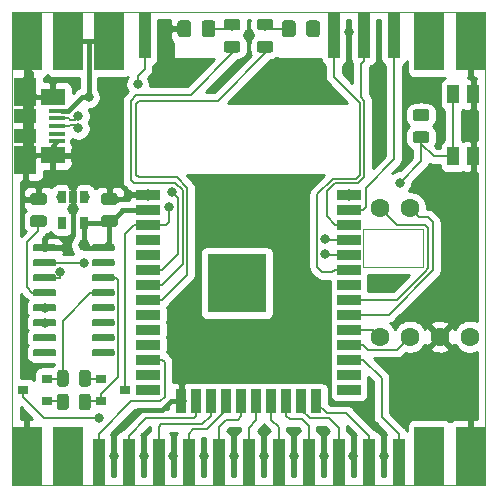
<source format=gbr>
G04 #@! TF.GenerationSoftware,KiCad,Pcbnew,(5.1.4)-1*
G04 #@! TF.CreationDate,2019-10-09T21:16:12+02:00*
G04 #@! TF.ProjectId,Front,46726f6e-742e-46b6-9963-61645f706362,rev?*
G04 #@! TF.SameCoordinates,Original*
G04 #@! TF.FileFunction,Copper,L1,Top*
G04 #@! TF.FilePolarity,Positive*
%FSLAX46Y46*%
G04 Gerber Fmt 4.6, Leading zero omitted, Abs format (unit mm)*
G04 Created by KiCad (PCBNEW (5.1.4)-1) date 2019-10-09 21:16:12*
%MOMM*%
%LPD*%
G04 APERTURE LIST*
%ADD10C,0.100000*%
%ADD11R,1.380000X0.450000*%
%ADD12R,2.100000X1.475000*%
%ADD13R,1.900000X2.375000*%
%ADD14R,1.900000X1.175000*%
%ADD15R,2.000000X0.900000*%
%ADD16R,0.900000X2.000000*%
%ADD17R,5.000000X5.000000*%
%ADD18C,0.600000*%
%ADD19R,0.900000X0.800000*%
%ADD20R,0.650000X1.060000*%
%ADD21C,1.600000*%
%ADD22R,2.500000X5.000000*%
%ADD23R,1.000000X1.550000*%
%ADD24R,1.000000X4.000000*%
%ADD25C,1.150000*%
%ADD26C,0.975000*%
%ADD27C,1.000000*%
%ADD28C,0.800000*%
%ADD29C,0.400000*%
%ADD30C,0.200000*%
%ADD31C,0.254000*%
G04 APERTURE END LIST*
D10*
X225200000Y-121400000D02*
X230300000Y-121400000D01*
X225200000Y-124600000D02*
X225200000Y-121400000D01*
X230300000Y-124600000D02*
X225200000Y-124600000D01*
X230300000Y-121400000D02*
X230300000Y-124600000D01*
X195500000Y-143000000D02*
X195500000Y-103000000D01*
X235500000Y-143000000D02*
X195500000Y-143000000D01*
X235500000Y-103000000D02*
X235500000Y-143000000D01*
X195500000Y-103000000D02*
X235500000Y-103000000D01*
D11*
X199260000Y-111350000D03*
X199260000Y-112000000D03*
X199260000Y-112650000D03*
X199260000Y-113300000D03*
X199260000Y-113950000D03*
D12*
X198900000Y-110187500D03*
X198900000Y-115112500D03*
D13*
X196600000Y-109740000D03*
X196600000Y-115560000D03*
D14*
X196600000Y-111810000D03*
X196600000Y-113490000D03*
D15*
X224000000Y-118445000D03*
X224000000Y-119715000D03*
X224000000Y-120985000D03*
X224000000Y-122255000D03*
X224000000Y-123525000D03*
X224000000Y-124795000D03*
X224000000Y-126065000D03*
X224000000Y-127335000D03*
X224000000Y-128605000D03*
X224000000Y-129875000D03*
X224000000Y-131145000D03*
X224000000Y-132415000D03*
X224000000Y-133685000D03*
X224000000Y-134955000D03*
D16*
X221215000Y-135955000D03*
X219945000Y-135955000D03*
X218675000Y-135955000D03*
X217405000Y-135955000D03*
X216135000Y-135955000D03*
X214865000Y-135955000D03*
X213595000Y-135955000D03*
X212325000Y-135955000D03*
X211055000Y-135955000D03*
X209785000Y-135955000D03*
D15*
X207000000Y-134955000D03*
X207000000Y-133685000D03*
X207000000Y-132415000D03*
X207000000Y-131145000D03*
X207000000Y-129875000D03*
X207000000Y-128605000D03*
X207000000Y-127335000D03*
X207000000Y-126065000D03*
X207000000Y-124795000D03*
X207000000Y-123525000D03*
X207000000Y-122255000D03*
X207000000Y-120985000D03*
X207000000Y-119715000D03*
X207000000Y-118445000D03*
D17*
X214500000Y-125945000D03*
D10*
G36*
X199064703Y-122655722D02*
G01*
X199079264Y-122657882D01*
X199093543Y-122661459D01*
X199107403Y-122666418D01*
X199120710Y-122672712D01*
X199133336Y-122680280D01*
X199145159Y-122689048D01*
X199156066Y-122698934D01*
X199165952Y-122709841D01*
X199174720Y-122721664D01*
X199182288Y-122734290D01*
X199188582Y-122747597D01*
X199193541Y-122761457D01*
X199197118Y-122775736D01*
X199199278Y-122790297D01*
X199200000Y-122805000D01*
X199200000Y-123105000D01*
X199199278Y-123119703D01*
X199197118Y-123134264D01*
X199193541Y-123148543D01*
X199188582Y-123162403D01*
X199182288Y-123175710D01*
X199174720Y-123188336D01*
X199165952Y-123200159D01*
X199156066Y-123211066D01*
X199145159Y-123220952D01*
X199133336Y-123229720D01*
X199120710Y-123237288D01*
X199107403Y-123243582D01*
X199093543Y-123248541D01*
X199079264Y-123252118D01*
X199064703Y-123254278D01*
X199050000Y-123255000D01*
X197400000Y-123255000D01*
X197385297Y-123254278D01*
X197370736Y-123252118D01*
X197356457Y-123248541D01*
X197342597Y-123243582D01*
X197329290Y-123237288D01*
X197316664Y-123229720D01*
X197304841Y-123220952D01*
X197293934Y-123211066D01*
X197284048Y-123200159D01*
X197275280Y-123188336D01*
X197267712Y-123175710D01*
X197261418Y-123162403D01*
X197256459Y-123148543D01*
X197252882Y-123134264D01*
X197250722Y-123119703D01*
X197250000Y-123105000D01*
X197250000Y-122805000D01*
X197250722Y-122790297D01*
X197252882Y-122775736D01*
X197256459Y-122761457D01*
X197261418Y-122747597D01*
X197267712Y-122734290D01*
X197275280Y-122721664D01*
X197284048Y-122709841D01*
X197293934Y-122698934D01*
X197304841Y-122689048D01*
X197316664Y-122680280D01*
X197329290Y-122672712D01*
X197342597Y-122666418D01*
X197356457Y-122661459D01*
X197370736Y-122657882D01*
X197385297Y-122655722D01*
X197400000Y-122655000D01*
X199050000Y-122655000D01*
X199064703Y-122655722D01*
X199064703Y-122655722D01*
G37*
D18*
X198225000Y-122955000D03*
D10*
G36*
X199064703Y-123925722D02*
G01*
X199079264Y-123927882D01*
X199093543Y-123931459D01*
X199107403Y-123936418D01*
X199120710Y-123942712D01*
X199133336Y-123950280D01*
X199145159Y-123959048D01*
X199156066Y-123968934D01*
X199165952Y-123979841D01*
X199174720Y-123991664D01*
X199182288Y-124004290D01*
X199188582Y-124017597D01*
X199193541Y-124031457D01*
X199197118Y-124045736D01*
X199199278Y-124060297D01*
X199200000Y-124075000D01*
X199200000Y-124375000D01*
X199199278Y-124389703D01*
X199197118Y-124404264D01*
X199193541Y-124418543D01*
X199188582Y-124432403D01*
X199182288Y-124445710D01*
X199174720Y-124458336D01*
X199165952Y-124470159D01*
X199156066Y-124481066D01*
X199145159Y-124490952D01*
X199133336Y-124499720D01*
X199120710Y-124507288D01*
X199107403Y-124513582D01*
X199093543Y-124518541D01*
X199079264Y-124522118D01*
X199064703Y-124524278D01*
X199050000Y-124525000D01*
X197400000Y-124525000D01*
X197385297Y-124524278D01*
X197370736Y-124522118D01*
X197356457Y-124518541D01*
X197342597Y-124513582D01*
X197329290Y-124507288D01*
X197316664Y-124499720D01*
X197304841Y-124490952D01*
X197293934Y-124481066D01*
X197284048Y-124470159D01*
X197275280Y-124458336D01*
X197267712Y-124445710D01*
X197261418Y-124432403D01*
X197256459Y-124418543D01*
X197252882Y-124404264D01*
X197250722Y-124389703D01*
X197250000Y-124375000D01*
X197250000Y-124075000D01*
X197250722Y-124060297D01*
X197252882Y-124045736D01*
X197256459Y-124031457D01*
X197261418Y-124017597D01*
X197267712Y-124004290D01*
X197275280Y-123991664D01*
X197284048Y-123979841D01*
X197293934Y-123968934D01*
X197304841Y-123959048D01*
X197316664Y-123950280D01*
X197329290Y-123942712D01*
X197342597Y-123936418D01*
X197356457Y-123931459D01*
X197370736Y-123927882D01*
X197385297Y-123925722D01*
X197400000Y-123925000D01*
X199050000Y-123925000D01*
X199064703Y-123925722D01*
X199064703Y-123925722D01*
G37*
D18*
X198225000Y-124225000D03*
D10*
G36*
X199064703Y-125195722D02*
G01*
X199079264Y-125197882D01*
X199093543Y-125201459D01*
X199107403Y-125206418D01*
X199120710Y-125212712D01*
X199133336Y-125220280D01*
X199145159Y-125229048D01*
X199156066Y-125238934D01*
X199165952Y-125249841D01*
X199174720Y-125261664D01*
X199182288Y-125274290D01*
X199188582Y-125287597D01*
X199193541Y-125301457D01*
X199197118Y-125315736D01*
X199199278Y-125330297D01*
X199200000Y-125345000D01*
X199200000Y-125645000D01*
X199199278Y-125659703D01*
X199197118Y-125674264D01*
X199193541Y-125688543D01*
X199188582Y-125702403D01*
X199182288Y-125715710D01*
X199174720Y-125728336D01*
X199165952Y-125740159D01*
X199156066Y-125751066D01*
X199145159Y-125760952D01*
X199133336Y-125769720D01*
X199120710Y-125777288D01*
X199107403Y-125783582D01*
X199093543Y-125788541D01*
X199079264Y-125792118D01*
X199064703Y-125794278D01*
X199050000Y-125795000D01*
X197400000Y-125795000D01*
X197385297Y-125794278D01*
X197370736Y-125792118D01*
X197356457Y-125788541D01*
X197342597Y-125783582D01*
X197329290Y-125777288D01*
X197316664Y-125769720D01*
X197304841Y-125760952D01*
X197293934Y-125751066D01*
X197284048Y-125740159D01*
X197275280Y-125728336D01*
X197267712Y-125715710D01*
X197261418Y-125702403D01*
X197256459Y-125688543D01*
X197252882Y-125674264D01*
X197250722Y-125659703D01*
X197250000Y-125645000D01*
X197250000Y-125345000D01*
X197250722Y-125330297D01*
X197252882Y-125315736D01*
X197256459Y-125301457D01*
X197261418Y-125287597D01*
X197267712Y-125274290D01*
X197275280Y-125261664D01*
X197284048Y-125249841D01*
X197293934Y-125238934D01*
X197304841Y-125229048D01*
X197316664Y-125220280D01*
X197329290Y-125212712D01*
X197342597Y-125206418D01*
X197356457Y-125201459D01*
X197370736Y-125197882D01*
X197385297Y-125195722D01*
X197400000Y-125195000D01*
X199050000Y-125195000D01*
X199064703Y-125195722D01*
X199064703Y-125195722D01*
G37*
D18*
X198225000Y-125495000D03*
D10*
G36*
X199064703Y-126465722D02*
G01*
X199079264Y-126467882D01*
X199093543Y-126471459D01*
X199107403Y-126476418D01*
X199120710Y-126482712D01*
X199133336Y-126490280D01*
X199145159Y-126499048D01*
X199156066Y-126508934D01*
X199165952Y-126519841D01*
X199174720Y-126531664D01*
X199182288Y-126544290D01*
X199188582Y-126557597D01*
X199193541Y-126571457D01*
X199197118Y-126585736D01*
X199199278Y-126600297D01*
X199200000Y-126615000D01*
X199200000Y-126915000D01*
X199199278Y-126929703D01*
X199197118Y-126944264D01*
X199193541Y-126958543D01*
X199188582Y-126972403D01*
X199182288Y-126985710D01*
X199174720Y-126998336D01*
X199165952Y-127010159D01*
X199156066Y-127021066D01*
X199145159Y-127030952D01*
X199133336Y-127039720D01*
X199120710Y-127047288D01*
X199107403Y-127053582D01*
X199093543Y-127058541D01*
X199079264Y-127062118D01*
X199064703Y-127064278D01*
X199050000Y-127065000D01*
X197400000Y-127065000D01*
X197385297Y-127064278D01*
X197370736Y-127062118D01*
X197356457Y-127058541D01*
X197342597Y-127053582D01*
X197329290Y-127047288D01*
X197316664Y-127039720D01*
X197304841Y-127030952D01*
X197293934Y-127021066D01*
X197284048Y-127010159D01*
X197275280Y-126998336D01*
X197267712Y-126985710D01*
X197261418Y-126972403D01*
X197256459Y-126958543D01*
X197252882Y-126944264D01*
X197250722Y-126929703D01*
X197250000Y-126915000D01*
X197250000Y-126615000D01*
X197250722Y-126600297D01*
X197252882Y-126585736D01*
X197256459Y-126571457D01*
X197261418Y-126557597D01*
X197267712Y-126544290D01*
X197275280Y-126531664D01*
X197284048Y-126519841D01*
X197293934Y-126508934D01*
X197304841Y-126499048D01*
X197316664Y-126490280D01*
X197329290Y-126482712D01*
X197342597Y-126476418D01*
X197356457Y-126471459D01*
X197370736Y-126467882D01*
X197385297Y-126465722D01*
X197400000Y-126465000D01*
X199050000Y-126465000D01*
X199064703Y-126465722D01*
X199064703Y-126465722D01*
G37*
D18*
X198225000Y-126765000D03*
D10*
G36*
X199064703Y-127735722D02*
G01*
X199079264Y-127737882D01*
X199093543Y-127741459D01*
X199107403Y-127746418D01*
X199120710Y-127752712D01*
X199133336Y-127760280D01*
X199145159Y-127769048D01*
X199156066Y-127778934D01*
X199165952Y-127789841D01*
X199174720Y-127801664D01*
X199182288Y-127814290D01*
X199188582Y-127827597D01*
X199193541Y-127841457D01*
X199197118Y-127855736D01*
X199199278Y-127870297D01*
X199200000Y-127885000D01*
X199200000Y-128185000D01*
X199199278Y-128199703D01*
X199197118Y-128214264D01*
X199193541Y-128228543D01*
X199188582Y-128242403D01*
X199182288Y-128255710D01*
X199174720Y-128268336D01*
X199165952Y-128280159D01*
X199156066Y-128291066D01*
X199145159Y-128300952D01*
X199133336Y-128309720D01*
X199120710Y-128317288D01*
X199107403Y-128323582D01*
X199093543Y-128328541D01*
X199079264Y-128332118D01*
X199064703Y-128334278D01*
X199050000Y-128335000D01*
X197400000Y-128335000D01*
X197385297Y-128334278D01*
X197370736Y-128332118D01*
X197356457Y-128328541D01*
X197342597Y-128323582D01*
X197329290Y-128317288D01*
X197316664Y-128309720D01*
X197304841Y-128300952D01*
X197293934Y-128291066D01*
X197284048Y-128280159D01*
X197275280Y-128268336D01*
X197267712Y-128255710D01*
X197261418Y-128242403D01*
X197256459Y-128228543D01*
X197252882Y-128214264D01*
X197250722Y-128199703D01*
X197250000Y-128185000D01*
X197250000Y-127885000D01*
X197250722Y-127870297D01*
X197252882Y-127855736D01*
X197256459Y-127841457D01*
X197261418Y-127827597D01*
X197267712Y-127814290D01*
X197275280Y-127801664D01*
X197284048Y-127789841D01*
X197293934Y-127778934D01*
X197304841Y-127769048D01*
X197316664Y-127760280D01*
X197329290Y-127752712D01*
X197342597Y-127746418D01*
X197356457Y-127741459D01*
X197370736Y-127737882D01*
X197385297Y-127735722D01*
X197400000Y-127735000D01*
X199050000Y-127735000D01*
X199064703Y-127735722D01*
X199064703Y-127735722D01*
G37*
D18*
X198225000Y-128035000D03*
D10*
G36*
X199064703Y-129005722D02*
G01*
X199079264Y-129007882D01*
X199093543Y-129011459D01*
X199107403Y-129016418D01*
X199120710Y-129022712D01*
X199133336Y-129030280D01*
X199145159Y-129039048D01*
X199156066Y-129048934D01*
X199165952Y-129059841D01*
X199174720Y-129071664D01*
X199182288Y-129084290D01*
X199188582Y-129097597D01*
X199193541Y-129111457D01*
X199197118Y-129125736D01*
X199199278Y-129140297D01*
X199200000Y-129155000D01*
X199200000Y-129455000D01*
X199199278Y-129469703D01*
X199197118Y-129484264D01*
X199193541Y-129498543D01*
X199188582Y-129512403D01*
X199182288Y-129525710D01*
X199174720Y-129538336D01*
X199165952Y-129550159D01*
X199156066Y-129561066D01*
X199145159Y-129570952D01*
X199133336Y-129579720D01*
X199120710Y-129587288D01*
X199107403Y-129593582D01*
X199093543Y-129598541D01*
X199079264Y-129602118D01*
X199064703Y-129604278D01*
X199050000Y-129605000D01*
X197400000Y-129605000D01*
X197385297Y-129604278D01*
X197370736Y-129602118D01*
X197356457Y-129598541D01*
X197342597Y-129593582D01*
X197329290Y-129587288D01*
X197316664Y-129579720D01*
X197304841Y-129570952D01*
X197293934Y-129561066D01*
X197284048Y-129550159D01*
X197275280Y-129538336D01*
X197267712Y-129525710D01*
X197261418Y-129512403D01*
X197256459Y-129498543D01*
X197252882Y-129484264D01*
X197250722Y-129469703D01*
X197250000Y-129455000D01*
X197250000Y-129155000D01*
X197250722Y-129140297D01*
X197252882Y-129125736D01*
X197256459Y-129111457D01*
X197261418Y-129097597D01*
X197267712Y-129084290D01*
X197275280Y-129071664D01*
X197284048Y-129059841D01*
X197293934Y-129048934D01*
X197304841Y-129039048D01*
X197316664Y-129030280D01*
X197329290Y-129022712D01*
X197342597Y-129016418D01*
X197356457Y-129011459D01*
X197370736Y-129007882D01*
X197385297Y-129005722D01*
X197400000Y-129005000D01*
X199050000Y-129005000D01*
X199064703Y-129005722D01*
X199064703Y-129005722D01*
G37*
D18*
X198225000Y-129305000D03*
D10*
G36*
X199064703Y-130275722D02*
G01*
X199079264Y-130277882D01*
X199093543Y-130281459D01*
X199107403Y-130286418D01*
X199120710Y-130292712D01*
X199133336Y-130300280D01*
X199145159Y-130309048D01*
X199156066Y-130318934D01*
X199165952Y-130329841D01*
X199174720Y-130341664D01*
X199182288Y-130354290D01*
X199188582Y-130367597D01*
X199193541Y-130381457D01*
X199197118Y-130395736D01*
X199199278Y-130410297D01*
X199200000Y-130425000D01*
X199200000Y-130725000D01*
X199199278Y-130739703D01*
X199197118Y-130754264D01*
X199193541Y-130768543D01*
X199188582Y-130782403D01*
X199182288Y-130795710D01*
X199174720Y-130808336D01*
X199165952Y-130820159D01*
X199156066Y-130831066D01*
X199145159Y-130840952D01*
X199133336Y-130849720D01*
X199120710Y-130857288D01*
X199107403Y-130863582D01*
X199093543Y-130868541D01*
X199079264Y-130872118D01*
X199064703Y-130874278D01*
X199050000Y-130875000D01*
X197400000Y-130875000D01*
X197385297Y-130874278D01*
X197370736Y-130872118D01*
X197356457Y-130868541D01*
X197342597Y-130863582D01*
X197329290Y-130857288D01*
X197316664Y-130849720D01*
X197304841Y-130840952D01*
X197293934Y-130831066D01*
X197284048Y-130820159D01*
X197275280Y-130808336D01*
X197267712Y-130795710D01*
X197261418Y-130782403D01*
X197256459Y-130768543D01*
X197252882Y-130754264D01*
X197250722Y-130739703D01*
X197250000Y-130725000D01*
X197250000Y-130425000D01*
X197250722Y-130410297D01*
X197252882Y-130395736D01*
X197256459Y-130381457D01*
X197261418Y-130367597D01*
X197267712Y-130354290D01*
X197275280Y-130341664D01*
X197284048Y-130329841D01*
X197293934Y-130318934D01*
X197304841Y-130309048D01*
X197316664Y-130300280D01*
X197329290Y-130292712D01*
X197342597Y-130286418D01*
X197356457Y-130281459D01*
X197370736Y-130277882D01*
X197385297Y-130275722D01*
X197400000Y-130275000D01*
X199050000Y-130275000D01*
X199064703Y-130275722D01*
X199064703Y-130275722D01*
G37*
D18*
X198225000Y-130575000D03*
D10*
G36*
X199064703Y-131545722D02*
G01*
X199079264Y-131547882D01*
X199093543Y-131551459D01*
X199107403Y-131556418D01*
X199120710Y-131562712D01*
X199133336Y-131570280D01*
X199145159Y-131579048D01*
X199156066Y-131588934D01*
X199165952Y-131599841D01*
X199174720Y-131611664D01*
X199182288Y-131624290D01*
X199188582Y-131637597D01*
X199193541Y-131651457D01*
X199197118Y-131665736D01*
X199199278Y-131680297D01*
X199200000Y-131695000D01*
X199200000Y-131995000D01*
X199199278Y-132009703D01*
X199197118Y-132024264D01*
X199193541Y-132038543D01*
X199188582Y-132052403D01*
X199182288Y-132065710D01*
X199174720Y-132078336D01*
X199165952Y-132090159D01*
X199156066Y-132101066D01*
X199145159Y-132110952D01*
X199133336Y-132119720D01*
X199120710Y-132127288D01*
X199107403Y-132133582D01*
X199093543Y-132138541D01*
X199079264Y-132142118D01*
X199064703Y-132144278D01*
X199050000Y-132145000D01*
X197400000Y-132145000D01*
X197385297Y-132144278D01*
X197370736Y-132142118D01*
X197356457Y-132138541D01*
X197342597Y-132133582D01*
X197329290Y-132127288D01*
X197316664Y-132119720D01*
X197304841Y-132110952D01*
X197293934Y-132101066D01*
X197284048Y-132090159D01*
X197275280Y-132078336D01*
X197267712Y-132065710D01*
X197261418Y-132052403D01*
X197256459Y-132038543D01*
X197252882Y-132024264D01*
X197250722Y-132009703D01*
X197250000Y-131995000D01*
X197250000Y-131695000D01*
X197250722Y-131680297D01*
X197252882Y-131665736D01*
X197256459Y-131651457D01*
X197261418Y-131637597D01*
X197267712Y-131624290D01*
X197275280Y-131611664D01*
X197284048Y-131599841D01*
X197293934Y-131588934D01*
X197304841Y-131579048D01*
X197316664Y-131570280D01*
X197329290Y-131562712D01*
X197342597Y-131556418D01*
X197356457Y-131551459D01*
X197370736Y-131547882D01*
X197385297Y-131545722D01*
X197400000Y-131545000D01*
X199050000Y-131545000D01*
X199064703Y-131545722D01*
X199064703Y-131545722D01*
G37*
D18*
X198225000Y-131845000D03*
D10*
G36*
X204014703Y-131545722D02*
G01*
X204029264Y-131547882D01*
X204043543Y-131551459D01*
X204057403Y-131556418D01*
X204070710Y-131562712D01*
X204083336Y-131570280D01*
X204095159Y-131579048D01*
X204106066Y-131588934D01*
X204115952Y-131599841D01*
X204124720Y-131611664D01*
X204132288Y-131624290D01*
X204138582Y-131637597D01*
X204143541Y-131651457D01*
X204147118Y-131665736D01*
X204149278Y-131680297D01*
X204150000Y-131695000D01*
X204150000Y-131995000D01*
X204149278Y-132009703D01*
X204147118Y-132024264D01*
X204143541Y-132038543D01*
X204138582Y-132052403D01*
X204132288Y-132065710D01*
X204124720Y-132078336D01*
X204115952Y-132090159D01*
X204106066Y-132101066D01*
X204095159Y-132110952D01*
X204083336Y-132119720D01*
X204070710Y-132127288D01*
X204057403Y-132133582D01*
X204043543Y-132138541D01*
X204029264Y-132142118D01*
X204014703Y-132144278D01*
X204000000Y-132145000D01*
X202350000Y-132145000D01*
X202335297Y-132144278D01*
X202320736Y-132142118D01*
X202306457Y-132138541D01*
X202292597Y-132133582D01*
X202279290Y-132127288D01*
X202266664Y-132119720D01*
X202254841Y-132110952D01*
X202243934Y-132101066D01*
X202234048Y-132090159D01*
X202225280Y-132078336D01*
X202217712Y-132065710D01*
X202211418Y-132052403D01*
X202206459Y-132038543D01*
X202202882Y-132024264D01*
X202200722Y-132009703D01*
X202200000Y-131995000D01*
X202200000Y-131695000D01*
X202200722Y-131680297D01*
X202202882Y-131665736D01*
X202206459Y-131651457D01*
X202211418Y-131637597D01*
X202217712Y-131624290D01*
X202225280Y-131611664D01*
X202234048Y-131599841D01*
X202243934Y-131588934D01*
X202254841Y-131579048D01*
X202266664Y-131570280D01*
X202279290Y-131562712D01*
X202292597Y-131556418D01*
X202306457Y-131551459D01*
X202320736Y-131547882D01*
X202335297Y-131545722D01*
X202350000Y-131545000D01*
X204000000Y-131545000D01*
X204014703Y-131545722D01*
X204014703Y-131545722D01*
G37*
D18*
X203175000Y-131845000D03*
D10*
G36*
X204014703Y-130275722D02*
G01*
X204029264Y-130277882D01*
X204043543Y-130281459D01*
X204057403Y-130286418D01*
X204070710Y-130292712D01*
X204083336Y-130300280D01*
X204095159Y-130309048D01*
X204106066Y-130318934D01*
X204115952Y-130329841D01*
X204124720Y-130341664D01*
X204132288Y-130354290D01*
X204138582Y-130367597D01*
X204143541Y-130381457D01*
X204147118Y-130395736D01*
X204149278Y-130410297D01*
X204150000Y-130425000D01*
X204150000Y-130725000D01*
X204149278Y-130739703D01*
X204147118Y-130754264D01*
X204143541Y-130768543D01*
X204138582Y-130782403D01*
X204132288Y-130795710D01*
X204124720Y-130808336D01*
X204115952Y-130820159D01*
X204106066Y-130831066D01*
X204095159Y-130840952D01*
X204083336Y-130849720D01*
X204070710Y-130857288D01*
X204057403Y-130863582D01*
X204043543Y-130868541D01*
X204029264Y-130872118D01*
X204014703Y-130874278D01*
X204000000Y-130875000D01*
X202350000Y-130875000D01*
X202335297Y-130874278D01*
X202320736Y-130872118D01*
X202306457Y-130868541D01*
X202292597Y-130863582D01*
X202279290Y-130857288D01*
X202266664Y-130849720D01*
X202254841Y-130840952D01*
X202243934Y-130831066D01*
X202234048Y-130820159D01*
X202225280Y-130808336D01*
X202217712Y-130795710D01*
X202211418Y-130782403D01*
X202206459Y-130768543D01*
X202202882Y-130754264D01*
X202200722Y-130739703D01*
X202200000Y-130725000D01*
X202200000Y-130425000D01*
X202200722Y-130410297D01*
X202202882Y-130395736D01*
X202206459Y-130381457D01*
X202211418Y-130367597D01*
X202217712Y-130354290D01*
X202225280Y-130341664D01*
X202234048Y-130329841D01*
X202243934Y-130318934D01*
X202254841Y-130309048D01*
X202266664Y-130300280D01*
X202279290Y-130292712D01*
X202292597Y-130286418D01*
X202306457Y-130281459D01*
X202320736Y-130277882D01*
X202335297Y-130275722D01*
X202350000Y-130275000D01*
X204000000Y-130275000D01*
X204014703Y-130275722D01*
X204014703Y-130275722D01*
G37*
D18*
X203175000Y-130575000D03*
D10*
G36*
X204014703Y-129005722D02*
G01*
X204029264Y-129007882D01*
X204043543Y-129011459D01*
X204057403Y-129016418D01*
X204070710Y-129022712D01*
X204083336Y-129030280D01*
X204095159Y-129039048D01*
X204106066Y-129048934D01*
X204115952Y-129059841D01*
X204124720Y-129071664D01*
X204132288Y-129084290D01*
X204138582Y-129097597D01*
X204143541Y-129111457D01*
X204147118Y-129125736D01*
X204149278Y-129140297D01*
X204150000Y-129155000D01*
X204150000Y-129455000D01*
X204149278Y-129469703D01*
X204147118Y-129484264D01*
X204143541Y-129498543D01*
X204138582Y-129512403D01*
X204132288Y-129525710D01*
X204124720Y-129538336D01*
X204115952Y-129550159D01*
X204106066Y-129561066D01*
X204095159Y-129570952D01*
X204083336Y-129579720D01*
X204070710Y-129587288D01*
X204057403Y-129593582D01*
X204043543Y-129598541D01*
X204029264Y-129602118D01*
X204014703Y-129604278D01*
X204000000Y-129605000D01*
X202350000Y-129605000D01*
X202335297Y-129604278D01*
X202320736Y-129602118D01*
X202306457Y-129598541D01*
X202292597Y-129593582D01*
X202279290Y-129587288D01*
X202266664Y-129579720D01*
X202254841Y-129570952D01*
X202243934Y-129561066D01*
X202234048Y-129550159D01*
X202225280Y-129538336D01*
X202217712Y-129525710D01*
X202211418Y-129512403D01*
X202206459Y-129498543D01*
X202202882Y-129484264D01*
X202200722Y-129469703D01*
X202200000Y-129455000D01*
X202200000Y-129155000D01*
X202200722Y-129140297D01*
X202202882Y-129125736D01*
X202206459Y-129111457D01*
X202211418Y-129097597D01*
X202217712Y-129084290D01*
X202225280Y-129071664D01*
X202234048Y-129059841D01*
X202243934Y-129048934D01*
X202254841Y-129039048D01*
X202266664Y-129030280D01*
X202279290Y-129022712D01*
X202292597Y-129016418D01*
X202306457Y-129011459D01*
X202320736Y-129007882D01*
X202335297Y-129005722D01*
X202350000Y-129005000D01*
X204000000Y-129005000D01*
X204014703Y-129005722D01*
X204014703Y-129005722D01*
G37*
D18*
X203175000Y-129305000D03*
D10*
G36*
X204014703Y-127735722D02*
G01*
X204029264Y-127737882D01*
X204043543Y-127741459D01*
X204057403Y-127746418D01*
X204070710Y-127752712D01*
X204083336Y-127760280D01*
X204095159Y-127769048D01*
X204106066Y-127778934D01*
X204115952Y-127789841D01*
X204124720Y-127801664D01*
X204132288Y-127814290D01*
X204138582Y-127827597D01*
X204143541Y-127841457D01*
X204147118Y-127855736D01*
X204149278Y-127870297D01*
X204150000Y-127885000D01*
X204150000Y-128185000D01*
X204149278Y-128199703D01*
X204147118Y-128214264D01*
X204143541Y-128228543D01*
X204138582Y-128242403D01*
X204132288Y-128255710D01*
X204124720Y-128268336D01*
X204115952Y-128280159D01*
X204106066Y-128291066D01*
X204095159Y-128300952D01*
X204083336Y-128309720D01*
X204070710Y-128317288D01*
X204057403Y-128323582D01*
X204043543Y-128328541D01*
X204029264Y-128332118D01*
X204014703Y-128334278D01*
X204000000Y-128335000D01*
X202350000Y-128335000D01*
X202335297Y-128334278D01*
X202320736Y-128332118D01*
X202306457Y-128328541D01*
X202292597Y-128323582D01*
X202279290Y-128317288D01*
X202266664Y-128309720D01*
X202254841Y-128300952D01*
X202243934Y-128291066D01*
X202234048Y-128280159D01*
X202225280Y-128268336D01*
X202217712Y-128255710D01*
X202211418Y-128242403D01*
X202206459Y-128228543D01*
X202202882Y-128214264D01*
X202200722Y-128199703D01*
X202200000Y-128185000D01*
X202200000Y-127885000D01*
X202200722Y-127870297D01*
X202202882Y-127855736D01*
X202206459Y-127841457D01*
X202211418Y-127827597D01*
X202217712Y-127814290D01*
X202225280Y-127801664D01*
X202234048Y-127789841D01*
X202243934Y-127778934D01*
X202254841Y-127769048D01*
X202266664Y-127760280D01*
X202279290Y-127752712D01*
X202292597Y-127746418D01*
X202306457Y-127741459D01*
X202320736Y-127737882D01*
X202335297Y-127735722D01*
X202350000Y-127735000D01*
X204000000Y-127735000D01*
X204014703Y-127735722D01*
X204014703Y-127735722D01*
G37*
D18*
X203175000Y-128035000D03*
D10*
G36*
X204014703Y-126465722D02*
G01*
X204029264Y-126467882D01*
X204043543Y-126471459D01*
X204057403Y-126476418D01*
X204070710Y-126482712D01*
X204083336Y-126490280D01*
X204095159Y-126499048D01*
X204106066Y-126508934D01*
X204115952Y-126519841D01*
X204124720Y-126531664D01*
X204132288Y-126544290D01*
X204138582Y-126557597D01*
X204143541Y-126571457D01*
X204147118Y-126585736D01*
X204149278Y-126600297D01*
X204150000Y-126615000D01*
X204150000Y-126915000D01*
X204149278Y-126929703D01*
X204147118Y-126944264D01*
X204143541Y-126958543D01*
X204138582Y-126972403D01*
X204132288Y-126985710D01*
X204124720Y-126998336D01*
X204115952Y-127010159D01*
X204106066Y-127021066D01*
X204095159Y-127030952D01*
X204083336Y-127039720D01*
X204070710Y-127047288D01*
X204057403Y-127053582D01*
X204043543Y-127058541D01*
X204029264Y-127062118D01*
X204014703Y-127064278D01*
X204000000Y-127065000D01*
X202350000Y-127065000D01*
X202335297Y-127064278D01*
X202320736Y-127062118D01*
X202306457Y-127058541D01*
X202292597Y-127053582D01*
X202279290Y-127047288D01*
X202266664Y-127039720D01*
X202254841Y-127030952D01*
X202243934Y-127021066D01*
X202234048Y-127010159D01*
X202225280Y-126998336D01*
X202217712Y-126985710D01*
X202211418Y-126972403D01*
X202206459Y-126958543D01*
X202202882Y-126944264D01*
X202200722Y-126929703D01*
X202200000Y-126915000D01*
X202200000Y-126615000D01*
X202200722Y-126600297D01*
X202202882Y-126585736D01*
X202206459Y-126571457D01*
X202211418Y-126557597D01*
X202217712Y-126544290D01*
X202225280Y-126531664D01*
X202234048Y-126519841D01*
X202243934Y-126508934D01*
X202254841Y-126499048D01*
X202266664Y-126490280D01*
X202279290Y-126482712D01*
X202292597Y-126476418D01*
X202306457Y-126471459D01*
X202320736Y-126467882D01*
X202335297Y-126465722D01*
X202350000Y-126465000D01*
X204000000Y-126465000D01*
X204014703Y-126465722D01*
X204014703Y-126465722D01*
G37*
D18*
X203175000Y-126765000D03*
D10*
G36*
X204014703Y-125195722D02*
G01*
X204029264Y-125197882D01*
X204043543Y-125201459D01*
X204057403Y-125206418D01*
X204070710Y-125212712D01*
X204083336Y-125220280D01*
X204095159Y-125229048D01*
X204106066Y-125238934D01*
X204115952Y-125249841D01*
X204124720Y-125261664D01*
X204132288Y-125274290D01*
X204138582Y-125287597D01*
X204143541Y-125301457D01*
X204147118Y-125315736D01*
X204149278Y-125330297D01*
X204150000Y-125345000D01*
X204150000Y-125645000D01*
X204149278Y-125659703D01*
X204147118Y-125674264D01*
X204143541Y-125688543D01*
X204138582Y-125702403D01*
X204132288Y-125715710D01*
X204124720Y-125728336D01*
X204115952Y-125740159D01*
X204106066Y-125751066D01*
X204095159Y-125760952D01*
X204083336Y-125769720D01*
X204070710Y-125777288D01*
X204057403Y-125783582D01*
X204043543Y-125788541D01*
X204029264Y-125792118D01*
X204014703Y-125794278D01*
X204000000Y-125795000D01*
X202350000Y-125795000D01*
X202335297Y-125794278D01*
X202320736Y-125792118D01*
X202306457Y-125788541D01*
X202292597Y-125783582D01*
X202279290Y-125777288D01*
X202266664Y-125769720D01*
X202254841Y-125760952D01*
X202243934Y-125751066D01*
X202234048Y-125740159D01*
X202225280Y-125728336D01*
X202217712Y-125715710D01*
X202211418Y-125702403D01*
X202206459Y-125688543D01*
X202202882Y-125674264D01*
X202200722Y-125659703D01*
X202200000Y-125645000D01*
X202200000Y-125345000D01*
X202200722Y-125330297D01*
X202202882Y-125315736D01*
X202206459Y-125301457D01*
X202211418Y-125287597D01*
X202217712Y-125274290D01*
X202225280Y-125261664D01*
X202234048Y-125249841D01*
X202243934Y-125238934D01*
X202254841Y-125229048D01*
X202266664Y-125220280D01*
X202279290Y-125212712D01*
X202292597Y-125206418D01*
X202306457Y-125201459D01*
X202320736Y-125197882D01*
X202335297Y-125195722D01*
X202350000Y-125195000D01*
X204000000Y-125195000D01*
X204014703Y-125195722D01*
X204014703Y-125195722D01*
G37*
D18*
X203175000Y-125495000D03*
D10*
G36*
X204014703Y-123925722D02*
G01*
X204029264Y-123927882D01*
X204043543Y-123931459D01*
X204057403Y-123936418D01*
X204070710Y-123942712D01*
X204083336Y-123950280D01*
X204095159Y-123959048D01*
X204106066Y-123968934D01*
X204115952Y-123979841D01*
X204124720Y-123991664D01*
X204132288Y-124004290D01*
X204138582Y-124017597D01*
X204143541Y-124031457D01*
X204147118Y-124045736D01*
X204149278Y-124060297D01*
X204150000Y-124075000D01*
X204150000Y-124375000D01*
X204149278Y-124389703D01*
X204147118Y-124404264D01*
X204143541Y-124418543D01*
X204138582Y-124432403D01*
X204132288Y-124445710D01*
X204124720Y-124458336D01*
X204115952Y-124470159D01*
X204106066Y-124481066D01*
X204095159Y-124490952D01*
X204083336Y-124499720D01*
X204070710Y-124507288D01*
X204057403Y-124513582D01*
X204043543Y-124518541D01*
X204029264Y-124522118D01*
X204014703Y-124524278D01*
X204000000Y-124525000D01*
X202350000Y-124525000D01*
X202335297Y-124524278D01*
X202320736Y-124522118D01*
X202306457Y-124518541D01*
X202292597Y-124513582D01*
X202279290Y-124507288D01*
X202266664Y-124499720D01*
X202254841Y-124490952D01*
X202243934Y-124481066D01*
X202234048Y-124470159D01*
X202225280Y-124458336D01*
X202217712Y-124445710D01*
X202211418Y-124432403D01*
X202206459Y-124418543D01*
X202202882Y-124404264D01*
X202200722Y-124389703D01*
X202200000Y-124375000D01*
X202200000Y-124075000D01*
X202200722Y-124060297D01*
X202202882Y-124045736D01*
X202206459Y-124031457D01*
X202211418Y-124017597D01*
X202217712Y-124004290D01*
X202225280Y-123991664D01*
X202234048Y-123979841D01*
X202243934Y-123968934D01*
X202254841Y-123959048D01*
X202266664Y-123950280D01*
X202279290Y-123942712D01*
X202292597Y-123936418D01*
X202306457Y-123931459D01*
X202320736Y-123927882D01*
X202335297Y-123925722D01*
X202350000Y-123925000D01*
X204000000Y-123925000D01*
X204014703Y-123925722D01*
X204014703Y-123925722D01*
G37*
D18*
X203175000Y-124225000D03*
D10*
G36*
X204014703Y-122655722D02*
G01*
X204029264Y-122657882D01*
X204043543Y-122661459D01*
X204057403Y-122666418D01*
X204070710Y-122672712D01*
X204083336Y-122680280D01*
X204095159Y-122689048D01*
X204106066Y-122698934D01*
X204115952Y-122709841D01*
X204124720Y-122721664D01*
X204132288Y-122734290D01*
X204138582Y-122747597D01*
X204143541Y-122761457D01*
X204147118Y-122775736D01*
X204149278Y-122790297D01*
X204150000Y-122805000D01*
X204150000Y-123105000D01*
X204149278Y-123119703D01*
X204147118Y-123134264D01*
X204143541Y-123148543D01*
X204138582Y-123162403D01*
X204132288Y-123175710D01*
X204124720Y-123188336D01*
X204115952Y-123200159D01*
X204106066Y-123211066D01*
X204095159Y-123220952D01*
X204083336Y-123229720D01*
X204070710Y-123237288D01*
X204057403Y-123243582D01*
X204043543Y-123248541D01*
X204029264Y-123252118D01*
X204014703Y-123254278D01*
X204000000Y-123255000D01*
X202350000Y-123255000D01*
X202335297Y-123254278D01*
X202320736Y-123252118D01*
X202306457Y-123248541D01*
X202292597Y-123243582D01*
X202279290Y-123237288D01*
X202266664Y-123229720D01*
X202254841Y-123220952D01*
X202243934Y-123211066D01*
X202234048Y-123200159D01*
X202225280Y-123188336D01*
X202217712Y-123175710D01*
X202211418Y-123162403D01*
X202206459Y-123148543D01*
X202202882Y-123134264D01*
X202200722Y-123119703D01*
X202200000Y-123105000D01*
X202200000Y-122805000D01*
X202200722Y-122790297D01*
X202202882Y-122775736D01*
X202206459Y-122761457D01*
X202211418Y-122747597D01*
X202217712Y-122734290D01*
X202225280Y-122721664D01*
X202234048Y-122709841D01*
X202243934Y-122698934D01*
X202254841Y-122689048D01*
X202266664Y-122680280D01*
X202279290Y-122672712D01*
X202292597Y-122666418D01*
X202306457Y-122661459D01*
X202320736Y-122657882D01*
X202335297Y-122655722D01*
X202350000Y-122655000D01*
X204000000Y-122655000D01*
X204014703Y-122655722D01*
X204014703Y-122655722D01*
G37*
D18*
X203175000Y-122955000D03*
D19*
X205000000Y-134980000D03*
X203000000Y-135930000D03*
X203000000Y-134030000D03*
X196410000Y-134990000D03*
X198410000Y-134040000D03*
X198410000Y-135940000D03*
D20*
X201590000Y-118660000D03*
X200640000Y-118660000D03*
X199690000Y-118660000D03*
X199690000Y-120860000D03*
X201590000Y-120860000D03*
D21*
X234220000Y-130470000D03*
X231680000Y-130470000D03*
X229140000Y-130470000D03*
X226600000Y-130470000D03*
X226600000Y-119570000D03*
X229140000Y-119570000D03*
D22*
X230800000Y-105450000D03*
D23*
X234500000Y-115215000D03*
X234500000Y-109965000D03*
X232800000Y-109965000D03*
X232800000Y-115215000D03*
D22*
X230800000Y-140550000D03*
X234300000Y-140550000D03*
X234300000Y-105450000D03*
X200200000Y-140550000D03*
X196700000Y-105450000D03*
X196700000Y-140550000D03*
X200200000Y-105450000D03*
D24*
X222720000Y-104950000D03*
X225260000Y-104950000D03*
X227800000Y-104950000D03*
X228190000Y-141050000D03*
X202790000Y-141050000D03*
X206700000Y-104950000D03*
X223110000Y-141050000D03*
X220570000Y-141050000D03*
X218030000Y-141050000D03*
X215490000Y-141050000D03*
X212950000Y-141050000D03*
X210410000Y-141050000D03*
X207870000Y-141050000D03*
X205330000Y-141050000D03*
X225650000Y-141050000D03*
D22*
X203700000Y-105450000D03*
D10*
G36*
X212449505Y-103701204D02*
G01*
X212473773Y-103704804D01*
X212497572Y-103710765D01*
X212520671Y-103719030D01*
X212542850Y-103729520D01*
X212563893Y-103742132D01*
X212583599Y-103756747D01*
X212601777Y-103773223D01*
X212618253Y-103791401D01*
X212632868Y-103811107D01*
X212645480Y-103832150D01*
X212655970Y-103854329D01*
X212664235Y-103877428D01*
X212670196Y-103901227D01*
X212673796Y-103925495D01*
X212675000Y-103949999D01*
X212675000Y-104850001D01*
X212673796Y-104874505D01*
X212670196Y-104898773D01*
X212664235Y-104922572D01*
X212655970Y-104945671D01*
X212645480Y-104967850D01*
X212632868Y-104988893D01*
X212618253Y-105008599D01*
X212601777Y-105026777D01*
X212583599Y-105043253D01*
X212563893Y-105057868D01*
X212542850Y-105070480D01*
X212520671Y-105080970D01*
X212497572Y-105089235D01*
X212473773Y-105095196D01*
X212449505Y-105098796D01*
X212425001Y-105100000D01*
X211774999Y-105100000D01*
X211750495Y-105098796D01*
X211726227Y-105095196D01*
X211702428Y-105089235D01*
X211679329Y-105080970D01*
X211657150Y-105070480D01*
X211636107Y-105057868D01*
X211616401Y-105043253D01*
X211598223Y-105026777D01*
X211581747Y-105008599D01*
X211567132Y-104988893D01*
X211554520Y-104967850D01*
X211544030Y-104945671D01*
X211535765Y-104922572D01*
X211529804Y-104898773D01*
X211526204Y-104874505D01*
X211525000Y-104850001D01*
X211525000Y-103949999D01*
X211526204Y-103925495D01*
X211529804Y-103901227D01*
X211535765Y-103877428D01*
X211544030Y-103854329D01*
X211554520Y-103832150D01*
X211567132Y-103811107D01*
X211581747Y-103791401D01*
X211598223Y-103773223D01*
X211616401Y-103756747D01*
X211636107Y-103742132D01*
X211657150Y-103729520D01*
X211679329Y-103719030D01*
X211702428Y-103710765D01*
X211726227Y-103704804D01*
X211750495Y-103701204D01*
X211774999Y-103700000D01*
X212425001Y-103700000D01*
X212449505Y-103701204D01*
X212449505Y-103701204D01*
G37*
D25*
X212100000Y-104400000D03*
D10*
G36*
X210399505Y-103701204D02*
G01*
X210423773Y-103704804D01*
X210447572Y-103710765D01*
X210470671Y-103719030D01*
X210492850Y-103729520D01*
X210513893Y-103742132D01*
X210533599Y-103756747D01*
X210551777Y-103773223D01*
X210568253Y-103791401D01*
X210582868Y-103811107D01*
X210595480Y-103832150D01*
X210605970Y-103854329D01*
X210614235Y-103877428D01*
X210620196Y-103901227D01*
X210623796Y-103925495D01*
X210625000Y-103949999D01*
X210625000Y-104850001D01*
X210623796Y-104874505D01*
X210620196Y-104898773D01*
X210614235Y-104922572D01*
X210605970Y-104945671D01*
X210595480Y-104967850D01*
X210582868Y-104988893D01*
X210568253Y-105008599D01*
X210551777Y-105026777D01*
X210533599Y-105043253D01*
X210513893Y-105057868D01*
X210492850Y-105070480D01*
X210470671Y-105080970D01*
X210447572Y-105089235D01*
X210423773Y-105095196D01*
X210399505Y-105098796D01*
X210375001Y-105100000D01*
X209724999Y-105100000D01*
X209700495Y-105098796D01*
X209676227Y-105095196D01*
X209652428Y-105089235D01*
X209629329Y-105080970D01*
X209607150Y-105070480D01*
X209586107Y-105057868D01*
X209566401Y-105043253D01*
X209548223Y-105026777D01*
X209531747Y-105008599D01*
X209517132Y-104988893D01*
X209504520Y-104967850D01*
X209494030Y-104945671D01*
X209485765Y-104922572D01*
X209479804Y-104898773D01*
X209476204Y-104874505D01*
X209475000Y-104850001D01*
X209475000Y-103949999D01*
X209476204Y-103925495D01*
X209479804Y-103901227D01*
X209485765Y-103877428D01*
X209494030Y-103854329D01*
X209504520Y-103832150D01*
X209517132Y-103811107D01*
X209531747Y-103791401D01*
X209548223Y-103773223D01*
X209566401Y-103756747D01*
X209586107Y-103742132D01*
X209607150Y-103729520D01*
X209629329Y-103719030D01*
X209652428Y-103710765D01*
X209676227Y-103704804D01*
X209700495Y-103701204D01*
X209724999Y-103700000D01*
X210375001Y-103700000D01*
X210399505Y-103701204D01*
X210399505Y-103701204D01*
G37*
D25*
X210050000Y-104400000D03*
D10*
G36*
X219249505Y-103701204D02*
G01*
X219273773Y-103704804D01*
X219297572Y-103710765D01*
X219320671Y-103719030D01*
X219342850Y-103729520D01*
X219363893Y-103742132D01*
X219383599Y-103756747D01*
X219401777Y-103773223D01*
X219418253Y-103791401D01*
X219432868Y-103811107D01*
X219445480Y-103832150D01*
X219455970Y-103854329D01*
X219464235Y-103877428D01*
X219470196Y-103901227D01*
X219473796Y-103925495D01*
X219475000Y-103949999D01*
X219475000Y-104850001D01*
X219473796Y-104874505D01*
X219470196Y-104898773D01*
X219464235Y-104922572D01*
X219455970Y-104945671D01*
X219445480Y-104967850D01*
X219432868Y-104988893D01*
X219418253Y-105008599D01*
X219401777Y-105026777D01*
X219383599Y-105043253D01*
X219363893Y-105057868D01*
X219342850Y-105070480D01*
X219320671Y-105080970D01*
X219297572Y-105089235D01*
X219273773Y-105095196D01*
X219249505Y-105098796D01*
X219225001Y-105100000D01*
X218574999Y-105100000D01*
X218550495Y-105098796D01*
X218526227Y-105095196D01*
X218502428Y-105089235D01*
X218479329Y-105080970D01*
X218457150Y-105070480D01*
X218436107Y-105057868D01*
X218416401Y-105043253D01*
X218398223Y-105026777D01*
X218381747Y-105008599D01*
X218367132Y-104988893D01*
X218354520Y-104967850D01*
X218344030Y-104945671D01*
X218335765Y-104922572D01*
X218329804Y-104898773D01*
X218326204Y-104874505D01*
X218325000Y-104850001D01*
X218325000Y-103949999D01*
X218326204Y-103925495D01*
X218329804Y-103901227D01*
X218335765Y-103877428D01*
X218344030Y-103854329D01*
X218354520Y-103832150D01*
X218367132Y-103811107D01*
X218381747Y-103791401D01*
X218398223Y-103773223D01*
X218416401Y-103756747D01*
X218436107Y-103742132D01*
X218457150Y-103729520D01*
X218479329Y-103719030D01*
X218502428Y-103710765D01*
X218526227Y-103704804D01*
X218550495Y-103701204D01*
X218574999Y-103700000D01*
X219225001Y-103700000D01*
X219249505Y-103701204D01*
X219249505Y-103701204D01*
G37*
D25*
X218900000Y-104400000D03*
D10*
G36*
X221299505Y-103701204D02*
G01*
X221323773Y-103704804D01*
X221347572Y-103710765D01*
X221370671Y-103719030D01*
X221392850Y-103729520D01*
X221413893Y-103742132D01*
X221433599Y-103756747D01*
X221451777Y-103773223D01*
X221468253Y-103791401D01*
X221482868Y-103811107D01*
X221495480Y-103832150D01*
X221505970Y-103854329D01*
X221514235Y-103877428D01*
X221520196Y-103901227D01*
X221523796Y-103925495D01*
X221525000Y-103949999D01*
X221525000Y-104850001D01*
X221523796Y-104874505D01*
X221520196Y-104898773D01*
X221514235Y-104922572D01*
X221505970Y-104945671D01*
X221495480Y-104967850D01*
X221482868Y-104988893D01*
X221468253Y-105008599D01*
X221451777Y-105026777D01*
X221433599Y-105043253D01*
X221413893Y-105057868D01*
X221392850Y-105070480D01*
X221370671Y-105080970D01*
X221347572Y-105089235D01*
X221323773Y-105095196D01*
X221299505Y-105098796D01*
X221275001Y-105100000D01*
X220624999Y-105100000D01*
X220600495Y-105098796D01*
X220576227Y-105095196D01*
X220552428Y-105089235D01*
X220529329Y-105080970D01*
X220507150Y-105070480D01*
X220486107Y-105057868D01*
X220466401Y-105043253D01*
X220448223Y-105026777D01*
X220431747Y-105008599D01*
X220417132Y-104988893D01*
X220404520Y-104967850D01*
X220394030Y-104945671D01*
X220385765Y-104922572D01*
X220379804Y-104898773D01*
X220376204Y-104874505D01*
X220375000Y-104850001D01*
X220375000Y-103949999D01*
X220376204Y-103925495D01*
X220379804Y-103901227D01*
X220385765Y-103877428D01*
X220394030Y-103854329D01*
X220404520Y-103832150D01*
X220417132Y-103811107D01*
X220431747Y-103791401D01*
X220448223Y-103773223D01*
X220466401Y-103756747D01*
X220486107Y-103742132D01*
X220507150Y-103729520D01*
X220529329Y-103719030D01*
X220552428Y-103710765D01*
X220576227Y-103704804D01*
X220600495Y-103701204D01*
X220624999Y-103700000D01*
X221275001Y-103700000D01*
X221299505Y-103701204D01*
X221299505Y-103701204D01*
G37*
D25*
X220950000Y-104400000D03*
D10*
G36*
X198180142Y-120211174D02*
G01*
X198203803Y-120214684D01*
X198227007Y-120220496D01*
X198249529Y-120228554D01*
X198271153Y-120238782D01*
X198291670Y-120251079D01*
X198310883Y-120265329D01*
X198328607Y-120281393D01*
X198344671Y-120299117D01*
X198358921Y-120318330D01*
X198371218Y-120338847D01*
X198381446Y-120360471D01*
X198389504Y-120382993D01*
X198395316Y-120406197D01*
X198398826Y-120429858D01*
X198400000Y-120453750D01*
X198400000Y-120941250D01*
X198398826Y-120965142D01*
X198395316Y-120988803D01*
X198389504Y-121012007D01*
X198381446Y-121034529D01*
X198371218Y-121056153D01*
X198358921Y-121076670D01*
X198344671Y-121095883D01*
X198328607Y-121113607D01*
X198310883Y-121129671D01*
X198291670Y-121143921D01*
X198271153Y-121156218D01*
X198249529Y-121166446D01*
X198227007Y-121174504D01*
X198203803Y-121180316D01*
X198180142Y-121183826D01*
X198156250Y-121185000D01*
X197243750Y-121185000D01*
X197219858Y-121183826D01*
X197196197Y-121180316D01*
X197172993Y-121174504D01*
X197150471Y-121166446D01*
X197128847Y-121156218D01*
X197108330Y-121143921D01*
X197089117Y-121129671D01*
X197071393Y-121113607D01*
X197055329Y-121095883D01*
X197041079Y-121076670D01*
X197028782Y-121056153D01*
X197018554Y-121034529D01*
X197010496Y-121012007D01*
X197004684Y-120988803D01*
X197001174Y-120965142D01*
X197000000Y-120941250D01*
X197000000Y-120453750D01*
X197001174Y-120429858D01*
X197004684Y-120406197D01*
X197010496Y-120382993D01*
X197018554Y-120360471D01*
X197028782Y-120338847D01*
X197041079Y-120318330D01*
X197055329Y-120299117D01*
X197071393Y-120281393D01*
X197089117Y-120265329D01*
X197108330Y-120251079D01*
X197128847Y-120238782D01*
X197150471Y-120228554D01*
X197172993Y-120220496D01*
X197196197Y-120214684D01*
X197219858Y-120211174D01*
X197243750Y-120210000D01*
X198156250Y-120210000D01*
X198180142Y-120211174D01*
X198180142Y-120211174D01*
G37*
D26*
X197700000Y-120697500D03*
D10*
G36*
X198180142Y-118336174D02*
G01*
X198203803Y-118339684D01*
X198227007Y-118345496D01*
X198249529Y-118353554D01*
X198271153Y-118363782D01*
X198291670Y-118376079D01*
X198310883Y-118390329D01*
X198328607Y-118406393D01*
X198344671Y-118424117D01*
X198358921Y-118443330D01*
X198371218Y-118463847D01*
X198381446Y-118485471D01*
X198389504Y-118507993D01*
X198395316Y-118531197D01*
X198398826Y-118554858D01*
X198400000Y-118578750D01*
X198400000Y-119066250D01*
X198398826Y-119090142D01*
X198395316Y-119113803D01*
X198389504Y-119137007D01*
X198381446Y-119159529D01*
X198371218Y-119181153D01*
X198358921Y-119201670D01*
X198344671Y-119220883D01*
X198328607Y-119238607D01*
X198310883Y-119254671D01*
X198291670Y-119268921D01*
X198271153Y-119281218D01*
X198249529Y-119291446D01*
X198227007Y-119299504D01*
X198203803Y-119305316D01*
X198180142Y-119308826D01*
X198156250Y-119310000D01*
X197243750Y-119310000D01*
X197219858Y-119308826D01*
X197196197Y-119305316D01*
X197172993Y-119299504D01*
X197150471Y-119291446D01*
X197128847Y-119281218D01*
X197108330Y-119268921D01*
X197089117Y-119254671D01*
X197071393Y-119238607D01*
X197055329Y-119220883D01*
X197041079Y-119201670D01*
X197028782Y-119181153D01*
X197018554Y-119159529D01*
X197010496Y-119137007D01*
X197004684Y-119113803D01*
X197001174Y-119090142D01*
X197000000Y-119066250D01*
X197000000Y-118578750D01*
X197001174Y-118554858D01*
X197004684Y-118531197D01*
X197010496Y-118507993D01*
X197018554Y-118485471D01*
X197028782Y-118463847D01*
X197041079Y-118443330D01*
X197055329Y-118424117D01*
X197071393Y-118406393D01*
X197089117Y-118390329D01*
X197108330Y-118376079D01*
X197128847Y-118363782D01*
X197150471Y-118353554D01*
X197172993Y-118345496D01*
X197196197Y-118339684D01*
X197219858Y-118336174D01*
X197243750Y-118335000D01*
X198156250Y-118335000D01*
X198180142Y-118336174D01*
X198180142Y-118336174D01*
G37*
D26*
X197700000Y-118822500D03*
D10*
G36*
X204180142Y-118336174D02*
G01*
X204203803Y-118339684D01*
X204227007Y-118345496D01*
X204249529Y-118353554D01*
X204271153Y-118363782D01*
X204291670Y-118376079D01*
X204310883Y-118390329D01*
X204328607Y-118406393D01*
X204344671Y-118424117D01*
X204358921Y-118443330D01*
X204371218Y-118463847D01*
X204381446Y-118485471D01*
X204389504Y-118507993D01*
X204395316Y-118531197D01*
X204398826Y-118554858D01*
X204400000Y-118578750D01*
X204400000Y-119066250D01*
X204398826Y-119090142D01*
X204395316Y-119113803D01*
X204389504Y-119137007D01*
X204381446Y-119159529D01*
X204371218Y-119181153D01*
X204358921Y-119201670D01*
X204344671Y-119220883D01*
X204328607Y-119238607D01*
X204310883Y-119254671D01*
X204291670Y-119268921D01*
X204271153Y-119281218D01*
X204249529Y-119291446D01*
X204227007Y-119299504D01*
X204203803Y-119305316D01*
X204180142Y-119308826D01*
X204156250Y-119310000D01*
X203243750Y-119310000D01*
X203219858Y-119308826D01*
X203196197Y-119305316D01*
X203172993Y-119299504D01*
X203150471Y-119291446D01*
X203128847Y-119281218D01*
X203108330Y-119268921D01*
X203089117Y-119254671D01*
X203071393Y-119238607D01*
X203055329Y-119220883D01*
X203041079Y-119201670D01*
X203028782Y-119181153D01*
X203018554Y-119159529D01*
X203010496Y-119137007D01*
X203004684Y-119113803D01*
X203001174Y-119090142D01*
X203000000Y-119066250D01*
X203000000Y-118578750D01*
X203001174Y-118554858D01*
X203004684Y-118531197D01*
X203010496Y-118507993D01*
X203018554Y-118485471D01*
X203028782Y-118463847D01*
X203041079Y-118443330D01*
X203055329Y-118424117D01*
X203071393Y-118406393D01*
X203089117Y-118390329D01*
X203108330Y-118376079D01*
X203128847Y-118363782D01*
X203150471Y-118353554D01*
X203172993Y-118345496D01*
X203196197Y-118339684D01*
X203219858Y-118336174D01*
X203243750Y-118335000D01*
X204156250Y-118335000D01*
X204180142Y-118336174D01*
X204180142Y-118336174D01*
G37*
D26*
X203700000Y-118822500D03*
D10*
G36*
X204180142Y-120211174D02*
G01*
X204203803Y-120214684D01*
X204227007Y-120220496D01*
X204249529Y-120228554D01*
X204271153Y-120238782D01*
X204291670Y-120251079D01*
X204310883Y-120265329D01*
X204328607Y-120281393D01*
X204344671Y-120299117D01*
X204358921Y-120318330D01*
X204371218Y-120338847D01*
X204381446Y-120360471D01*
X204389504Y-120382993D01*
X204395316Y-120406197D01*
X204398826Y-120429858D01*
X204400000Y-120453750D01*
X204400000Y-120941250D01*
X204398826Y-120965142D01*
X204395316Y-120988803D01*
X204389504Y-121012007D01*
X204381446Y-121034529D01*
X204371218Y-121056153D01*
X204358921Y-121076670D01*
X204344671Y-121095883D01*
X204328607Y-121113607D01*
X204310883Y-121129671D01*
X204291670Y-121143921D01*
X204271153Y-121156218D01*
X204249529Y-121166446D01*
X204227007Y-121174504D01*
X204203803Y-121180316D01*
X204180142Y-121183826D01*
X204156250Y-121185000D01*
X203243750Y-121185000D01*
X203219858Y-121183826D01*
X203196197Y-121180316D01*
X203172993Y-121174504D01*
X203150471Y-121166446D01*
X203128847Y-121156218D01*
X203108330Y-121143921D01*
X203089117Y-121129671D01*
X203071393Y-121113607D01*
X203055329Y-121095883D01*
X203041079Y-121076670D01*
X203028782Y-121056153D01*
X203018554Y-121034529D01*
X203010496Y-121012007D01*
X203004684Y-120988803D01*
X203001174Y-120965142D01*
X203000000Y-120941250D01*
X203000000Y-120453750D01*
X203001174Y-120429858D01*
X203004684Y-120406197D01*
X203010496Y-120382993D01*
X203018554Y-120360471D01*
X203028782Y-120338847D01*
X203041079Y-120318330D01*
X203055329Y-120299117D01*
X203071393Y-120281393D01*
X203089117Y-120265329D01*
X203108330Y-120251079D01*
X203128847Y-120238782D01*
X203150471Y-120228554D01*
X203172993Y-120220496D01*
X203196197Y-120214684D01*
X203219858Y-120211174D01*
X203243750Y-120210000D01*
X204156250Y-120210000D01*
X204180142Y-120211174D01*
X204180142Y-120211174D01*
G37*
D26*
X203700000Y-120697500D03*
D10*
G36*
X200030142Y-133301174D02*
G01*
X200053803Y-133304684D01*
X200077007Y-133310496D01*
X200099529Y-133318554D01*
X200121153Y-133328782D01*
X200141670Y-133341079D01*
X200160883Y-133355329D01*
X200178607Y-133371393D01*
X200194671Y-133389117D01*
X200208921Y-133408330D01*
X200221218Y-133428847D01*
X200231446Y-133450471D01*
X200239504Y-133472993D01*
X200245316Y-133496197D01*
X200248826Y-133519858D01*
X200250000Y-133543750D01*
X200250000Y-134456250D01*
X200248826Y-134480142D01*
X200245316Y-134503803D01*
X200239504Y-134527007D01*
X200231446Y-134549529D01*
X200221218Y-134571153D01*
X200208921Y-134591670D01*
X200194671Y-134610883D01*
X200178607Y-134628607D01*
X200160883Y-134644671D01*
X200141670Y-134658921D01*
X200121153Y-134671218D01*
X200099529Y-134681446D01*
X200077007Y-134689504D01*
X200053803Y-134695316D01*
X200030142Y-134698826D01*
X200006250Y-134700000D01*
X199518750Y-134700000D01*
X199494858Y-134698826D01*
X199471197Y-134695316D01*
X199447993Y-134689504D01*
X199425471Y-134681446D01*
X199403847Y-134671218D01*
X199383330Y-134658921D01*
X199364117Y-134644671D01*
X199346393Y-134628607D01*
X199330329Y-134610883D01*
X199316079Y-134591670D01*
X199303782Y-134571153D01*
X199293554Y-134549529D01*
X199285496Y-134527007D01*
X199279684Y-134503803D01*
X199276174Y-134480142D01*
X199275000Y-134456250D01*
X199275000Y-133543750D01*
X199276174Y-133519858D01*
X199279684Y-133496197D01*
X199285496Y-133472993D01*
X199293554Y-133450471D01*
X199303782Y-133428847D01*
X199316079Y-133408330D01*
X199330329Y-133389117D01*
X199346393Y-133371393D01*
X199364117Y-133355329D01*
X199383330Y-133341079D01*
X199403847Y-133328782D01*
X199425471Y-133318554D01*
X199447993Y-133310496D01*
X199471197Y-133304684D01*
X199494858Y-133301174D01*
X199518750Y-133300000D01*
X200006250Y-133300000D01*
X200030142Y-133301174D01*
X200030142Y-133301174D01*
G37*
D26*
X199762500Y-134000000D03*
D10*
G36*
X201905142Y-133301174D02*
G01*
X201928803Y-133304684D01*
X201952007Y-133310496D01*
X201974529Y-133318554D01*
X201996153Y-133328782D01*
X202016670Y-133341079D01*
X202035883Y-133355329D01*
X202053607Y-133371393D01*
X202069671Y-133389117D01*
X202083921Y-133408330D01*
X202096218Y-133428847D01*
X202106446Y-133450471D01*
X202114504Y-133472993D01*
X202120316Y-133496197D01*
X202123826Y-133519858D01*
X202125000Y-133543750D01*
X202125000Y-134456250D01*
X202123826Y-134480142D01*
X202120316Y-134503803D01*
X202114504Y-134527007D01*
X202106446Y-134549529D01*
X202096218Y-134571153D01*
X202083921Y-134591670D01*
X202069671Y-134610883D01*
X202053607Y-134628607D01*
X202035883Y-134644671D01*
X202016670Y-134658921D01*
X201996153Y-134671218D01*
X201974529Y-134681446D01*
X201952007Y-134689504D01*
X201928803Y-134695316D01*
X201905142Y-134698826D01*
X201881250Y-134700000D01*
X201393750Y-134700000D01*
X201369858Y-134698826D01*
X201346197Y-134695316D01*
X201322993Y-134689504D01*
X201300471Y-134681446D01*
X201278847Y-134671218D01*
X201258330Y-134658921D01*
X201239117Y-134644671D01*
X201221393Y-134628607D01*
X201205329Y-134610883D01*
X201191079Y-134591670D01*
X201178782Y-134571153D01*
X201168554Y-134549529D01*
X201160496Y-134527007D01*
X201154684Y-134503803D01*
X201151174Y-134480142D01*
X201150000Y-134456250D01*
X201150000Y-133543750D01*
X201151174Y-133519858D01*
X201154684Y-133496197D01*
X201160496Y-133472993D01*
X201168554Y-133450471D01*
X201178782Y-133428847D01*
X201191079Y-133408330D01*
X201205329Y-133389117D01*
X201221393Y-133371393D01*
X201239117Y-133355329D01*
X201258330Y-133341079D01*
X201278847Y-133328782D01*
X201300471Y-133318554D01*
X201322993Y-133310496D01*
X201346197Y-133304684D01*
X201369858Y-133301174D01*
X201393750Y-133300000D01*
X201881250Y-133300000D01*
X201905142Y-133301174D01*
X201905142Y-133301174D01*
G37*
D26*
X201637500Y-134000000D03*
D10*
G36*
X201905142Y-135301174D02*
G01*
X201928803Y-135304684D01*
X201952007Y-135310496D01*
X201974529Y-135318554D01*
X201996153Y-135328782D01*
X202016670Y-135341079D01*
X202035883Y-135355329D01*
X202053607Y-135371393D01*
X202069671Y-135389117D01*
X202083921Y-135408330D01*
X202096218Y-135428847D01*
X202106446Y-135450471D01*
X202114504Y-135472993D01*
X202120316Y-135496197D01*
X202123826Y-135519858D01*
X202125000Y-135543750D01*
X202125000Y-136456250D01*
X202123826Y-136480142D01*
X202120316Y-136503803D01*
X202114504Y-136527007D01*
X202106446Y-136549529D01*
X202096218Y-136571153D01*
X202083921Y-136591670D01*
X202069671Y-136610883D01*
X202053607Y-136628607D01*
X202035883Y-136644671D01*
X202016670Y-136658921D01*
X201996153Y-136671218D01*
X201974529Y-136681446D01*
X201952007Y-136689504D01*
X201928803Y-136695316D01*
X201905142Y-136698826D01*
X201881250Y-136700000D01*
X201393750Y-136700000D01*
X201369858Y-136698826D01*
X201346197Y-136695316D01*
X201322993Y-136689504D01*
X201300471Y-136681446D01*
X201278847Y-136671218D01*
X201258330Y-136658921D01*
X201239117Y-136644671D01*
X201221393Y-136628607D01*
X201205329Y-136610883D01*
X201191079Y-136591670D01*
X201178782Y-136571153D01*
X201168554Y-136549529D01*
X201160496Y-136527007D01*
X201154684Y-136503803D01*
X201151174Y-136480142D01*
X201150000Y-136456250D01*
X201150000Y-135543750D01*
X201151174Y-135519858D01*
X201154684Y-135496197D01*
X201160496Y-135472993D01*
X201168554Y-135450471D01*
X201178782Y-135428847D01*
X201191079Y-135408330D01*
X201205329Y-135389117D01*
X201221393Y-135371393D01*
X201239117Y-135355329D01*
X201258330Y-135341079D01*
X201278847Y-135328782D01*
X201300471Y-135318554D01*
X201322993Y-135310496D01*
X201346197Y-135304684D01*
X201369858Y-135301174D01*
X201393750Y-135300000D01*
X201881250Y-135300000D01*
X201905142Y-135301174D01*
X201905142Y-135301174D01*
G37*
D26*
X201637500Y-136000000D03*
D10*
G36*
X200030142Y-135301174D02*
G01*
X200053803Y-135304684D01*
X200077007Y-135310496D01*
X200099529Y-135318554D01*
X200121153Y-135328782D01*
X200141670Y-135341079D01*
X200160883Y-135355329D01*
X200178607Y-135371393D01*
X200194671Y-135389117D01*
X200208921Y-135408330D01*
X200221218Y-135428847D01*
X200231446Y-135450471D01*
X200239504Y-135472993D01*
X200245316Y-135496197D01*
X200248826Y-135519858D01*
X200250000Y-135543750D01*
X200250000Y-136456250D01*
X200248826Y-136480142D01*
X200245316Y-136503803D01*
X200239504Y-136527007D01*
X200231446Y-136549529D01*
X200221218Y-136571153D01*
X200208921Y-136591670D01*
X200194671Y-136610883D01*
X200178607Y-136628607D01*
X200160883Y-136644671D01*
X200141670Y-136658921D01*
X200121153Y-136671218D01*
X200099529Y-136681446D01*
X200077007Y-136689504D01*
X200053803Y-136695316D01*
X200030142Y-136698826D01*
X200006250Y-136700000D01*
X199518750Y-136700000D01*
X199494858Y-136698826D01*
X199471197Y-136695316D01*
X199447993Y-136689504D01*
X199425471Y-136681446D01*
X199403847Y-136671218D01*
X199383330Y-136658921D01*
X199364117Y-136644671D01*
X199346393Y-136628607D01*
X199330329Y-136610883D01*
X199316079Y-136591670D01*
X199303782Y-136571153D01*
X199293554Y-136549529D01*
X199285496Y-136527007D01*
X199279684Y-136503803D01*
X199276174Y-136480142D01*
X199275000Y-136456250D01*
X199275000Y-135543750D01*
X199276174Y-135519858D01*
X199279684Y-135496197D01*
X199285496Y-135472993D01*
X199293554Y-135450471D01*
X199303782Y-135428847D01*
X199316079Y-135408330D01*
X199330329Y-135389117D01*
X199346393Y-135371393D01*
X199364117Y-135355329D01*
X199383330Y-135341079D01*
X199403847Y-135328782D01*
X199425471Y-135318554D01*
X199447993Y-135310496D01*
X199471197Y-135304684D01*
X199494858Y-135301174D01*
X199518750Y-135300000D01*
X200006250Y-135300000D01*
X200030142Y-135301174D01*
X200030142Y-135301174D01*
G37*
D26*
X199762500Y-136000000D03*
D10*
G36*
X217380142Y-103576174D02*
G01*
X217403803Y-103579684D01*
X217427007Y-103585496D01*
X217449529Y-103593554D01*
X217471153Y-103603782D01*
X217491670Y-103616079D01*
X217510883Y-103630329D01*
X217528607Y-103646393D01*
X217544671Y-103664117D01*
X217558921Y-103683330D01*
X217571218Y-103703847D01*
X217581446Y-103725471D01*
X217589504Y-103747993D01*
X217595316Y-103771197D01*
X217598826Y-103794858D01*
X217600000Y-103818750D01*
X217600000Y-104306250D01*
X217598826Y-104330142D01*
X217595316Y-104353803D01*
X217589504Y-104377007D01*
X217581446Y-104399529D01*
X217571218Y-104421153D01*
X217558921Y-104441670D01*
X217544671Y-104460883D01*
X217528607Y-104478607D01*
X217510883Y-104494671D01*
X217491670Y-104508921D01*
X217471153Y-104521218D01*
X217449529Y-104531446D01*
X217427007Y-104539504D01*
X217403803Y-104545316D01*
X217380142Y-104548826D01*
X217356250Y-104550000D01*
X216443750Y-104550000D01*
X216419858Y-104548826D01*
X216396197Y-104545316D01*
X216372993Y-104539504D01*
X216350471Y-104531446D01*
X216328847Y-104521218D01*
X216308330Y-104508921D01*
X216289117Y-104494671D01*
X216271393Y-104478607D01*
X216255329Y-104460883D01*
X216241079Y-104441670D01*
X216228782Y-104421153D01*
X216218554Y-104399529D01*
X216210496Y-104377007D01*
X216204684Y-104353803D01*
X216201174Y-104330142D01*
X216200000Y-104306250D01*
X216200000Y-103818750D01*
X216201174Y-103794858D01*
X216204684Y-103771197D01*
X216210496Y-103747993D01*
X216218554Y-103725471D01*
X216228782Y-103703847D01*
X216241079Y-103683330D01*
X216255329Y-103664117D01*
X216271393Y-103646393D01*
X216289117Y-103630329D01*
X216308330Y-103616079D01*
X216328847Y-103603782D01*
X216350471Y-103593554D01*
X216372993Y-103585496D01*
X216396197Y-103579684D01*
X216419858Y-103576174D01*
X216443750Y-103575000D01*
X217356250Y-103575000D01*
X217380142Y-103576174D01*
X217380142Y-103576174D01*
G37*
D26*
X216900000Y-104062500D03*
D10*
G36*
X217380142Y-105451174D02*
G01*
X217403803Y-105454684D01*
X217427007Y-105460496D01*
X217449529Y-105468554D01*
X217471153Y-105478782D01*
X217491670Y-105491079D01*
X217510883Y-105505329D01*
X217528607Y-105521393D01*
X217544671Y-105539117D01*
X217558921Y-105558330D01*
X217571218Y-105578847D01*
X217581446Y-105600471D01*
X217589504Y-105622993D01*
X217595316Y-105646197D01*
X217598826Y-105669858D01*
X217600000Y-105693750D01*
X217600000Y-106181250D01*
X217598826Y-106205142D01*
X217595316Y-106228803D01*
X217589504Y-106252007D01*
X217581446Y-106274529D01*
X217571218Y-106296153D01*
X217558921Y-106316670D01*
X217544671Y-106335883D01*
X217528607Y-106353607D01*
X217510883Y-106369671D01*
X217491670Y-106383921D01*
X217471153Y-106396218D01*
X217449529Y-106406446D01*
X217427007Y-106414504D01*
X217403803Y-106420316D01*
X217380142Y-106423826D01*
X217356250Y-106425000D01*
X216443750Y-106425000D01*
X216419858Y-106423826D01*
X216396197Y-106420316D01*
X216372993Y-106414504D01*
X216350471Y-106406446D01*
X216328847Y-106396218D01*
X216308330Y-106383921D01*
X216289117Y-106369671D01*
X216271393Y-106353607D01*
X216255329Y-106335883D01*
X216241079Y-106316670D01*
X216228782Y-106296153D01*
X216218554Y-106274529D01*
X216210496Y-106252007D01*
X216204684Y-106228803D01*
X216201174Y-106205142D01*
X216200000Y-106181250D01*
X216200000Y-105693750D01*
X216201174Y-105669858D01*
X216204684Y-105646197D01*
X216210496Y-105622993D01*
X216218554Y-105600471D01*
X216228782Y-105578847D01*
X216241079Y-105558330D01*
X216255329Y-105539117D01*
X216271393Y-105521393D01*
X216289117Y-105505329D01*
X216308330Y-105491079D01*
X216328847Y-105478782D01*
X216350471Y-105468554D01*
X216372993Y-105460496D01*
X216396197Y-105454684D01*
X216419858Y-105451174D01*
X216443750Y-105450000D01*
X217356250Y-105450000D01*
X217380142Y-105451174D01*
X217380142Y-105451174D01*
G37*
D26*
X216900000Y-105937500D03*
D10*
G36*
X214580142Y-105451174D02*
G01*
X214603803Y-105454684D01*
X214627007Y-105460496D01*
X214649529Y-105468554D01*
X214671153Y-105478782D01*
X214691670Y-105491079D01*
X214710883Y-105505329D01*
X214728607Y-105521393D01*
X214744671Y-105539117D01*
X214758921Y-105558330D01*
X214771218Y-105578847D01*
X214781446Y-105600471D01*
X214789504Y-105622993D01*
X214795316Y-105646197D01*
X214798826Y-105669858D01*
X214800000Y-105693750D01*
X214800000Y-106181250D01*
X214798826Y-106205142D01*
X214795316Y-106228803D01*
X214789504Y-106252007D01*
X214781446Y-106274529D01*
X214771218Y-106296153D01*
X214758921Y-106316670D01*
X214744671Y-106335883D01*
X214728607Y-106353607D01*
X214710883Y-106369671D01*
X214691670Y-106383921D01*
X214671153Y-106396218D01*
X214649529Y-106406446D01*
X214627007Y-106414504D01*
X214603803Y-106420316D01*
X214580142Y-106423826D01*
X214556250Y-106425000D01*
X213643750Y-106425000D01*
X213619858Y-106423826D01*
X213596197Y-106420316D01*
X213572993Y-106414504D01*
X213550471Y-106406446D01*
X213528847Y-106396218D01*
X213508330Y-106383921D01*
X213489117Y-106369671D01*
X213471393Y-106353607D01*
X213455329Y-106335883D01*
X213441079Y-106316670D01*
X213428782Y-106296153D01*
X213418554Y-106274529D01*
X213410496Y-106252007D01*
X213404684Y-106228803D01*
X213401174Y-106205142D01*
X213400000Y-106181250D01*
X213400000Y-105693750D01*
X213401174Y-105669858D01*
X213404684Y-105646197D01*
X213410496Y-105622993D01*
X213418554Y-105600471D01*
X213428782Y-105578847D01*
X213441079Y-105558330D01*
X213455329Y-105539117D01*
X213471393Y-105521393D01*
X213489117Y-105505329D01*
X213508330Y-105491079D01*
X213528847Y-105478782D01*
X213550471Y-105468554D01*
X213572993Y-105460496D01*
X213596197Y-105454684D01*
X213619858Y-105451174D01*
X213643750Y-105450000D01*
X214556250Y-105450000D01*
X214580142Y-105451174D01*
X214580142Y-105451174D01*
G37*
D26*
X214100000Y-105937500D03*
D10*
G36*
X214580142Y-103576174D02*
G01*
X214603803Y-103579684D01*
X214627007Y-103585496D01*
X214649529Y-103593554D01*
X214671153Y-103603782D01*
X214691670Y-103616079D01*
X214710883Y-103630329D01*
X214728607Y-103646393D01*
X214744671Y-103664117D01*
X214758921Y-103683330D01*
X214771218Y-103703847D01*
X214781446Y-103725471D01*
X214789504Y-103747993D01*
X214795316Y-103771197D01*
X214798826Y-103794858D01*
X214800000Y-103818750D01*
X214800000Y-104306250D01*
X214798826Y-104330142D01*
X214795316Y-104353803D01*
X214789504Y-104377007D01*
X214781446Y-104399529D01*
X214771218Y-104421153D01*
X214758921Y-104441670D01*
X214744671Y-104460883D01*
X214728607Y-104478607D01*
X214710883Y-104494671D01*
X214691670Y-104508921D01*
X214671153Y-104521218D01*
X214649529Y-104531446D01*
X214627007Y-104539504D01*
X214603803Y-104545316D01*
X214580142Y-104548826D01*
X214556250Y-104550000D01*
X213643750Y-104550000D01*
X213619858Y-104548826D01*
X213596197Y-104545316D01*
X213572993Y-104539504D01*
X213550471Y-104531446D01*
X213528847Y-104521218D01*
X213508330Y-104508921D01*
X213489117Y-104494671D01*
X213471393Y-104478607D01*
X213455329Y-104460883D01*
X213441079Y-104441670D01*
X213428782Y-104421153D01*
X213418554Y-104399529D01*
X213410496Y-104377007D01*
X213404684Y-104353803D01*
X213401174Y-104330142D01*
X213400000Y-104306250D01*
X213400000Y-103818750D01*
X213401174Y-103794858D01*
X213404684Y-103771197D01*
X213410496Y-103747993D01*
X213418554Y-103725471D01*
X213428782Y-103703847D01*
X213441079Y-103683330D01*
X213455329Y-103664117D01*
X213471393Y-103646393D01*
X213489117Y-103630329D01*
X213508330Y-103616079D01*
X213528847Y-103603782D01*
X213550471Y-103593554D01*
X213572993Y-103585496D01*
X213596197Y-103579684D01*
X213619858Y-103576174D01*
X213643750Y-103575000D01*
X214556250Y-103575000D01*
X214580142Y-103576174D01*
X214580142Y-103576174D01*
G37*
D26*
X214100000Y-104062500D03*
D10*
G36*
X230580142Y-111226174D02*
G01*
X230603803Y-111229684D01*
X230627007Y-111235496D01*
X230649529Y-111243554D01*
X230671153Y-111253782D01*
X230691670Y-111266079D01*
X230710883Y-111280329D01*
X230728607Y-111296393D01*
X230744671Y-111314117D01*
X230758921Y-111333330D01*
X230771218Y-111353847D01*
X230781446Y-111375471D01*
X230789504Y-111397993D01*
X230795316Y-111421197D01*
X230798826Y-111444858D01*
X230800000Y-111468750D01*
X230800000Y-111956250D01*
X230798826Y-111980142D01*
X230795316Y-112003803D01*
X230789504Y-112027007D01*
X230781446Y-112049529D01*
X230771218Y-112071153D01*
X230758921Y-112091670D01*
X230744671Y-112110883D01*
X230728607Y-112128607D01*
X230710883Y-112144671D01*
X230691670Y-112158921D01*
X230671153Y-112171218D01*
X230649529Y-112181446D01*
X230627007Y-112189504D01*
X230603803Y-112195316D01*
X230580142Y-112198826D01*
X230556250Y-112200000D01*
X229643750Y-112200000D01*
X229619858Y-112198826D01*
X229596197Y-112195316D01*
X229572993Y-112189504D01*
X229550471Y-112181446D01*
X229528847Y-112171218D01*
X229508330Y-112158921D01*
X229489117Y-112144671D01*
X229471393Y-112128607D01*
X229455329Y-112110883D01*
X229441079Y-112091670D01*
X229428782Y-112071153D01*
X229418554Y-112049529D01*
X229410496Y-112027007D01*
X229404684Y-112003803D01*
X229401174Y-111980142D01*
X229400000Y-111956250D01*
X229400000Y-111468750D01*
X229401174Y-111444858D01*
X229404684Y-111421197D01*
X229410496Y-111397993D01*
X229418554Y-111375471D01*
X229428782Y-111353847D01*
X229441079Y-111333330D01*
X229455329Y-111314117D01*
X229471393Y-111296393D01*
X229489117Y-111280329D01*
X229508330Y-111266079D01*
X229528847Y-111253782D01*
X229550471Y-111243554D01*
X229572993Y-111235496D01*
X229596197Y-111229684D01*
X229619858Y-111226174D01*
X229643750Y-111225000D01*
X230556250Y-111225000D01*
X230580142Y-111226174D01*
X230580142Y-111226174D01*
G37*
D26*
X230100000Y-111712500D03*
D10*
G36*
X230580142Y-113101174D02*
G01*
X230603803Y-113104684D01*
X230627007Y-113110496D01*
X230649529Y-113118554D01*
X230671153Y-113128782D01*
X230691670Y-113141079D01*
X230710883Y-113155329D01*
X230728607Y-113171393D01*
X230744671Y-113189117D01*
X230758921Y-113208330D01*
X230771218Y-113228847D01*
X230781446Y-113250471D01*
X230789504Y-113272993D01*
X230795316Y-113296197D01*
X230798826Y-113319858D01*
X230800000Y-113343750D01*
X230800000Y-113831250D01*
X230798826Y-113855142D01*
X230795316Y-113878803D01*
X230789504Y-113902007D01*
X230781446Y-113924529D01*
X230771218Y-113946153D01*
X230758921Y-113966670D01*
X230744671Y-113985883D01*
X230728607Y-114003607D01*
X230710883Y-114019671D01*
X230691670Y-114033921D01*
X230671153Y-114046218D01*
X230649529Y-114056446D01*
X230627007Y-114064504D01*
X230603803Y-114070316D01*
X230580142Y-114073826D01*
X230556250Y-114075000D01*
X229643750Y-114075000D01*
X229619858Y-114073826D01*
X229596197Y-114070316D01*
X229572993Y-114064504D01*
X229550471Y-114056446D01*
X229528847Y-114046218D01*
X229508330Y-114033921D01*
X229489117Y-114019671D01*
X229471393Y-114003607D01*
X229455329Y-113985883D01*
X229441079Y-113966670D01*
X229428782Y-113946153D01*
X229418554Y-113924529D01*
X229410496Y-113902007D01*
X229404684Y-113878803D01*
X229401174Y-113855142D01*
X229400000Y-113831250D01*
X229400000Y-113343750D01*
X229401174Y-113319858D01*
X229404684Y-113296197D01*
X229410496Y-113272993D01*
X229418554Y-113250471D01*
X229428782Y-113228847D01*
X229441079Y-113208330D01*
X229455329Y-113189117D01*
X229471393Y-113171393D01*
X229489117Y-113155329D01*
X229508330Y-113141079D01*
X229528847Y-113128782D01*
X229550471Y-113118554D01*
X229572993Y-113110496D01*
X229596197Y-113104684D01*
X229619858Y-113101174D01*
X229643750Y-113100000D01*
X230556250Y-113100000D01*
X230580142Y-113101174D01*
X230580142Y-113101174D01*
G37*
D26*
X230100000Y-113587500D03*
D27*
X224000000Y-118445000D03*
X207000000Y-118445000D03*
X196700000Y-140550000D03*
X234300000Y-140550000D03*
X231680000Y-130470000D03*
X234300000Y-105450000D03*
X210050000Y-104400000D03*
X220950000Y-104400000D03*
X209785000Y-135955000D03*
D28*
X215500000Y-118150000D03*
X196940000Y-132990000D03*
X226980000Y-126140000D03*
X204070000Y-140550000D03*
X206610000Y-140550000D03*
X209130000Y-140550000D03*
X211690000Y-140550000D03*
X214220000Y-140550000D03*
X216760000Y-140550000D03*
X219300000Y-140550000D03*
X221850000Y-140550000D03*
X224370000Y-140550000D03*
X226930000Y-140550000D03*
D27*
X215500000Y-104966000D03*
D28*
X229978000Y-134938000D03*
X231756000Y-126810000D03*
X215500000Y-130600000D03*
X204324000Y-114618000D03*
X218802000Y-108776000D03*
X224020000Y-104650000D03*
X226500000Y-109750000D03*
X215500000Y-120850000D03*
D27*
X200640001Y-117630624D03*
X200640001Y-119689377D03*
X196700000Y-105450000D03*
D28*
X229300000Y-109750000D03*
D27*
X234500000Y-115215000D03*
X234500000Y-109965000D03*
X198900000Y-115112500D03*
X196600000Y-115560000D03*
X196600000Y-113490000D03*
X196600000Y-111810000D03*
X196600000Y-109740000D03*
X198900000Y-110187500D03*
D28*
X201950000Y-110200000D03*
X200200000Y-105450000D03*
X203700000Y-105450000D03*
X199614998Y-118660000D03*
X201665002Y-118660000D03*
D27*
X201530000Y-122746000D03*
X234220000Y-130470000D03*
X230800000Y-105450000D03*
X230800000Y-142149990D03*
X200200000Y-142149990D03*
X200200000Y-138950000D03*
X230800000Y-138950000D03*
X230100000Y-111700000D03*
D28*
X228299937Y-117441576D03*
X208750000Y-119500000D03*
X206099990Y-109099990D03*
X209000000Y-118250000D03*
X224000000Y-134955000D03*
X202788127Y-137405746D03*
X222000000Y-123500000D03*
X201530000Y-124210000D03*
X222000000Y-122250000D03*
X199500000Y-125000000D03*
X198225000Y-129305000D03*
X201075002Y-111800000D03*
X198225000Y-128035000D03*
X201075002Y-112850000D03*
D29*
X206837876Y-118445000D02*
X207000000Y-118445000D01*
X207000000Y-118445000D02*
X206450000Y-118445000D01*
X200650000Y-118700000D02*
X200650000Y-117850000D01*
X200650000Y-118700000D02*
X200650000Y-117670624D01*
X200650000Y-117670624D02*
X200649999Y-117670623D01*
X208935000Y-135955000D02*
X208170000Y-136720000D01*
X209785000Y-135955000D02*
X208935000Y-135955000D01*
X208170000Y-136720000D02*
X206170000Y-136720000D01*
X197497500Y-115112500D02*
X197050000Y-115560000D01*
X199350000Y-115112500D02*
X197497500Y-115112500D01*
X197497500Y-110187500D02*
X197050000Y-109740000D01*
X199350000Y-110187500D02*
X197497500Y-110187500D01*
X197050000Y-109740000D02*
X197050000Y-115560000D01*
X196700000Y-107802500D02*
X196700000Y-105450000D01*
X197050000Y-108152500D02*
X196700000Y-107802500D01*
X197050000Y-109740000D02*
X197050000Y-108152500D01*
X200640000Y-118660000D02*
X200640000Y-117630625D01*
X200640000Y-117630625D02*
X200640001Y-117630624D01*
X200640000Y-118660000D02*
X200640000Y-119689376D01*
X200640000Y-119689376D02*
X200640001Y-119689377D01*
X200640001Y-119689377D02*
X200640000Y-120396484D01*
X200640000Y-120396484D02*
X200640000Y-121730000D01*
X198900000Y-114310000D02*
X199184999Y-114025001D01*
X198900000Y-115112500D02*
X198900000Y-114310000D01*
D30*
X197150000Y-126765000D02*
X198225000Y-126765000D01*
X196700000Y-126315000D02*
X197150000Y-126765000D01*
X196700000Y-122500000D02*
X196700000Y-126315000D01*
X197700000Y-121500000D02*
X196700000Y-122500000D01*
X197700000Y-121500000D02*
X197700000Y-120760000D01*
X201600000Y-118700000D02*
X201675002Y-118700000D01*
X199700000Y-118700000D02*
X199624998Y-118700000D01*
D29*
X200200000Y-105450000D02*
X202014000Y-105450000D01*
X202014000Y-105450000D02*
X203700000Y-105450000D01*
X201950000Y-105514000D02*
X201950000Y-110200000D01*
X202014000Y-105450000D02*
X201950000Y-105514000D01*
X199690000Y-118660000D02*
X199614998Y-118660000D01*
D30*
X201590000Y-118660000D02*
X201665002Y-118660000D01*
D29*
X201950000Y-110200000D02*
X201384315Y-110200000D01*
X200234315Y-111350000D02*
X199710000Y-111350000D01*
X201384315Y-110200000D02*
X200234315Y-111350000D01*
X203700000Y-122430000D02*
X203175000Y-122955000D01*
X204785000Y-119715000D02*
X207000000Y-119715000D01*
X203600000Y-120900000D02*
X203700000Y-120800000D01*
X201600000Y-120900000D02*
X201600000Y-121105000D01*
X201530000Y-120970000D02*
X201600000Y-120900000D01*
X201739000Y-122955000D02*
X201530000Y-122746000D01*
X203175000Y-122955000D02*
X201739000Y-122955000D01*
X203825000Y-120760000D02*
X203700000Y-120760000D01*
X204785000Y-119800000D02*
X203825000Y-120760000D01*
X204785000Y-119715000D02*
X204785000Y-119800000D01*
X203700000Y-122430000D02*
X203700000Y-120760000D01*
X203600000Y-120860000D02*
X203700000Y-120760000D01*
X201590000Y-120860000D02*
X203600000Y-120860000D01*
X201530000Y-120920000D02*
X201590000Y-120860000D01*
X201530000Y-122746000D02*
X201530000Y-120920000D01*
D30*
X207000000Y-120985000D02*
X208200000Y-120985000D01*
X205000000Y-134380000D02*
X205000000Y-134980000D01*
X205000000Y-121785000D02*
X205000000Y-134380000D01*
X205800000Y-120985000D02*
X205000000Y-121785000D01*
X207000000Y-120985000D02*
X205800000Y-120985000D01*
X208200000Y-120985000D02*
X208515000Y-120985000D01*
X208515000Y-120985000D02*
X208750000Y-120750000D01*
X208750000Y-120750000D02*
X208750000Y-120000000D01*
X208750000Y-120000000D02*
X208750000Y-119500000D01*
X232800000Y-114240000D02*
X232800000Y-109965000D01*
X232800000Y-115215000D02*
X232800000Y-114240000D01*
X230100000Y-115641513D02*
X230100000Y-113600000D01*
X228299937Y-117441576D02*
X230100000Y-115641513D01*
X230100000Y-114150000D02*
X230100000Y-113600000D01*
X231165000Y-115215000D02*
X230100000Y-114150000D01*
X232800000Y-115215000D02*
X231165000Y-115215000D01*
X217250000Y-104400000D02*
X216900000Y-104050000D01*
X218900000Y-104400000D02*
X217250000Y-104400000D01*
X213750000Y-104400000D02*
X214100000Y-104050000D01*
X212100000Y-104400000D02*
X213750000Y-104400000D01*
X225650000Y-139550000D02*
X225650000Y-141050000D01*
X225650000Y-138850000D02*
X225650000Y-141050000D01*
X223770000Y-136970000D02*
X225650000Y-138850000D01*
X222104000Y-136970000D02*
X223770000Y-136970000D01*
X221215000Y-136081000D02*
X222104000Y-136970000D01*
X221215000Y-135955000D02*
X221215000Y-136081000D01*
X223110000Y-138210000D02*
X223110000Y-141050000D01*
X222300000Y-137400000D02*
X223110000Y-138210000D01*
X220669998Y-137400000D02*
X222300000Y-137400000D01*
X219945000Y-135955000D02*
X219945000Y-136675002D01*
X219945000Y-136675002D02*
X220669998Y-137400000D01*
X218675000Y-137155000D02*
X219000000Y-137480000D01*
X218675000Y-135955000D02*
X218675000Y-137155000D01*
X219000000Y-137480000D02*
X219980000Y-137480000D01*
X220570000Y-138070000D02*
X220570000Y-141050000D01*
X219980000Y-137480000D02*
X220570000Y-138070000D01*
X218030000Y-138130000D02*
X218030000Y-141050000D01*
X217405000Y-135955000D02*
X217405000Y-137505000D01*
X217405000Y-137505000D02*
X218030000Y-138130000D01*
X216135000Y-135955000D02*
X216135000Y-137565000D01*
X215490000Y-138210000D02*
X215490000Y-141050000D01*
X216135000Y-137565000D02*
X215490000Y-138210000D01*
X214865000Y-135955000D02*
X214865000Y-137235000D01*
X214865000Y-137235000D02*
X214600000Y-137500000D01*
X214600000Y-137500000D02*
X213600000Y-137500000D01*
X212950000Y-138150000D02*
X212950000Y-141050000D01*
X213600000Y-137500000D02*
X212950000Y-138150000D01*
X210410000Y-138690000D02*
X210410000Y-141050000D01*
X210800000Y-138300000D02*
X210410000Y-138690000D01*
X211970002Y-138300000D02*
X210800000Y-138300000D01*
X213595000Y-135955000D02*
X213595000Y-136675002D01*
X213595000Y-136675002D02*
X211970002Y-138300000D01*
X207870000Y-138130000D02*
X207870000Y-141050000D01*
X208100000Y-137900000D02*
X207870000Y-138130000D01*
X211580000Y-137900000D02*
X208100000Y-137900000D01*
X212325000Y-135955000D02*
X212325000Y-137155000D01*
X212325000Y-137155000D02*
X211580000Y-137900000D01*
X211055000Y-135955000D02*
X211055000Y-137155000D01*
X211055000Y-137155000D02*
X210854999Y-137355001D01*
X206824999Y-137355001D02*
X210854999Y-137355001D01*
X205330000Y-138850000D02*
X206824999Y-137355001D01*
X205330000Y-141050000D02*
X205330000Y-138850000D01*
X208200000Y-124795000D02*
X209500000Y-123495000D01*
X207000000Y-124795000D02*
X208200000Y-124795000D01*
X209500000Y-123495000D02*
X209500000Y-119250000D01*
X206099990Y-109099990D02*
X206099990Y-108400010D01*
X206700000Y-107800000D02*
X206700000Y-104950000D01*
X206099990Y-108400010D02*
X206700000Y-107800000D01*
X209500000Y-119250000D02*
X209500000Y-118750000D01*
X209500000Y-118750000D02*
X209000000Y-118250000D01*
X202790000Y-139550000D02*
X202790000Y-141050000D01*
X208200000Y-132415000D02*
X207000000Y-132415000D01*
X202790000Y-138720000D02*
X205556000Y-135954000D01*
X202790000Y-141050000D02*
X202790000Y-138720000D01*
X205556000Y-135954000D02*
X207991002Y-135954000D01*
X207991002Y-135954000D02*
X208388000Y-135557002D01*
X208388000Y-135557002D02*
X208388000Y-132603000D01*
X208388000Y-132603000D02*
X208200000Y-132415000D01*
X225200000Y-132415000D02*
X226750000Y-133965000D01*
X224000000Y-132415000D02*
X225200000Y-132415000D01*
X228190000Y-138690000D02*
X226750000Y-137250000D01*
X228190000Y-141050000D02*
X228190000Y-138690000D01*
X226750000Y-133965000D02*
X226750000Y-137250000D01*
X225400001Y-119514999D02*
X225400001Y-117849999D01*
X224000000Y-119715000D02*
X225200000Y-119715000D01*
X225200000Y-119715000D02*
X225400001Y-119514999D01*
X227800000Y-115450000D02*
X227800000Y-104950000D01*
X225400001Y-117849999D02*
X227800000Y-115450000D01*
X222100000Y-118174998D02*
X222100000Y-120285000D01*
X222774987Y-117500011D02*
X222100000Y-118174998D01*
X224789969Y-117500011D02*
X222774987Y-117500011D01*
X225300021Y-116989959D02*
X224789969Y-117500011D01*
X225260000Y-107150000D02*
X225000000Y-107410000D01*
X222800000Y-120985000D02*
X224000000Y-120985000D01*
X225260000Y-104950000D02*
X225260000Y-107150000D01*
X225000000Y-107410000D02*
X225000000Y-110210020D01*
X222100000Y-120285000D02*
X222800000Y-120985000D01*
X225000000Y-110210020D02*
X225300021Y-110510041D01*
X225300021Y-110510041D02*
X225300021Y-116989959D01*
X221700000Y-125000000D02*
X222595000Y-125000000D01*
X221300000Y-124600000D02*
X221700000Y-125000000D01*
X222720000Y-104950000D02*
X222720000Y-108495720D01*
X222720000Y-108495720D02*
X224900010Y-110675730D01*
X224900010Y-110675730D02*
X224900010Y-116824270D01*
X224900010Y-116824270D02*
X224624279Y-117100001D01*
X222595000Y-125000000D02*
X222800000Y-124795000D01*
X221300000Y-118409299D02*
X221300000Y-124600000D01*
X224624279Y-117100001D02*
X222609298Y-117100001D01*
X222609298Y-117100001D02*
X221300000Y-118409299D01*
X222800000Y-124795000D02*
X224000000Y-124795000D01*
X201650000Y-134000000D02*
X201600000Y-134050000D01*
X201700000Y-134050000D02*
X201650000Y-134000000D01*
X203100000Y-134050000D02*
X201700000Y-134050000D01*
X201650000Y-135900000D02*
X201600000Y-135850000D01*
X201700000Y-135950000D02*
X201650000Y-136000000D01*
X203100000Y-135950000D02*
X201700000Y-135950000D01*
X204250000Y-125495000D02*
X203175000Y-125495000D01*
X204450010Y-125695010D02*
X204250000Y-125495000D01*
X204450010Y-133879990D02*
X204450010Y-125695010D01*
X203000000Y-135930000D02*
X203000000Y-135330000D01*
X203000000Y-135330000D02*
X204450010Y-133879990D01*
X202782382Y-137400001D02*
X202788127Y-137405746D01*
X198195746Y-137405746D02*
X202788127Y-137405746D01*
X196390000Y-135000000D02*
X196390000Y-135600000D01*
X196390000Y-135600000D02*
X198195746Y-137405746D01*
X199700000Y-134050000D02*
X199750000Y-134000000D01*
X198300000Y-134050000D02*
X199700000Y-134050000D01*
X202100000Y-126765000D02*
X203175000Y-126765000D01*
X199750000Y-134000000D02*
X199750000Y-129115000D01*
X199750000Y-129115000D02*
X202100000Y-126765000D01*
X199650000Y-135900000D02*
X199700000Y-135850000D01*
X199700000Y-135950000D02*
X199750000Y-136000000D01*
X198300000Y-135950000D02*
X199700000Y-135950000D01*
X216600000Y-105950000D02*
X216900000Y-105950000D01*
X216900000Y-105950000D02*
X216900000Y-106500000D01*
X216900000Y-106500000D02*
X212900000Y-110500000D01*
X208200000Y-127335000D02*
X207000000Y-127335000D01*
X212900000Y-110500000D02*
X206250000Y-110500000D01*
X206250000Y-110500000D02*
X206000000Y-110750000D01*
X206000000Y-110750000D02*
X206000000Y-116750000D01*
X206000000Y-116750000D02*
X206250000Y-117000000D01*
X206250000Y-117000000D02*
X209400000Y-117000000D01*
X209400000Y-117000000D02*
X210300000Y-117900000D01*
X210300000Y-125235000D02*
X208200000Y-127335000D01*
X210300000Y-117900000D02*
X210300000Y-125235000D01*
X209900000Y-124365000D02*
X208200000Y-126065000D01*
X209900000Y-118100000D02*
X209900000Y-124365000D01*
X205750000Y-117500000D02*
X209300000Y-117500000D01*
X214100000Y-106500000D02*
X210600000Y-110000000D01*
X214100000Y-105950000D02*
X214100000Y-106500000D01*
X209300000Y-117500000D02*
X209900000Y-118100000D01*
X210600000Y-110000000D02*
X206000000Y-110000000D01*
X206000000Y-110000000D02*
X205500000Y-110500000D01*
X205500000Y-110500000D02*
X205500000Y-117250000D01*
X208200000Y-126065000D02*
X207000000Y-126065000D01*
X205500000Y-117250000D02*
X205750000Y-117500000D01*
X224000000Y-123525000D02*
X222025000Y-123525000D01*
X222025000Y-123525000D02*
X222000000Y-123500000D01*
X201515000Y-124225000D02*
X201530000Y-124210000D01*
X198225000Y-124225000D02*
X201515000Y-124225000D01*
X198225000Y-125495000D02*
X199495000Y-125495000D01*
X199495000Y-125495000D02*
X199500000Y-125500000D01*
X224000000Y-122255000D02*
X222005000Y-122255000D01*
X222005000Y-122255000D02*
X222000000Y-122250000D01*
X199495000Y-125495000D02*
X199495000Y-125005000D01*
X199495000Y-125005000D02*
X199500000Y-125000000D01*
X229939999Y-120369999D02*
X229140000Y-119570000D01*
X230669999Y-120369999D02*
X229939999Y-120369999D01*
X231100010Y-120800010D02*
X230669999Y-120369999D01*
X231100010Y-124865690D02*
X231100010Y-120800010D01*
X227360700Y-128605000D02*
X231100010Y-124865690D01*
X224000000Y-128605000D02*
X227360700Y-128605000D01*
X226600000Y-119570000D02*
X228030000Y-121000000D01*
X228030000Y-121000000D02*
X230394988Y-121000000D01*
X230394988Y-121000000D02*
X230700000Y-121305012D01*
X230700000Y-124694988D02*
X230394988Y-125000000D01*
X230700000Y-121305012D02*
X230700000Y-124694988D01*
X230394988Y-125000000D02*
X230394988Y-125005012D01*
X228065000Y-127335000D02*
X225235000Y-127335000D01*
X230394988Y-125005012D02*
X228065000Y-127335000D01*
X226965000Y-127335000D02*
X225235000Y-127335000D01*
X225235000Y-127335000D02*
X224000000Y-127335000D01*
X226005000Y-129875000D02*
X226600000Y-130470000D01*
X224000000Y-129875000D02*
X226005000Y-129875000D01*
X225200000Y-131145000D02*
X224000000Y-131145000D01*
X225625001Y-131570001D02*
X225200000Y-131145000D01*
X228039999Y-131570001D02*
X225625001Y-131570001D01*
X229140000Y-130470000D02*
X228039999Y-131570001D01*
X200775002Y-112100000D02*
X201075002Y-111800000D01*
X200395001Y-112100000D02*
X200775002Y-112100000D01*
X200295001Y-112000000D02*
X200395001Y-112100000D01*
X199260000Y-112000000D02*
X200295001Y-112000000D01*
X200775002Y-112550000D02*
X201075002Y-112850000D01*
X200395001Y-112550000D02*
X200775002Y-112550000D01*
X200295001Y-112650000D02*
X200395001Y-112550000D01*
X199260000Y-112650000D02*
X200295001Y-112650000D01*
D31*
G36*
X207131444Y-138130000D02*
G01*
X207135000Y-138166105D01*
X207135000Y-138457713D01*
X207125820Y-138460498D01*
X207015506Y-138519463D01*
X206918815Y-138598815D01*
X206839463Y-138695506D01*
X206780498Y-138805820D01*
X206744188Y-138925518D01*
X206731928Y-139050000D01*
X206731928Y-142315000D01*
X206468072Y-142315000D01*
X206468072Y-139050000D01*
X206455812Y-138925518D01*
X206419502Y-138805820D01*
X206417455Y-138801991D01*
X207129446Y-138090001D01*
X207135384Y-138090001D01*
X207131444Y-138130000D01*
X207131444Y-138130000D01*
G37*
X207131444Y-138130000D02*
X207135000Y-138166105D01*
X207135000Y-138457713D01*
X207125820Y-138460498D01*
X207015506Y-138519463D01*
X206918815Y-138598815D01*
X206839463Y-138695506D01*
X206780498Y-138805820D01*
X206744188Y-138925518D01*
X206731928Y-139050000D01*
X206731928Y-142315000D01*
X206468072Y-142315000D01*
X206468072Y-139050000D01*
X206455812Y-138925518D01*
X206419502Y-138805820D01*
X206417455Y-138801991D01*
X207129446Y-138090001D01*
X207135384Y-138090001D01*
X207131444Y-138130000D01*
G36*
X206414679Y-136740914D02*
G01*
X206302761Y-136832763D01*
X206279745Y-136860808D01*
X204835808Y-138304746D01*
X204807763Y-138327762D01*
X204730660Y-138421712D01*
X204705518Y-138424188D01*
X204585820Y-138460498D01*
X204475506Y-138519463D01*
X204378815Y-138598815D01*
X204299463Y-138695506D01*
X204240498Y-138805820D01*
X204204188Y-138925518D01*
X204191928Y-139050000D01*
X204191928Y-142315000D01*
X203928072Y-142315000D01*
X203928072Y-139050000D01*
X203915812Y-138925518D01*
X203879502Y-138805820D01*
X203832172Y-138717274D01*
X205860447Y-136689000D01*
X206511803Y-136689000D01*
X206414679Y-136740914D01*
X206414679Y-136740914D01*
G37*
X206414679Y-136740914D02*
X206302761Y-136832763D01*
X206279745Y-136860808D01*
X204835808Y-138304746D01*
X204807763Y-138327762D01*
X204730660Y-138421712D01*
X204705518Y-138424188D01*
X204585820Y-138460498D01*
X204475506Y-138519463D01*
X204378815Y-138598815D01*
X204299463Y-138695506D01*
X204240498Y-138805820D01*
X204204188Y-138925518D01*
X204191928Y-139050000D01*
X204191928Y-142315000D01*
X203928072Y-142315000D01*
X203928072Y-139050000D01*
X203915812Y-138925518D01*
X203879502Y-138805820D01*
X203832172Y-138717274D01*
X205860447Y-136689000D01*
X206511803Y-136689000D01*
X206414679Y-136740914D01*
G36*
X214755000Y-138246105D02*
G01*
X214755000Y-138457713D01*
X214745820Y-138460498D01*
X214635506Y-138519463D01*
X214538815Y-138598815D01*
X214459463Y-138695506D01*
X214400498Y-138805820D01*
X214364188Y-138925518D01*
X214351928Y-139050000D01*
X214351928Y-142315000D01*
X214088072Y-142315000D01*
X214088072Y-139050000D01*
X214075812Y-138925518D01*
X214039502Y-138805820D01*
X213980537Y-138695506D01*
X213901185Y-138598815D01*
X213804494Y-138519463D01*
X213694180Y-138460498D01*
X213685000Y-138457713D01*
X213685000Y-138454446D01*
X213904447Y-138235000D01*
X214563895Y-138235000D01*
X214600000Y-138238556D01*
X214636105Y-138235000D01*
X214744085Y-138224365D01*
X214752604Y-138221781D01*
X214755000Y-138246105D01*
X214755000Y-138246105D01*
G37*
X214755000Y-138246105D02*
X214755000Y-138457713D01*
X214745820Y-138460498D01*
X214635506Y-138519463D01*
X214538815Y-138598815D01*
X214459463Y-138695506D01*
X214400498Y-138805820D01*
X214364188Y-138925518D01*
X214351928Y-139050000D01*
X214351928Y-142315000D01*
X214088072Y-142315000D01*
X214088072Y-139050000D01*
X214075812Y-138925518D01*
X214039502Y-138805820D01*
X213980537Y-138695506D01*
X213901185Y-138598815D01*
X213804494Y-138519463D01*
X213694180Y-138460498D01*
X213685000Y-138457713D01*
X213685000Y-138454446D01*
X213904447Y-138235000D01*
X214563895Y-138235000D01*
X214600000Y-138238556D01*
X214636105Y-138235000D01*
X214744085Y-138224365D01*
X214752604Y-138221781D01*
X214755000Y-138246105D01*
G36*
X211811928Y-139050000D02*
G01*
X211811928Y-142315000D01*
X211548072Y-142315000D01*
X211548072Y-139050000D01*
X211546595Y-139035000D01*
X211813405Y-139035000D01*
X211811928Y-139050000D01*
X211811928Y-139050000D01*
G37*
X211811928Y-139050000D02*
X211811928Y-142315000D01*
X211548072Y-142315000D01*
X211548072Y-139050000D01*
X211546595Y-139035000D01*
X211813405Y-139035000D01*
X211811928Y-139050000D01*
G36*
X216790914Y-137915320D02*
G01*
X216882763Y-138027238D01*
X216910808Y-138050254D01*
X217295000Y-138434447D01*
X217295000Y-138457713D01*
X217285820Y-138460498D01*
X217175506Y-138519463D01*
X217078815Y-138598815D01*
X216999463Y-138695506D01*
X216940498Y-138805820D01*
X216904188Y-138925518D01*
X216891928Y-139050000D01*
X216891928Y-142315000D01*
X216628072Y-142315000D01*
X216628072Y-139050000D01*
X216615812Y-138925518D01*
X216579502Y-138805820D01*
X216520537Y-138695506D01*
X216441185Y-138598815D01*
X216344494Y-138519463D01*
X216263354Y-138476092D01*
X216629193Y-138110254D01*
X216657238Y-138087238D01*
X216749087Y-137975320D01*
X216774718Y-137927368D01*
X216786036Y-137906194D01*
X216790914Y-137915320D01*
X216790914Y-137915320D01*
G37*
X216790914Y-137915320D02*
X216882763Y-138027238D01*
X216910808Y-138050254D01*
X217295000Y-138434447D01*
X217295000Y-138457713D01*
X217285820Y-138460498D01*
X217175506Y-138519463D01*
X217078815Y-138598815D01*
X216999463Y-138695506D01*
X216940498Y-138805820D01*
X216904188Y-138925518D01*
X216891928Y-139050000D01*
X216891928Y-142315000D01*
X216628072Y-142315000D01*
X216628072Y-139050000D01*
X216615812Y-138925518D01*
X216579502Y-138805820D01*
X216520537Y-138695506D01*
X216441185Y-138598815D01*
X216344494Y-138519463D01*
X216263354Y-138476092D01*
X216629193Y-138110254D01*
X216657238Y-138087238D01*
X216749087Y-137975320D01*
X216774718Y-137927368D01*
X216786036Y-137906194D01*
X216790914Y-137915320D01*
G36*
X220805808Y-117864045D02*
G01*
X220777762Y-117887062D01*
X220685913Y-117998980D01*
X220617663Y-118126667D01*
X220600686Y-118182633D01*
X220575635Y-118265214D01*
X220561444Y-118409299D01*
X220565000Y-118445404D01*
X220565001Y-124563885D01*
X220561444Y-124600000D01*
X220575635Y-124744085D01*
X220612524Y-124865690D01*
X220617664Y-124882633D01*
X220685914Y-125010320D01*
X220777763Y-125122238D01*
X220805808Y-125145254D01*
X221154741Y-125494187D01*
X221177762Y-125522238D01*
X221289680Y-125614087D01*
X221417367Y-125682337D01*
X221555915Y-125724365D01*
X221663895Y-125735000D01*
X221663904Y-125735000D01*
X221699999Y-125738555D01*
X221736094Y-125735000D01*
X222361928Y-125735000D01*
X222361928Y-126515000D01*
X222374188Y-126639482D01*
X222392546Y-126700000D01*
X222374188Y-126760518D01*
X222361928Y-126885000D01*
X222361928Y-127785000D01*
X222374188Y-127909482D01*
X222392546Y-127970000D01*
X222374188Y-128030518D01*
X222361928Y-128155000D01*
X222361928Y-129055000D01*
X222374188Y-129179482D01*
X222392546Y-129240000D01*
X222374188Y-129300518D01*
X222361928Y-129425000D01*
X222361928Y-130325000D01*
X222374188Y-130449482D01*
X222392546Y-130510000D01*
X222374188Y-130570518D01*
X222361928Y-130695000D01*
X222361928Y-131595000D01*
X222374188Y-131719482D01*
X222392546Y-131780000D01*
X222374188Y-131840518D01*
X222361928Y-131965000D01*
X222361928Y-132865000D01*
X222374188Y-132989482D01*
X222392546Y-133050000D01*
X222374188Y-133110518D01*
X222361928Y-133235000D01*
X222361928Y-134135000D01*
X222374188Y-134259482D01*
X222392546Y-134320000D01*
X222374188Y-134380518D01*
X222361928Y-134505000D01*
X222361928Y-135405000D01*
X222374188Y-135529482D01*
X222410498Y-135649180D01*
X222469463Y-135759494D01*
X222548815Y-135856185D01*
X222645506Y-135935537D01*
X222755820Y-135994502D01*
X222875518Y-136030812D01*
X223000000Y-136043072D01*
X225000000Y-136043072D01*
X225124482Y-136030812D01*
X225244180Y-135994502D01*
X225354494Y-135935537D01*
X225451185Y-135856185D01*
X225530537Y-135759494D01*
X225589502Y-135649180D01*
X225625812Y-135529482D01*
X225638072Y-135405000D01*
X225638072Y-134505000D01*
X225625812Y-134380518D01*
X225607454Y-134320000D01*
X225625812Y-134259482D01*
X225638072Y-134135000D01*
X225638072Y-133892519D01*
X226015000Y-134269447D01*
X226015001Y-137213885D01*
X226011444Y-137250000D01*
X226025635Y-137394085D01*
X226060096Y-137507685D01*
X226067664Y-137532633D01*
X226135914Y-137660320D01*
X226227763Y-137772238D01*
X226255808Y-137795254D01*
X227158277Y-138697724D01*
X227100498Y-138805820D01*
X227064188Y-138925518D01*
X227051928Y-139050000D01*
X227051928Y-142315000D01*
X226788072Y-142315000D01*
X226788072Y-139050000D01*
X226775812Y-138925518D01*
X226739502Y-138805820D01*
X226680537Y-138695506D01*
X226601185Y-138598815D01*
X226504494Y-138519463D01*
X226394180Y-138460498D01*
X226274482Y-138424188D01*
X226249341Y-138421712D01*
X226226756Y-138394193D01*
X226195253Y-138355806D01*
X226195250Y-138355803D01*
X226172237Y-138327762D01*
X226144197Y-138304750D01*
X224315258Y-136475812D01*
X224292238Y-136447762D01*
X224180320Y-136355913D01*
X224052633Y-136287663D01*
X223914085Y-136245635D01*
X223806105Y-136235000D01*
X223770000Y-136231444D01*
X223733895Y-136235000D01*
X222408447Y-136235000D01*
X222303072Y-136129625D01*
X222303072Y-134955000D01*
X222290812Y-134830518D01*
X222254502Y-134710820D01*
X222195537Y-134600506D01*
X222116185Y-134503815D01*
X222019494Y-134424463D01*
X221909180Y-134365498D01*
X221789482Y-134329188D01*
X221665000Y-134316928D01*
X220765000Y-134316928D01*
X220640518Y-134329188D01*
X220580000Y-134347546D01*
X220519482Y-134329188D01*
X220395000Y-134316928D01*
X219495000Y-134316928D01*
X219370518Y-134329188D01*
X219310000Y-134347546D01*
X219249482Y-134329188D01*
X219125000Y-134316928D01*
X218225000Y-134316928D01*
X218100518Y-134329188D01*
X218040000Y-134347546D01*
X217979482Y-134329188D01*
X217855000Y-134316928D01*
X216955000Y-134316928D01*
X216830518Y-134329188D01*
X216770000Y-134347546D01*
X216709482Y-134329188D01*
X216585000Y-134316928D01*
X215685000Y-134316928D01*
X215560518Y-134329188D01*
X215500000Y-134347546D01*
X215439482Y-134329188D01*
X215315000Y-134316928D01*
X214415000Y-134316928D01*
X214290518Y-134329188D01*
X214230000Y-134347546D01*
X214169482Y-134329188D01*
X214045000Y-134316928D01*
X213145000Y-134316928D01*
X213020518Y-134329188D01*
X212960000Y-134347546D01*
X212899482Y-134329188D01*
X212775000Y-134316928D01*
X211875000Y-134316928D01*
X211750518Y-134329188D01*
X211690000Y-134347546D01*
X211629482Y-134329188D01*
X211505000Y-134316928D01*
X210605000Y-134316928D01*
X210480518Y-134329188D01*
X210420000Y-134347546D01*
X210359482Y-134329188D01*
X210235000Y-134316928D01*
X210070750Y-134320000D01*
X209912000Y-134478750D01*
X209912000Y-135828000D01*
X209932000Y-135828000D01*
X209932000Y-136082000D01*
X209912000Y-136082000D01*
X209912000Y-136102000D01*
X209658000Y-136102000D01*
X209658000Y-136082000D01*
X209638000Y-136082000D01*
X209638000Y-135828000D01*
X209658000Y-135828000D01*
X209658000Y-134478750D01*
X209499250Y-134320000D01*
X209335000Y-134316928D01*
X209210518Y-134329188D01*
X209123000Y-134355736D01*
X209123000Y-132639096D01*
X209126555Y-132602999D01*
X209123000Y-132566902D01*
X209123000Y-132566895D01*
X209112365Y-132458915D01*
X209070337Y-132320367D01*
X209002087Y-132192680D01*
X208910238Y-132080762D01*
X208882187Y-132057741D01*
X208745259Y-131920813D01*
X208722238Y-131892762D01*
X208614951Y-131804713D01*
X208607454Y-131780000D01*
X208625812Y-131719482D01*
X208638072Y-131595000D01*
X208638072Y-130695000D01*
X208625812Y-130570518D01*
X208607454Y-130510000D01*
X208625812Y-130449482D01*
X208638072Y-130325000D01*
X208638072Y-129425000D01*
X208625812Y-129300518D01*
X208607454Y-129240000D01*
X208625812Y-129179482D01*
X208638072Y-129055000D01*
X208638072Y-128155000D01*
X208625812Y-128030518D01*
X208607454Y-127970000D01*
X208614951Y-127945287D01*
X208722238Y-127857238D01*
X208745258Y-127829188D01*
X210794193Y-125780254D01*
X210822238Y-125757238D01*
X210914087Y-125645320D01*
X210982337Y-125517633D01*
X211024365Y-125379085D01*
X211035000Y-125271105D01*
X211035000Y-125271096D01*
X211038555Y-125235001D01*
X211035000Y-125198906D01*
X211035000Y-123445000D01*
X211361928Y-123445000D01*
X211361928Y-128445000D01*
X211374188Y-128569482D01*
X211410498Y-128689180D01*
X211469463Y-128799494D01*
X211548815Y-128896185D01*
X211645506Y-128975537D01*
X211755820Y-129034502D01*
X211875518Y-129070812D01*
X212000000Y-129083072D01*
X217000000Y-129083072D01*
X217124482Y-129070812D01*
X217244180Y-129034502D01*
X217354494Y-128975537D01*
X217451185Y-128896185D01*
X217530537Y-128799494D01*
X217589502Y-128689180D01*
X217625812Y-128569482D01*
X217638072Y-128445000D01*
X217638072Y-123445000D01*
X217625812Y-123320518D01*
X217589502Y-123200820D01*
X217530537Y-123090506D01*
X217451185Y-122993815D01*
X217354494Y-122914463D01*
X217244180Y-122855498D01*
X217124482Y-122819188D01*
X217000000Y-122806928D01*
X212000000Y-122806928D01*
X211875518Y-122819188D01*
X211755820Y-122855498D01*
X211645506Y-122914463D01*
X211548815Y-122993815D01*
X211469463Y-123090506D01*
X211410498Y-123200820D01*
X211374188Y-123320518D01*
X211361928Y-123445000D01*
X211035000Y-123445000D01*
X211035000Y-117936094D01*
X211038555Y-117899999D01*
X211035000Y-117863904D01*
X211035000Y-117863895D01*
X211024365Y-117755915D01*
X210982337Y-117617367D01*
X210914087Y-117489680D01*
X210874609Y-117441576D01*
X210845253Y-117405806D01*
X210845250Y-117405803D01*
X210822237Y-117377762D01*
X210794197Y-117354750D01*
X210266446Y-116827000D01*
X221842852Y-116827000D01*
X220805808Y-117864045D01*
X220805808Y-117864045D01*
G37*
X220805808Y-117864045D02*
X220777762Y-117887062D01*
X220685913Y-117998980D01*
X220617663Y-118126667D01*
X220600686Y-118182633D01*
X220575635Y-118265214D01*
X220561444Y-118409299D01*
X220565000Y-118445404D01*
X220565001Y-124563885D01*
X220561444Y-124600000D01*
X220575635Y-124744085D01*
X220612524Y-124865690D01*
X220617664Y-124882633D01*
X220685914Y-125010320D01*
X220777763Y-125122238D01*
X220805808Y-125145254D01*
X221154741Y-125494187D01*
X221177762Y-125522238D01*
X221289680Y-125614087D01*
X221417367Y-125682337D01*
X221555915Y-125724365D01*
X221663895Y-125735000D01*
X221663904Y-125735000D01*
X221699999Y-125738555D01*
X221736094Y-125735000D01*
X222361928Y-125735000D01*
X222361928Y-126515000D01*
X222374188Y-126639482D01*
X222392546Y-126700000D01*
X222374188Y-126760518D01*
X222361928Y-126885000D01*
X222361928Y-127785000D01*
X222374188Y-127909482D01*
X222392546Y-127970000D01*
X222374188Y-128030518D01*
X222361928Y-128155000D01*
X222361928Y-129055000D01*
X222374188Y-129179482D01*
X222392546Y-129240000D01*
X222374188Y-129300518D01*
X222361928Y-129425000D01*
X222361928Y-130325000D01*
X222374188Y-130449482D01*
X222392546Y-130510000D01*
X222374188Y-130570518D01*
X222361928Y-130695000D01*
X222361928Y-131595000D01*
X222374188Y-131719482D01*
X222392546Y-131780000D01*
X222374188Y-131840518D01*
X222361928Y-131965000D01*
X222361928Y-132865000D01*
X222374188Y-132989482D01*
X222392546Y-133050000D01*
X222374188Y-133110518D01*
X222361928Y-133235000D01*
X222361928Y-134135000D01*
X222374188Y-134259482D01*
X222392546Y-134320000D01*
X222374188Y-134380518D01*
X222361928Y-134505000D01*
X222361928Y-135405000D01*
X222374188Y-135529482D01*
X222410498Y-135649180D01*
X222469463Y-135759494D01*
X222548815Y-135856185D01*
X222645506Y-135935537D01*
X222755820Y-135994502D01*
X222875518Y-136030812D01*
X223000000Y-136043072D01*
X225000000Y-136043072D01*
X225124482Y-136030812D01*
X225244180Y-135994502D01*
X225354494Y-135935537D01*
X225451185Y-135856185D01*
X225530537Y-135759494D01*
X225589502Y-135649180D01*
X225625812Y-135529482D01*
X225638072Y-135405000D01*
X225638072Y-134505000D01*
X225625812Y-134380518D01*
X225607454Y-134320000D01*
X225625812Y-134259482D01*
X225638072Y-134135000D01*
X225638072Y-133892519D01*
X226015000Y-134269447D01*
X226015001Y-137213885D01*
X226011444Y-137250000D01*
X226025635Y-137394085D01*
X226060096Y-137507685D01*
X226067664Y-137532633D01*
X226135914Y-137660320D01*
X226227763Y-137772238D01*
X226255808Y-137795254D01*
X227158277Y-138697724D01*
X227100498Y-138805820D01*
X227064188Y-138925518D01*
X227051928Y-139050000D01*
X227051928Y-142315000D01*
X226788072Y-142315000D01*
X226788072Y-139050000D01*
X226775812Y-138925518D01*
X226739502Y-138805820D01*
X226680537Y-138695506D01*
X226601185Y-138598815D01*
X226504494Y-138519463D01*
X226394180Y-138460498D01*
X226274482Y-138424188D01*
X226249341Y-138421712D01*
X226226756Y-138394193D01*
X226195253Y-138355806D01*
X226195250Y-138355803D01*
X226172237Y-138327762D01*
X226144197Y-138304750D01*
X224315258Y-136475812D01*
X224292238Y-136447762D01*
X224180320Y-136355913D01*
X224052633Y-136287663D01*
X223914085Y-136245635D01*
X223806105Y-136235000D01*
X223770000Y-136231444D01*
X223733895Y-136235000D01*
X222408447Y-136235000D01*
X222303072Y-136129625D01*
X222303072Y-134955000D01*
X222290812Y-134830518D01*
X222254502Y-134710820D01*
X222195537Y-134600506D01*
X222116185Y-134503815D01*
X222019494Y-134424463D01*
X221909180Y-134365498D01*
X221789482Y-134329188D01*
X221665000Y-134316928D01*
X220765000Y-134316928D01*
X220640518Y-134329188D01*
X220580000Y-134347546D01*
X220519482Y-134329188D01*
X220395000Y-134316928D01*
X219495000Y-134316928D01*
X219370518Y-134329188D01*
X219310000Y-134347546D01*
X219249482Y-134329188D01*
X219125000Y-134316928D01*
X218225000Y-134316928D01*
X218100518Y-134329188D01*
X218040000Y-134347546D01*
X217979482Y-134329188D01*
X217855000Y-134316928D01*
X216955000Y-134316928D01*
X216830518Y-134329188D01*
X216770000Y-134347546D01*
X216709482Y-134329188D01*
X216585000Y-134316928D01*
X215685000Y-134316928D01*
X215560518Y-134329188D01*
X215500000Y-134347546D01*
X215439482Y-134329188D01*
X215315000Y-134316928D01*
X214415000Y-134316928D01*
X214290518Y-134329188D01*
X214230000Y-134347546D01*
X214169482Y-134329188D01*
X214045000Y-134316928D01*
X213145000Y-134316928D01*
X213020518Y-134329188D01*
X212960000Y-134347546D01*
X212899482Y-134329188D01*
X212775000Y-134316928D01*
X211875000Y-134316928D01*
X211750518Y-134329188D01*
X211690000Y-134347546D01*
X211629482Y-134329188D01*
X211505000Y-134316928D01*
X210605000Y-134316928D01*
X210480518Y-134329188D01*
X210420000Y-134347546D01*
X210359482Y-134329188D01*
X210235000Y-134316928D01*
X210070750Y-134320000D01*
X209912000Y-134478750D01*
X209912000Y-135828000D01*
X209932000Y-135828000D01*
X209932000Y-136082000D01*
X209912000Y-136082000D01*
X209912000Y-136102000D01*
X209658000Y-136102000D01*
X209658000Y-136082000D01*
X209638000Y-136082000D01*
X209638000Y-135828000D01*
X209658000Y-135828000D01*
X209658000Y-134478750D01*
X209499250Y-134320000D01*
X209335000Y-134316928D01*
X209210518Y-134329188D01*
X209123000Y-134355736D01*
X209123000Y-132639096D01*
X209126555Y-132602999D01*
X209123000Y-132566902D01*
X209123000Y-132566895D01*
X209112365Y-132458915D01*
X209070337Y-132320367D01*
X209002087Y-132192680D01*
X208910238Y-132080762D01*
X208882187Y-132057741D01*
X208745259Y-131920813D01*
X208722238Y-131892762D01*
X208614951Y-131804713D01*
X208607454Y-131780000D01*
X208625812Y-131719482D01*
X208638072Y-131595000D01*
X208638072Y-130695000D01*
X208625812Y-130570518D01*
X208607454Y-130510000D01*
X208625812Y-130449482D01*
X208638072Y-130325000D01*
X208638072Y-129425000D01*
X208625812Y-129300518D01*
X208607454Y-129240000D01*
X208625812Y-129179482D01*
X208638072Y-129055000D01*
X208638072Y-128155000D01*
X208625812Y-128030518D01*
X208607454Y-127970000D01*
X208614951Y-127945287D01*
X208722238Y-127857238D01*
X208745258Y-127829188D01*
X210794193Y-125780254D01*
X210822238Y-125757238D01*
X210914087Y-125645320D01*
X210982337Y-125517633D01*
X211024365Y-125379085D01*
X211035000Y-125271105D01*
X211035000Y-125271096D01*
X211038555Y-125235001D01*
X211035000Y-125198906D01*
X211035000Y-123445000D01*
X211361928Y-123445000D01*
X211361928Y-128445000D01*
X211374188Y-128569482D01*
X211410498Y-128689180D01*
X211469463Y-128799494D01*
X211548815Y-128896185D01*
X211645506Y-128975537D01*
X211755820Y-129034502D01*
X211875518Y-129070812D01*
X212000000Y-129083072D01*
X217000000Y-129083072D01*
X217124482Y-129070812D01*
X217244180Y-129034502D01*
X217354494Y-128975537D01*
X217451185Y-128896185D01*
X217530537Y-128799494D01*
X217589502Y-128689180D01*
X217625812Y-128569482D01*
X217638072Y-128445000D01*
X217638072Y-123445000D01*
X217625812Y-123320518D01*
X217589502Y-123200820D01*
X217530537Y-123090506D01*
X217451185Y-122993815D01*
X217354494Y-122914463D01*
X217244180Y-122855498D01*
X217124482Y-122819188D01*
X217000000Y-122806928D01*
X212000000Y-122806928D01*
X211875518Y-122819188D01*
X211755820Y-122855498D01*
X211645506Y-122914463D01*
X211548815Y-122993815D01*
X211469463Y-123090506D01*
X211410498Y-123200820D01*
X211374188Y-123320518D01*
X211361928Y-123445000D01*
X211035000Y-123445000D01*
X211035000Y-117936094D01*
X211038555Y-117899999D01*
X211035000Y-117863904D01*
X211035000Y-117863895D01*
X211024365Y-117755915D01*
X210982337Y-117617367D01*
X210914087Y-117489680D01*
X210874609Y-117441576D01*
X210845253Y-117405806D01*
X210845250Y-117405803D01*
X210822237Y-117377762D01*
X210794197Y-117354750D01*
X210266446Y-116827000D01*
X221842852Y-116827000D01*
X220805808Y-117864045D01*
G36*
X218855915Y-138204365D02*
G01*
X218963895Y-138215000D01*
X218963904Y-138215000D01*
X218999999Y-138218555D01*
X219036094Y-138215000D01*
X219675554Y-138215000D01*
X219835000Y-138374447D01*
X219835000Y-138457713D01*
X219825820Y-138460498D01*
X219715506Y-138519463D01*
X219618815Y-138598815D01*
X219539463Y-138695506D01*
X219480498Y-138805820D01*
X219444188Y-138925518D01*
X219431928Y-139050000D01*
X219431928Y-142315000D01*
X219168072Y-142315000D01*
X219168072Y-139050000D01*
X219155812Y-138925518D01*
X219119502Y-138805820D01*
X219060537Y-138695506D01*
X218981185Y-138598815D01*
X218884494Y-138519463D01*
X218774180Y-138460498D01*
X218765000Y-138457713D01*
X218765000Y-138176786D01*
X218855915Y-138204365D01*
X218855915Y-138204365D01*
G37*
X218855915Y-138204365D02*
X218963895Y-138215000D01*
X218963904Y-138215000D01*
X218999999Y-138218555D01*
X219036094Y-138215000D01*
X219675554Y-138215000D01*
X219835000Y-138374447D01*
X219835000Y-138457713D01*
X219825820Y-138460498D01*
X219715506Y-138519463D01*
X219618815Y-138598815D01*
X219539463Y-138695506D01*
X219480498Y-138805820D01*
X219444188Y-138925518D01*
X219431928Y-139050000D01*
X219431928Y-142315000D01*
X219168072Y-142315000D01*
X219168072Y-139050000D01*
X219155812Y-138925518D01*
X219119502Y-138805820D01*
X219060537Y-138695506D01*
X218981185Y-138598815D01*
X218884494Y-138519463D01*
X218774180Y-138460498D01*
X218765000Y-138457713D01*
X218765000Y-138176786D01*
X218855915Y-138204365D01*
G36*
X222336646Y-138476092D02*
G01*
X222255506Y-138519463D01*
X222158815Y-138598815D01*
X222079463Y-138695506D01*
X222020498Y-138805820D01*
X221984188Y-138925518D01*
X221971928Y-139050000D01*
X221971928Y-142315000D01*
X221708072Y-142315000D01*
X221708072Y-139050000D01*
X221695812Y-138925518D01*
X221659502Y-138805820D01*
X221600537Y-138695506D01*
X221521185Y-138598815D01*
X221424494Y-138519463D01*
X221314180Y-138460498D01*
X221305000Y-138457713D01*
X221305000Y-138135000D01*
X221995554Y-138135000D01*
X222336646Y-138476092D01*
X222336646Y-138476092D01*
G37*
X222336646Y-138476092D02*
X222255506Y-138519463D01*
X222158815Y-138598815D01*
X222079463Y-138695506D01*
X222020498Y-138805820D01*
X221984188Y-138925518D01*
X221971928Y-139050000D01*
X221971928Y-142315000D01*
X221708072Y-142315000D01*
X221708072Y-139050000D01*
X221695812Y-138925518D01*
X221659502Y-138805820D01*
X221600537Y-138695506D01*
X221521185Y-138598815D01*
X221424494Y-138519463D01*
X221314180Y-138460498D01*
X221305000Y-138457713D01*
X221305000Y-138135000D01*
X221995554Y-138135000D01*
X222336646Y-138476092D01*
G36*
X224562545Y-138801991D02*
G01*
X224560498Y-138805820D01*
X224524188Y-138925518D01*
X224511928Y-139050000D01*
X224511928Y-142315000D01*
X224248072Y-142315000D01*
X224248072Y-139050000D01*
X224235812Y-138925518D01*
X224199502Y-138805820D01*
X224140537Y-138695506D01*
X224061185Y-138598815D01*
X223964494Y-138519463D01*
X223854180Y-138460498D01*
X223845000Y-138457713D01*
X223845000Y-138246105D01*
X223848556Y-138210000D01*
X223835228Y-138074674D01*
X224562545Y-138801991D01*
X224562545Y-138801991D01*
G37*
X224562545Y-138801991D02*
X224560498Y-138805820D01*
X224524188Y-138925518D01*
X224511928Y-139050000D01*
X224511928Y-142315000D01*
X224248072Y-142315000D01*
X224248072Y-139050000D01*
X224235812Y-138925518D01*
X224199502Y-138805820D01*
X224140537Y-138695506D01*
X224061185Y-138598815D01*
X223964494Y-138519463D01*
X223854180Y-138460498D01*
X223845000Y-138457713D01*
X223845000Y-138246105D01*
X223848556Y-138210000D01*
X223835228Y-138074674D01*
X224562545Y-138801991D01*
G36*
X209379463Y-138695506D02*
G01*
X209320498Y-138805820D01*
X209284188Y-138925518D01*
X209271928Y-139050000D01*
X209271928Y-142315000D01*
X209008072Y-142315000D01*
X209008072Y-139050000D01*
X208995812Y-138925518D01*
X208959502Y-138805820D01*
X208900537Y-138695506D01*
X208850881Y-138635000D01*
X209429119Y-138635000D01*
X209379463Y-138695506D01*
X209379463Y-138695506D01*
G37*
X209379463Y-138695506D02*
X209320498Y-138805820D01*
X209284188Y-138925518D01*
X209271928Y-139050000D01*
X209271928Y-142315000D01*
X209008072Y-142315000D01*
X209008072Y-139050000D01*
X208995812Y-138925518D01*
X208959502Y-138805820D01*
X208900537Y-138695506D01*
X208850881Y-138635000D01*
X209429119Y-138635000D01*
X209379463Y-138695506D01*
G36*
X197164982Y-137414429D02*
G01*
X196985750Y-137415000D01*
X196827000Y-137573750D01*
X196827000Y-140423000D01*
X196847000Y-140423000D01*
X196847000Y-140677000D01*
X196827000Y-140677000D01*
X196827000Y-140697000D01*
X196573000Y-140697000D01*
X196573000Y-140677000D01*
X196553000Y-140677000D01*
X196553000Y-140423000D01*
X196573000Y-140423000D01*
X196573000Y-137573750D01*
X196414250Y-137415000D01*
X196185000Y-137414270D01*
X196185000Y-136434446D01*
X197164982Y-137414429D01*
X197164982Y-137414429D01*
G37*
X197164982Y-137414429D02*
X196985750Y-137415000D01*
X196827000Y-137573750D01*
X196827000Y-140423000D01*
X196847000Y-140423000D01*
X196847000Y-140677000D01*
X196827000Y-140677000D01*
X196827000Y-140697000D01*
X196573000Y-140697000D01*
X196573000Y-140677000D01*
X196553000Y-140677000D01*
X196553000Y-140423000D01*
X196573000Y-140423000D01*
X196573000Y-137573750D01*
X196414250Y-137415000D01*
X196185000Y-137414270D01*
X196185000Y-136434446D01*
X197164982Y-137414429D01*
G36*
X234427000Y-105323000D02*
G01*
X234447000Y-105323000D01*
X234447000Y-105577000D01*
X234427000Y-105577000D01*
X234427000Y-108426250D01*
X234585750Y-108585000D01*
X234755210Y-108585540D01*
X234627000Y-108713750D01*
X234627000Y-109838000D01*
X234647000Y-109838000D01*
X234647000Y-110092000D01*
X234627000Y-110092000D01*
X234627000Y-111216250D01*
X234785750Y-111375000D01*
X234815000Y-111375419D01*
X234815000Y-113804581D01*
X234785750Y-113805000D01*
X234627000Y-113963750D01*
X234627000Y-115088000D01*
X234647000Y-115088000D01*
X234647000Y-115342000D01*
X234627000Y-115342000D01*
X234627000Y-116466250D01*
X234785750Y-116625000D01*
X234815000Y-116625419D01*
X234815001Y-129163225D01*
X234638574Y-129090147D01*
X234361335Y-129035000D01*
X234078665Y-129035000D01*
X233801426Y-129090147D01*
X233540273Y-129198320D01*
X233305241Y-129355363D01*
X233105363Y-129555241D01*
X232949085Y-129789128D01*
X232916671Y-129728486D01*
X232672702Y-129656903D01*
X231859605Y-130470000D01*
X232672702Y-131283097D01*
X232916671Y-131211514D01*
X232947194Y-131147008D01*
X232948320Y-131149727D01*
X233105363Y-131384759D01*
X233305241Y-131584637D01*
X233540273Y-131741680D01*
X233801426Y-131849853D01*
X234078665Y-131905000D01*
X234361335Y-131905000D01*
X234638574Y-131849853D01*
X234815001Y-131776775D01*
X234815001Y-137414270D01*
X234585750Y-137415000D01*
X234427000Y-137573750D01*
X234427000Y-140423000D01*
X234447000Y-140423000D01*
X234447000Y-140677000D01*
X234427000Y-140677000D01*
X234427000Y-140697000D01*
X234173000Y-140697000D01*
X234173000Y-140677000D01*
X234153000Y-140677000D01*
X234153000Y-140423000D01*
X234173000Y-140423000D01*
X234173000Y-137573750D01*
X234014250Y-137415000D01*
X233050000Y-137411928D01*
X232925518Y-137424188D01*
X232805820Y-137460498D01*
X232695506Y-137519463D01*
X232598815Y-137598815D01*
X232550000Y-137658296D01*
X232501185Y-137598815D01*
X232404494Y-137519463D01*
X232294180Y-137460498D01*
X232174482Y-137424188D01*
X232050000Y-137411928D01*
X229550000Y-137411928D01*
X229425518Y-137424188D01*
X229305820Y-137460498D01*
X229195506Y-137519463D01*
X229098815Y-137598815D01*
X229019463Y-137695506D01*
X228960498Y-137805820D01*
X228924188Y-137925518D01*
X228911928Y-138050000D01*
X228911928Y-138453748D01*
X228883820Y-138445222D01*
X228872337Y-138407366D01*
X228804087Y-138279680D01*
X228742277Y-138204365D01*
X228712238Y-138167762D01*
X228684193Y-138144746D01*
X227485000Y-136945554D01*
X227485000Y-134001104D01*
X227488556Y-133964999D01*
X227474365Y-133820914D01*
X227457680Y-133765913D01*
X227432337Y-133682367D01*
X227364087Y-133554680D01*
X227300962Y-133477763D01*
X227295253Y-133470806D01*
X227295250Y-133470803D01*
X227272237Y-133442762D01*
X227244197Y-133419750D01*
X226129447Y-132305001D01*
X228003894Y-132305001D01*
X228039999Y-132308557D01*
X228076104Y-132305001D01*
X228184084Y-132294366D01*
X228322632Y-132252338D01*
X228450319Y-132184088D01*
X228562237Y-132092239D01*
X228585257Y-132064189D01*
X228786624Y-131862822D01*
X228998665Y-131905000D01*
X229281335Y-131905000D01*
X229558574Y-131849853D01*
X229819727Y-131741680D01*
X230054759Y-131584637D01*
X230176694Y-131462702D01*
X230866903Y-131462702D01*
X230938486Y-131706671D01*
X231193996Y-131827571D01*
X231468184Y-131896300D01*
X231750512Y-131910217D01*
X232030130Y-131868787D01*
X232296292Y-131773603D01*
X232421514Y-131706671D01*
X232493097Y-131462702D01*
X231680000Y-130649605D01*
X230866903Y-131462702D01*
X230176694Y-131462702D01*
X230254637Y-131384759D01*
X230410915Y-131150872D01*
X230443329Y-131211514D01*
X230687298Y-131283097D01*
X231500395Y-130470000D01*
X230687298Y-129656903D01*
X230443329Y-129728486D01*
X230412806Y-129792992D01*
X230411680Y-129790273D01*
X230254637Y-129555241D01*
X230176694Y-129477298D01*
X230866903Y-129477298D01*
X231680000Y-130290395D01*
X232493097Y-129477298D01*
X232421514Y-129233329D01*
X232166004Y-129112429D01*
X231891816Y-129043700D01*
X231609488Y-129029783D01*
X231329870Y-129071213D01*
X231063708Y-129166397D01*
X230938486Y-129233329D01*
X230866903Y-129477298D01*
X230176694Y-129477298D01*
X230054759Y-129355363D01*
X229819727Y-129198320D01*
X229558574Y-129090147D01*
X229281335Y-129035000D01*
X228998665Y-129035000D01*
X228721426Y-129090147D01*
X228460273Y-129198320D01*
X228225241Y-129355363D01*
X228025363Y-129555241D01*
X227870000Y-129787759D01*
X227714637Y-129555241D01*
X227514759Y-129355363D01*
X227479567Y-129331849D01*
X227504785Y-129329365D01*
X227643333Y-129287337D01*
X227771020Y-129219087D01*
X227882938Y-129127238D01*
X227905959Y-129099187D01*
X231594207Y-125410940D01*
X231622247Y-125387928D01*
X231645260Y-125359887D01*
X231645263Y-125359884D01*
X231670127Y-125329587D01*
X231714097Y-125276010D01*
X231782347Y-125148323D01*
X231824375Y-125009775D01*
X231835010Y-124901795D01*
X231835010Y-124901794D01*
X231838566Y-124865690D01*
X231835010Y-124829585D01*
X231835010Y-120836104D01*
X231838565Y-120800009D01*
X231835010Y-120763914D01*
X231835010Y-120763905D01*
X231824375Y-120655925D01*
X231782347Y-120517377D01*
X231714097Y-120389690D01*
X231622248Y-120277772D01*
X231594197Y-120254751D01*
X231215258Y-119875812D01*
X231192237Y-119847761D01*
X231080319Y-119755912D01*
X230952632Y-119687662D01*
X230814084Y-119645634D01*
X230706104Y-119634999D01*
X230669999Y-119631443D01*
X230633894Y-119634999D01*
X230575000Y-119634999D01*
X230575000Y-119428665D01*
X230519853Y-119151426D01*
X230411680Y-118890273D01*
X230254637Y-118655241D01*
X230054759Y-118455363D01*
X229819727Y-118298320D01*
X229558574Y-118190147D01*
X229281335Y-118135000D01*
X229070224Y-118135000D01*
X229103874Y-118101350D01*
X229217142Y-117931832D01*
X229295163Y-117743474D01*
X229334937Y-117543515D01*
X229334937Y-117446022D01*
X230594197Y-116186763D01*
X230622237Y-116163751D01*
X230645250Y-116135710D01*
X230645253Y-116135707D01*
X230714087Y-116051833D01*
X230782337Y-115924147D01*
X230803291Y-115855070D01*
X230882367Y-115897337D01*
X231020915Y-115939365D01*
X231128895Y-115950000D01*
X231128904Y-115950000D01*
X231164999Y-115953555D01*
X231201094Y-115950000D01*
X231661928Y-115950000D01*
X231661928Y-115990000D01*
X231674188Y-116114482D01*
X231710498Y-116234180D01*
X231769463Y-116344494D01*
X231848815Y-116441185D01*
X231945506Y-116520537D01*
X232055820Y-116579502D01*
X232175518Y-116615812D01*
X232300000Y-116628072D01*
X233300000Y-116628072D01*
X233424482Y-116615812D01*
X233544180Y-116579502D01*
X233650000Y-116522939D01*
X233755820Y-116579502D01*
X233875518Y-116615812D01*
X234000000Y-116628072D01*
X234214250Y-116625000D01*
X234373000Y-116466250D01*
X234373000Y-115342000D01*
X234353000Y-115342000D01*
X234353000Y-115088000D01*
X234373000Y-115088000D01*
X234373000Y-113963750D01*
X234214250Y-113805000D01*
X234000000Y-113801928D01*
X233875518Y-113814188D01*
X233755820Y-113850498D01*
X233650000Y-113907061D01*
X233544180Y-113850498D01*
X233535000Y-113847713D01*
X233535000Y-111332287D01*
X233544180Y-111329502D01*
X233650000Y-111272939D01*
X233755820Y-111329502D01*
X233875518Y-111365812D01*
X234000000Y-111378072D01*
X234214250Y-111375000D01*
X234373000Y-111216250D01*
X234373000Y-110092000D01*
X234353000Y-110092000D01*
X234353000Y-109838000D01*
X234373000Y-109838000D01*
X234373000Y-108713750D01*
X234214250Y-108555000D01*
X234046653Y-108552597D01*
X234173000Y-108426250D01*
X234173000Y-105577000D01*
X234153000Y-105577000D01*
X234153000Y-105323000D01*
X234173000Y-105323000D01*
X234173000Y-105303000D01*
X234427000Y-105303000D01*
X234427000Y-105323000D01*
X234427000Y-105323000D01*
G37*
X234427000Y-105323000D02*
X234447000Y-105323000D01*
X234447000Y-105577000D01*
X234427000Y-105577000D01*
X234427000Y-108426250D01*
X234585750Y-108585000D01*
X234755210Y-108585540D01*
X234627000Y-108713750D01*
X234627000Y-109838000D01*
X234647000Y-109838000D01*
X234647000Y-110092000D01*
X234627000Y-110092000D01*
X234627000Y-111216250D01*
X234785750Y-111375000D01*
X234815000Y-111375419D01*
X234815000Y-113804581D01*
X234785750Y-113805000D01*
X234627000Y-113963750D01*
X234627000Y-115088000D01*
X234647000Y-115088000D01*
X234647000Y-115342000D01*
X234627000Y-115342000D01*
X234627000Y-116466250D01*
X234785750Y-116625000D01*
X234815000Y-116625419D01*
X234815001Y-129163225D01*
X234638574Y-129090147D01*
X234361335Y-129035000D01*
X234078665Y-129035000D01*
X233801426Y-129090147D01*
X233540273Y-129198320D01*
X233305241Y-129355363D01*
X233105363Y-129555241D01*
X232949085Y-129789128D01*
X232916671Y-129728486D01*
X232672702Y-129656903D01*
X231859605Y-130470000D01*
X232672702Y-131283097D01*
X232916671Y-131211514D01*
X232947194Y-131147008D01*
X232948320Y-131149727D01*
X233105363Y-131384759D01*
X233305241Y-131584637D01*
X233540273Y-131741680D01*
X233801426Y-131849853D01*
X234078665Y-131905000D01*
X234361335Y-131905000D01*
X234638574Y-131849853D01*
X234815001Y-131776775D01*
X234815001Y-137414270D01*
X234585750Y-137415000D01*
X234427000Y-137573750D01*
X234427000Y-140423000D01*
X234447000Y-140423000D01*
X234447000Y-140677000D01*
X234427000Y-140677000D01*
X234427000Y-140697000D01*
X234173000Y-140697000D01*
X234173000Y-140677000D01*
X234153000Y-140677000D01*
X234153000Y-140423000D01*
X234173000Y-140423000D01*
X234173000Y-137573750D01*
X234014250Y-137415000D01*
X233050000Y-137411928D01*
X232925518Y-137424188D01*
X232805820Y-137460498D01*
X232695506Y-137519463D01*
X232598815Y-137598815D01*
X232550000Y-137658296D01*
X232501185Y-137598815D01*
X232404494Y-137519463D01*
X232294180Y-137460498D01*
X232174482Y-137424188D01*
X232050000Y-137411928D01*
X229550000Y-137411928D01*
X229425518Y-137424188D01*
X229305820Y-137460498D01*
X229195506Y-137519463D01*
X229098815Y-137598815D01*
X229019463Y-137695506D01*
X228960498Y-137805820D01*
X228924188Y-137925518D01*
X228911928Y-138050000D01*
X228911928Y-138453748D01*
X228883820Y-138445222D01*
X228872337Y-138407366D01*
X228804087Y-138279680D01*
X228742277Y-138204365D01*
X228712238Y-138167762D01*
X228684193Y-138144746D01*
X227485000Y-136945554D01*
X227485000Y-134001104D01*
X227488556Y-133964999D01*
X227474365Y-133820914D01*
X227457680Y-133765913D01*
X227432337Y-133682367D01*
X227364087Y-133554680D01*
X227300962Y-133477763D01*
X227295253Y-133470806D01*
X227295250Y-133470803D01*
X227272237Y-133442762D01*
X227244197Y-133419750D01*
X226129447Y-132305001D01*
X228003894Y-132305001D01*
X228039999Y-132308557D01*
X228076104Y-132305001D01*
X228184084Y-132294366D01*
X228322632Y-132252338D01*
X228450319Y-132184088D01*
X228562237Y-132092239D01*
X228585257Y-132064189D01*
X228786624Y-131862822D01*
X228998665Y-131905000D01*
X229281335Y-131905000D01*
X229558574Y-131849853D01*
X229819727Y-131741680D01*
X230054759Y-131584637D01*
X230176694Y-131462702D01*
X230866903Y-131462702D01*
X230938486Y-131706671D01*
X231193996Y-131827571D01*
X231468184Y-131896300D01*
X231750512Y-131910217D01*
X232030130Y-131868787D01*
X232296292Y-131773603D01*
X232421514Y-131706671D01*
X232493097Y-131462702D01*
X231680000Y-130649605D01*
X230866903Y-131462702D01*
X230176694Y-131462702D01*
X230254637Y-131384759D01*
X230410915Y-131150872D01*
X230443329Y-131211514D01*
X230687298Y-131283097D01*
X231500395Y-130470000D01*
X230687298Y-129656903D01*
X230443329Y-129728486D01*
X230412806Y-129792992D01*
X230411680Y-129790273D01*
X230254637Y-129555241D01*
X230176694Y-129477298D01*
X230866903Y-129477298D01*
X231680000Y-130290395D01*
X232493097Y-129477298D01*
X232421514Y-129233329D01*
X232166004Y-129112429D01*
X231891816Y-129043700D01*
X231609488Y-129029783D01*
X231329870Y-129071213D01*
X231063708Y-129166397D01*
X230938486Y-129233329D01*
X230866903Y-129477298D01*
X230176694Y-129477298D01*
X230054759Y-129355363D01*
X229819727Y-129198320D01*
X229558574Y-129090147D01*
X229281335Y-129035000D01*
X228998665Y-129035000D01*
X228721426Y-129090147D01*
X228460273Y-129198320D01*
X228225241Y-129355363D01*
X228025363Y-129555241D01*
X227870000Y-129787759D01*
X227714637Y-129555241D01*
X227514759Y-129355363D01*
X227479567Y-129331849D01*
X227504785Y-129329365D01*
X227643333Y-129287337D01*
X227771020Y-129219087D01*
X227882938Y-129127238D01*
X227905959Y-129099187D01*
X231594207Y-125410940D01*
X231622247Y-125387928D01*
X231645260Y-125359887D01*
X231645263Y-125359884D01*
X231670127Y-125329587D01*
X231714097Y-125276010D01*
X231782347Y-125148323D01*
X231824375Y-125009775D01*
X231835010Y-124901795D01*
X231835010Y-124901794D01*
X231838566Y-124865690D01*
X231835010Y-124829585D01*
X231835010Y-120836104D01*
X231838565Y-120800009D01*
X231835010Y-120763914D01*
X231835010Y-120763905D01*
X231824375Y-120655925D01*
X231782347Y-120517377D01*
X231714097Y-120389690D01*
X231622248Y-120277772D01*
X231594197Y-120254751D01*
X231215258Y-119875812D01*
X231192237Y-119847761D01*
X231080319Y-119755912D01*
X230952632Y-119687662D01*
X230814084Y-119645634D01*
X230706104Y-119634999D01*
X230669999Y-119631443D01*
X230633894Y-119634999D01*
X230575000Y-119634999D01*
X230575000Y-119428665D01*
X230519853Y-119151426D01*
X230411680Y-118890273D01*
X230254637Y-118655241D01*
X230054759Y-118455363D01*
X229819727Y-118298320D01*
X229558574Y-118190147D01*
X229281335Y-118135000D01*
X229070224Y-118135000D01*
X229103874Y-118101350D01*
X229217142Y-117931832D01*
X229295163Y-117743474D01*
X229334937Y-117543515D01*
X229334937Y-117446022D01*
X230594197Y-116186763D01*
X230622237Y-116163751D01*
X230645250Y-116135710D01*
X230645253Y-116135707D01*
X230714087Y-116051833D01*
X230782337Y-115924147D01*
X230803291Y-115855070D01*
X230882367Y-115897337D01*
X231020915Y-115939365D01*
X231128895Y-115950000D01*
X231128904Y-115950000D01*
X231164999Y-115953555D01*
X231201094Y-115950000D01*
X231661928Y-115950000D01*
X231661928Y-115990000D01*
X231674188Y-116114482D01*
X231710498Y-116234180D01*
X231769463Y-116344494D01*
X231848815Y-116441185D01*
X231945506Y-116520537D01*
X232055820Y-116579502D01*
X232175518Y-116615812D01*
X232300000Y-116628072D01*
X233300000Y-116628072D01*
X233424482Y-116615812D01*
X233544180Y-116579502D01*
X233650000Y-116522939D01*
X233755820Y-116579502D01*
X233875518Y-116615812D01*
X234000000Y-116628072D01*
X234214250Y-116625000D01*
X234373000Y-116466250D01*
X234373000Y-115342000D01*
X234353000Y-115342000D01*
X234353000Y-115088000D01*
X234373000Y-115088000D01*
X234373000Y-113963750D01*
X234214250Y-113805000D01*
X234000000Y-113801928D01*
X233875518Y-113814188D01*
X233755820Y-113850498D01*
X233650000Y-113907061D01*
X233544180Y-113850498D01*
X233535000Y-113847713D01*
X233535000Y-111332287D01*
X233544180Y-111329502D01*
X233650000Y-111272939D01*
X233755820Y-111329502D01*
X233875518Y-111365812D01*
X234000000Y-111378072D01*
X234214250Y-111375000D01*
X234373000Y-111216250D01*
X234373000Y-110092000D01*
X234353000Y-110092000D01*
X234353000Y-109838000D01*
X234373000Y-109838000D01*
X234373000Y-108713750D01*
X234214250Y-108555000D01*
X234046653Y-108552597D01*
X234173000Y-108426250D01*
X234173000Y-105577000D01*
X234153000Y-105577000D01*
X234153000Y-105323000D01*
X234173000Y-105323000D01*
X234173000Y-105303000D01*
X234427000Y-105303000D01*
X234427000Y-105323000D01*
G36*
X208698369Y-136620001D02*
G01*
X208304198Y-136620001D01*
X208401322Y-136568087D01*
X208513240Y-136476238D01*
X208536261Y-136448187D01*
X208699811Y-136284637D01*
X208698369Y-136620001D01*
X208698369Y-136620001D01*
G37*
X208698369Y-136620001D02*
X208304198Y-136620001D01*
X208401322Y-136568087D01*
X208513240Y-136476238D01*
X208536261Y-136448187D01*
X208699811Y-136284637D01*
X208698369Y-136620001D01*
G36*
X196205808Y-126860254D02*
G01*
X196604741Y-127259187D01*
X196627762Y-127287238D01*
X196739680Y-127379087D01*
X196782037Y-127401727D01*
X196744742Y-127447171D01*
X196671916Y-127583418D01*
X196627071Y-127731255D01*
X196611928Y-127885000D01*
X196611928Y-128185000D01*
X196627071Y-128338745D01*
X196671916Y-128486582D01*
X196744742Y-128622829D01*
X196783454Y-128670000D01*
X196744742Y-128717171D01*
X196671916Y-128853418D01*
X196627071Y-129001255D01*
X196611928Y-129155000D01*
X196611928Y-129455000D01*
X196627071Y-129608745D01*
X196671916Y-129756582D01*
X196744742Y-129892829D01*
X196783454Y-129940000D01*
X196744742Y-129987171D01*
X196671916Y-130123418D01*
X196627071Y-130271255D01*
X196611928Y-130425000D01*
X196611928Y-130725000D01*
X196627071Y-130878745D01*
X196671916Y-131026582D01*
X196744742Y-131162829D01*
X196783454Y-131210000D01*
X196744742Y-131257171D01*
X196671916Y-131393418D01*
X196627071Y-131541255D01*
X196611928Y-131695000D01*
X196611928Y-131995000D01*
X196627071Y-132148745D01*
X196671916Y-132296582D01*
X196744742Y-132432829D01*
X196842749Y-132552251D01*
X196962171Y-132650258D01*
X197098418Y-132723084D01*
X197246255Y-132767929D01*
X197400000Y-132783072D01*
X199015000Y-132783072D01*
X199015000Y-132821897D01*
X198895208Y-132920208D01*
X198828142Y-133001928D01*
X197960000Y-133001928D01*
X197835518Y-133014188D01*
X197715820Y-133050498D01*
X197605506Y-133109463D01*
X197508815Y-133188815D01*
X197429463Y-133285506D01*
X197370498Y-133395820D01*
X197334188Y-133515518D01*
X197321928Y-133640000D01*
X197321928Y-134151905D01*
X197311185Y-134138815D01*
X197214494Y-134059463D01*
X197104180Y-134000498D01*
X196984482Y-133964188D01*
X196860000Y-133951928D01*
X196185000Y-133951928D01*
X196185000Y-126843177D01*
X196205808Y-126860254D01*
X196205808Y-126860254D01*
G37*
X196205808Y-126860254D02*
X196604741Y-127259187D01*
X196627762Y-127287238D01*
X196739680Y-127379087D01*
X196782037Y-127401727D01*
X196744742Y-127447171D01*
X196671916Y-127583418D01*
X196627071Y-127731255D01*
X196611928Y-127885000D01*
X196611928Y-128185000D01*
X196627071Y-128338745D01*
X196671916Y-128486582D01*
X196744742Y-128622829D01*
X196783454Y-128670000D01*
X196744742Y-128717171D01*
X196671916Y-128853418D01*
X196627071Y-129001255D01*
X196611928Y-129155000D01*
X196611928Y-129455000D01*
X196627071Y-129608745D01*
X196671916Y-129756582D01*
X196744742Y-129892829D01*
X196783454Y-129940000D01*
X196744742Y-129987171D01*
X196671916Y-130123418D01*
X196627071Y-130271255D01*
X196611928Y-130425000D01*
X196611928Y-130725000D01*
X196627071Y-130878745D01*
X196671916Y-131026582D01*
X196744742Y-131162829D01*
X196783454Y-131210000D01*
X196744742Y-131257171D01*
X196671916Y-131393418D01*
X196627071Y-131541255D01*
X196611928Y-131695000D01*
X196611928Y-131995000D01*
X196627071Y-132148745D01*
X196671916Y-132296582D01*
X196744742Y-132432829D01*
X196842749Y-132552251D01*
X196962171Y-132650258D01*
X197098418Y-132723084D01*
X197246255Y-132767929D01*
X197400000Y-132783072D01*
X199015000Y-132783072D01*
X199015000Y-132821897D01*
X198895208Y-132920208D01*
X198828142Y-133001928D01*
X197960000Y-133001928D01*
X197835518Y-133014188D01*
X197715820Y-133050498D01*
X197605506Y-133109463D01*
X197508815Y-133188815D01*
X197429463Y-133285506D01*
X197370498Y-133395820D01*
X197334188Y-133515518D01*
X197321928Y-133640000D01*
X197321928Y-134151905D01*
X197311185Y-134138815D01*
X197214494Y-134059463D01*
X197104180Y-134000498D01*
X196984482Y-133964188D01*
X196860000Y-133951928D01*
X196185000Y-133951928D01*
X196185000Y-126843177D01*
X196205808Y-126860254D01*
G36*
X227760554Y-126600000D02*
G01*
X225629701Y-126600000D01*
X225638072Y-126515000D01*
X225638072Y-125615000D01*
X225625812Y-125490518D01*
X225607454Y-125430000D01*
X225625812Y-125369482D01*
X225634132Y-125285000D01*
X229075553Y-125285000D01*
X227760554Y-126600000D01*
X227760554Y-126600000D01*
G37*
X227760554Y-126600000D02*
X225629701Y-126600000D01*
X225638072Y-126515000D01*
X225638072Y-125615000D01*
X225625812Y-125490518D01*
X225607454Y-125430000D01*
X225625812Y-125369482D01*
X225634132Y-125285000D01*
X229075553Y-125285000D01*
X227760554Y-126600000D01*
G36*
X200675498Y-121634180D02*
G01*
X200695001Y-121670666D01*
X200695000Y-121975868D01*
X200648388Y-122022480D01*
X200524176Y-122208376D01*
X200438617Y-122414933D01*
X200395000Y-122634212D01*
X200395000Y-122857788D01*
X200438617Y-123077067D01*
X200524176Y-123283624D01*
X200648388Y-123469520D01*
X200668868Y-123490000D01*
X199792287Y-123490000D01*
X199825812Y-123379482D01*
X199838072Y-123255000D01*
X199835000Y-123240750D01*
X199676250Y-123082000D01*
X198352000Y-123082000D01*
X198352000Y-123102000D01*
X198098000Y-123102000D01*
X198098000Y-123082000D01*
X198078000Y-123082000D01*
X198078000Y-122828000D01*
X198098000Y-122828000D01*
X198098000Y-122178750D01*
X198352000Y-122178750D01*
X198352000Y-122828000D01*
X199676250Y-122828000D01*
X199835000Y-122669250D01*
X199838072Y-122655000D01*
X199825812Y-122530518D01*
X199789502Y-122410820D01*
X199730537Y-122300506D01*
X199651185Y-122203815D01*
X199554494Y-122124463D01*
X199444180Y-122065498D01*
X199324482Y-122029188D01*
X199200000Y-122016928D01*
X198510750Y-122020000D01*
X198352000Y-122178750D01*
X198098000Y-122178750D01*
X198079348Y-122160098D01*
X198194197Y-122045250D01*
X198222237Y-122022238D01*
X198245250Y-121994197D01*
X198245253Y-121994194D01*
X198314087Y-121910320D01*
X198377809Y-121791105D01*
X198493709Y-121755947D01*
X198646164Y-121674458D01*
X198759501Y-121581445D01*
X198775498Y-121634180D01*
X198834463Y-121744494D01*
X198913815Y-121841185D01*
X199010506Y-121920537D01*
X199120820Y-121979502D01*
X199240518Y-122015812D01*
X199365000Y-122028072D01*
X200015000Y-122028072D01*
X200139482Y-122015812D01*
X200259180Y-121979502D01*
X200369494Y-121920537D01*
X200466185Y-121841185D01*
X200545537Y-121744494D01*
X200604502Y-121634180D01*
X200640000Y-121517159D01*
X200675498Y-121634180D01*
X200675498Y-121634180D01*
G37*
X200675498Y-121634180D02*
X200695001Y-121670666D01*
X200695000Y-121975868D01*
X200648388Y-122022480D01*
X200524176Y-122208376D01*
X200438617Y-122414933D01*
X200395000Y-122634212D01*
X200395000Y-122857788D01*
X200438617Y-123077067D01*
X200524176Y-123283624D01*
X200648388Y-123469520D01*
X200668868Y-123490000D01*
X199792287Y-123490000D01*
X199825812Y-123379482D01*
X199838072Y-123255000D01*
X199835000Y-123240750D01*
X199676250Y-123082000D01*
X198352000Y-123082000D01*
X198352000Y-123102000D01*
X198098000Y-123102000D01*
X198098000Y-123082000D01*
X198078000Y-123082000D01*
X198078000Y-122828000D01*
X198098000Y-122828000D01*
X198098000Y-122178750D01*
X198352000Y-122178750D01*
X198352000Y-122828000D01*
X199676250Y-122828000D01*
X199835000Y-122669250D01*
X199838072Y-122655000D01*
X199825812Y-122530518D01*
X199789502Y-122410820D01*
X199730537Y-122300506D01*
X199651185Y-122203815D01*
X199554494Y-122124463D01*
X199444180Y-122065498D01*
X199324482Y-122029188D01*
X199200000Y-122016928D01*
X198510750Y-122020000D01*
X198352000Y-122178750D01*
X198098000Y-122178750D01*
X198079348Y-122160098D01*
X198194197Y-122045250D01*
X198222237Y-122022238D01*
X198245250Y-121994197D01*
X198245253Y-121994194D01*
X198314087Y-121910320D01*
X198377809Y-121791105D01*
X198493709Y-121755947D01*
X198646164Y-121674458D01*
X198759501Y-121581445D01*
X198775498Y-121634180D01*
X198834463Y-121744494D01*
X198913815Y-121841185D01*
X199010506Y-121920537D01*
X199120820Y-121979502D01*
X199240518Y-122015812D01*
X199365000Y-122028072D01*
X200015000Y-122028072D01*
X200139482Y-122015812D01*
X200259180Y-121979502D01*
X200369494Y-121920537D01*
X200466185Y-121841185D01*
X200545537Y-121744494D01*
X200604502Y-121634180D01*
X200640000Y-121517159D01*
X200675498Y-121634180D01*
G36*
X196827000Y-105323000D02*
G01*
X196847000Y-105323000D01*
X196847000Y-105577000D01*
X196827000Y-105577000D01*
X196827000Y-107976250D01*
X196727000Y-108076250D01*
X196727000Y-109613000D01*
X196747000Y-109613000D01*
X196747000Y-109867000D01*
X196727000Y-109867000D01*
X196727000Y-111683000D01*
X196747000Y-111683000D01*
X196747000Y-111937000D01*
X196727000Y-111937000D01*
X196727000Y-113363000D01*
X196747000Y-113363000D01*
X196747000Y-113617000D01*
X196727000Y-113617000D01*
X196727000Y-115433000D01*
X196747000Y-115433000D01*
X196747000Y-115687000D01*
X196727000Y-115687000D01*
X196727000Y-117223750D01*
X196885750Y-117382500D01*
X197550000Y-117385572D01*
X197674482Y-117373312D01*
X197794180Y-117337002D01*
X197904494Y-117278037D01*
X198001185Y-117198685D01*
X198080537Y-117101994D01*
X198139502Y-116991680D01*
X198175812Y-116871982D01*
X198188072Y-116747500D01*
X198187184Y-116486717D01*
X198614250Y-116485000D01*
X198773000Y-116326250D01*
X198773000Y-115239500D01*
X199027000Y-115239500D01*
X199027000Y-116326250D01*
X199185750Y-116485000D01*
X199950000Y-116488072D01*
X200074482Y-116475812D01*
X200194180Y-116439502D01*
X200304494Y-116380537D01*
X200401185Y-116301185D01*
X200480537Y-116204494D01*
X200539502Y-116094180D01*
X200575812Y-115974482D01*
X200588072Y-115850000D01*
X200585000Y-115398250D01*
X200426250Y-115239500D01*
X199027000Y-115239500D01*
X198773000Y-115239500D01*
X198753000Y-115239500D01*
X198753000Y-114985500D01*
X198773000Y-114985500D01*
X198773000Y-114965500D01*
X199027000Y-114965500D01*
X199027000Y-114985500D01*
X200426250Y-114985500D01*
X200585000Y-114826750D01*
X200588072Y-114375000D01*
X200577895Y-114271666D01*
X200585000Y-114206750D01*
X200552753Y-114174503D01*
X200539502Y-114130820D01*
X200480537Y-114020506D01*
X200422674Y-113950000D01*
X200480537Y-113879494D01*
X200539502Y-113769180D01*
X200547625Y-113742402D01*
X200584746Y-113767205D01*
X200773104Y-113845226D01*
X200973063Y-113885000D01*
X201176941Y-113885000D01*
X201376900Y-113845226D01*
X201565258Y-113767205D01*
X201734776Y-113653937D01*
X201878939Y-113509774D01*
X201992207Y-113340256D01*
X202070228Y-113151898D01*
X202110002Y-112951939D01*
X202110002Y-112748061D01*
X202070228Y-112548102D01*
X201992207Y-112359744D01*
X201968992Y-112325000D01*
X201992207Y-112290256D01*
X202070228Y-112101898D01*
X202110002Y-111901939D01*
X202110002Y-111698061D01*
X202070228Y-111498102D01*
X201992207Y-111309744D01*
X201942265Y-111235000D01*
X202051939Y-111235000D01*
X202251898Y-111195226D01*
X202440256Y-111117205D01*
X202609774Y-111003937D01*
X202753937Y-110859774D01*
X202867205Y-110690256D01*
X202945226Y-110501898D01*
X202985000Y-110301939D01*
X202985000Y-110098061D01*
X202945226Y-109898102D01*
X202867205Y-109709744D01*
X202785000Y-109586715D01*
X202785000Y-108588072D01*
X204950000Y-108588072D01*
X205074482Y-108575812D01*
X205194180Y-108539502D01*
X205249454Y-108509957D01*
X205182785Y-108609734D01*
X205104764Y-108798092D01*
X205064990Y-108998051D01*
X205064990Y-109201929D01*
X205104764Y-109401888D01*
X205182785Y-109590246D01*
X205257896Y-109702658D01*
X205005808Y-109954746D01*
X204977762Y-109977763D01*
X204885913Y-110089681D01*
X204817663Y-110217368D01*
X204797865Y-110282633D01*
X204775635Y-110355915D01*
X204761444Y-110500000D01*
X204765000Y-110536105D01*
X204765001Y-117213885D01*
X204761444Y-117250000D01*
X204775635Y-117394085D01*
X204807765Y-117500000D01*
X204817664Y-117532633D01*
X204885914Y-117660320D01*
X204977763Y-117772238D01*
X205005808Y-117795254D01*
X205204741Y-117994187D01*
X205227762Y-118022238D01*
X205339680Y-118114087D01*
X205364402Y-118127301D01*
X205365000Y-118159250D01*
X205523750Y-118318000D01*
X206873000Y-118318000D01*
X206873000Y-118298000D01*
X207127000Y-118298000D01*
X207127000Y-118318000D01*
X207147000Y-118318000D01*
X207147000Y-118572000D01*
X207127000Y-118572000D01*
X207127000Y-118592000D01*
X206873000Y-118592000D01*
X206873000Y-118572000D01*
X205523750Y-118572000D01*
X205365000Y-118730750D01*
X205362209Y-118880000D01*
X204826018Y-118880000D01*
X204785000Y-118875960D01*
X204743981Y-118880000D01*
X204621311Y-118892082D01*
X204463913Y-118939828D01*
X204445818Y-118949500D01*
X203827000Y-118949500D01*
X203827000Y-118969500D01*
X203573000Y-118969500D01*
X203573000Y-118949500D01*
X203553000Y-118949500D01*
X203553000Y-118695500D01*
X203573000Y-118695500D01*
X203573000Y-117858750D01*
X203827000Y-117858750D01*
X203827000Y-118695500D01*
X204876250Y-118695500D01*
X205035000Y-118536750D01*
X205038072Y-118335000D01*
X205025812Y-118210518D01*
X204989502Y-118090820D01*
X204930537Y-117980506D01*
X204851185Y-117883815D01*
X204754494Y-117804463D01*
X204644180Y-117745498D01*
X204524482Y-117709188D01*
X204400000Y-117696928D01*
X203985750Y-117700000D01*
X203827000Y-117858750D01*
X203573000Y-117858750D01*
X203414250Y-117700000D01*
X203000000Y-117696928D01*
X202875518Y-117709188D01*
X202755820Y-117745498D01*
X202645506Y-117804463D01*
X202548815Y-117883815D01*
X202516017Y-117923780D01*
X202504502Y-117885820D01*
X202445537Y-117775506D01*
X202366185Y-117678815D01*
X202269494Y-117599463D01*
X202159180Y-117540498D01*
X202039482Y-117504188D01*
X201915000Y-117491928D01*
X201265000Y-117491928D01*
X201140518Y-117504188D01*
X201115000Y-117511929D01*
X201089482Y-117504188D01*
X200965000Y-117491928D01*
X200925750Y-117495000D01*
X200767000Y-117653750D01*
X200767000Y-117735859D01*
X200734463Y-117775506D01*
X200675498Y-117885820D01*
X200640000Y-118002841D01*
X200604502Y-117885820D01*
X200545537Y-117775506D01*
X200513000Y-117735859D01*
X200513000Y-117653750D01*
X200354250Y-117495000D01*
X200315000Y-117491928D01*
X200190518Y-117504188D01*
X200165000Y-117511929D01*
X200139482Y-117504188D01*
X200015000Y-117491928D01*
X199365000Y-117491928D01*
X199240518Y-117504188D01*
X199120820Y-117540498D01*
X199010506Y-117599463D01*
X198913815Y-117678815D01*
X198834463Y-117775506D01*
X198799321Y-117841251D01*
X198754494Y-117804463D01*
X198644180Y-117745498D01*
X198524482Y-117709188D01*
X198400000Y-117696928D01*
X197985750Y-117700000D01*
X197827000Y-117858750D01*
X197827000Y-118695500D01*
X197847000Y-118695500D01*
X197847000Y-118949500D01*
X197827000Y-118949500D01*
X197827000Y-118969500D01*
X197573000Y-118969500D01*
X197573000Y-118949500D01*
X196523750Y-118949500D01*
X196365000Y-119108250D01*
X196361928Y-119310000D01*
X196374188Y-119434482D01*
X196410498Y-119554180D01*
X196469463Y-119664494D01*
X196548815Y-119761185D01*
X196626564Y-119824992D01*
X196620208Y-119830208D01*
X196510542Y-119963836D01*
X196429053Y-120116291D01*
X196378872Y-120281715D01*
X196361928Y-120453750D01*
X196361928Y-120941250D01*
X196378872Y-121113285D01*
X196429053Y-121278709D01*
X196510542Y-121431164D01*
X196609189Y-121551365D01*
X196205808Y-121954746D01*
X196185000Y-121971823D01*
X196185000Y-118335000D01*
X196361928Y-118335000D01*
X196365000Y-118536750D01*
X196523750Y-118695500D01*
X197573000Y-118695500D01*
X197573000Y-117858750D01*
X197414250Y-117700000D01*
X197000000Y-117696928D01*
X196875518Y-117709188D01*
X196755820Y-117745498D01*
X196645506Y-117804463D01*
X196548815Y-117883815D01*
X196469463Y-117980506D01*
X196410498Y-118090820D01*
X196374188Y-118210518D01*
X196361928Y-118335000D01*
X196185000Y-118335000D01*
X196185000Y-117383098D01*
X196314250Y-117382500D01*
X196473000Y-117223750D01*
X196473000Y-115687000D01*
X196453000Y-115687000D01*
X196453000Y-115433000D01*
X196473000Y-115433000D01*
X196473000Y-113617000D01*
X196453000Y-113617000D01*
X196453000Y-113363000D01*
X196473000Y-113363000D01*
X196473000Y-111937000D01*
X196453000Y-111937000D01*
X196453000Y-111683000D01*
X196473000Y-111683000D01*
X196473000Y-109867000D01*
X196453000Y-109867000D01*
X196453000Y-109613000D01*
X196473000Y-109613000D01*
X196473000Y-108526250D01*
X196573000Y-108426250D01*
X196573000Y-105577000D01*
X196553000Y-105577000D01*
X196553000Y-105323000D01*
X196573000Y-105323000D01*
X196573000Y-105303000D01*
X196827000Y-105303000D01*
X196827000Y-105323000D01*
X196827000Y-105323000D01*
G37*
X196827000Y-105323000D02*
X196847000Y-105323000D01*
X196847000Y-105577000D01*
X196827000Y-105577000D01*
X196827000Y-107976250D01*
X196727000Y-108076250D01*
X196727000Y-109613000D01*
X196747000Y-109613000D01*
X196747000Y-109867000D01*
X196727000Y-109867000D01*
X196727000Y-111683000D01*
X196747000Y-111683000D01*
X196747000Y-111937000D01*
X196727000Y-111937000D01*
X196727000Y-113363000D01*
X196747000Y-113363000D01*
X196747000Y-113617000D01*
X196727000Y-113617000D01*
X196727000Y-115433000D01*
X196747000Y-115433000D01*
X196747000Y-115687000D01*
X196727000Y-115687000D01*
X196727000Y-117223750D01*
X196885750Y-117382500D01*
X197550000Y-117385572D01*
X197674482Y-117373312D01*
X197794180Y-117337002D01*
X197904494Y-117278037D01*
X198001185Y-117198685D01*
X198080537Y-117101994D01*
X198139502Y-116991680D01*
X198175812Y-116871982D01*
X198188072Y-116747500D01*
X198187184Y-116486717D01*
X198614250Y-116485000D01*
X198773000Y-116326250D01*
X198773000Y-115239500D01*
X199027000Y-115239500D01*
X199027000Y-116326250D01*
X199185750Y-116485000D01*
X199950000Y-116488072D01*
X200074482Y-116475812D01*
X200194180Y-116439502D01*
X200304494Y-116380537D01*
X200401185Y-116301185D01*
X200480537Y-116204494D01*
X200539502Y-116094180D01*
X200575812Y-115974482D01*
X200588072Y-115850000D01*
X200585000Y-115398250D01*
X200426250Y-115239500D01*
X199027000Y-115239500D01*
X198773000Y-115239500D01*
X198753000Y-115239500D01*
X198753000Y-114985500D01*
X198773000Y-114985500D01*
X198773000Y-114965500D01*
X199027000Y-114965500D01*
X199027000Y-114985500D01*
X200426250Y-114985500D01*
X200585000Y-114826750D01*
X200588072Y-114375000D01*
X200577895Y-114271666D01*
X200585000Y-114206750D01*
X200552753Y-114174503D01*
X200539502Y-114130820D01*
X200480537Y-114020506D01*
X200422674Y-113950000D01*
X200480537Y-113879494D01*
X200539502Y-113769180D01*
X200547625Y-113742402D01*
X200584746Y-113767205D01*
X200773104Y-113845226D01*
X200973063Y-113885000D01*
X201176941Y-113885000D01*
X201376900Y-113845226D01*
X201565258Y-113767205D01*
X201734776Y-113653937D01*
X201878939Y-113509774D01*
X201992207Y-113340256D01*
X202070228Y-113151898D01*
X202110002Y-112951939D01*
X202110002Y-112748061D01*
X202070228Y-112548102D01*
X201992207Y-112359744D01*
X201968992Y-112325000D01*
X201992207Y-112290256D01*
X202070228Y-112101898D01*
X202110002Y-111901939D01*
X202110002Y-111698061D01*
X202070228Y-111498102D01*
X201992207Y-111309744D01*
X201942265Y-111235000D01*
X202051939Y-111235000D01*
X202251898Y-111195226D01*
X202440256Y-111117205D01*
X202609774Y-111003937D01*
X202753937Y-110859774D01*
X202867205Y-110690256D01*
X202945226Y-110501898D01*
X202985000Y-110301939D01*
X202985000Y-110098061D01*
X202945226Y-109898102D01*
X202867205Y-109709744D01*
X202785000Y-109586715D01*
X202785000Y-108588072D01*
X204950000Y-108588072D01*
X205074482Y-108575812D01*
X205194180Y-108539502D01*
X205249454Y-108509957D01*
X205182785Y-108609734D01*
X205104764Y-108798092D01*
X205064990Y-108998051D01*
X205064990Y-109201929D01*
X205104764Y-109401888D01*
X205182785Y-109590246D01*
X205257896Y-109702658D01*
X205005808Y-109954746D01*
X204977762Y-109977763D01*
X204885913Y-110089681D01*
X204817663Y-110217368D01*
X204797865Y-110282633D01*
X204775635Y-110355915D01*
X204761444Y-110500000D01*
X204765000Y-110536105D01*
X204765001Y-117213885D01*
X204761444Y-117250000D01*
X204775635Y-117394085D01*
X204807765Y-117500000D01*
X204817664Y-117532633D01*
X204885914Y-117660320D01*
X204977763Y-117772238D01*
X205005808Y-117795254D01*
X205204741Y-117994187D01*
X205227762Y-118022238D01*
X205339680Y-118114087D01*
X205364402Y-118127301D01*
X205365000Y-118159250D01*
X205523750Y-118318000D01*
X206873000Y-118318000D01*
X206873000Y-118298000D01*
X207127000Y-118298000D01*
X207127000Y-118318000D01*
X207147000Y-118318000D01*
X207147000Y-118572000D01*
X207127000Y-118572000D01*
X207127000Y-118592000D01*
X206873000Y-118592000D01*
X206873000Y-118572000D01*
X205523750Y-118572000D01*
X205365000Y-118730750D01*
X205362209Y-118880000D01*
X204826018Y-118880000D01*
X204785000Y-118875960D01*
X204743981Y-118880000D01*
X204621311Y-118892082D01*
X204463913Y-118939828D01*
X204445818Y-118949500D01*
X203827000Y-118949500D01*
X203827000Y-118969500D01*
X203573000Y-118969500D01*
X203573000Y-118949500D01*
X203553000Y-118949500D01*
X203553000Y-118695500D01*
X203573000Y-118695500D01*
X203573000Y-117858750D01*
X203827000Y-117858750D01*
X203827000Y-118695500D01*
X204876250Y-118695500D01*
X205035000Y-118536750D01*
X205038072Y-118335000D01*
X205025812Y-118210518D01*
X204989502Y-118090820D01*
X204930537Y-117980506D01*
X204851185Y-117883815D01*
X204754494Y-117804463D01*
X204644180Y-117745498D01*
X204524482Y-117709188D01*
X204400000Y-117696928D01*
X203985750Y-117700000D01*
X203827000Y-117858750D01*
X203573000Y-117858750D01*
X203414250Y-117700000D01*
X203000000Y-117696928D01*
X202875518Y-117709188D01*
X202755820Y-117745498D01*
X202645506Y-117804463D01*
X202548815Y-117883815D01*
X202516017Y-117923780D01*
X202504502Y-117885820D01*
X202445537Y-117775506D01*
X202366185Y-117678815D01*
X202269494Y-117599463D01*
X202159180Y-117540498D01*
X202039482Y-117504188D01*
X201915000Y-117491928D01*
X201265000Y-117491928D01*
X201140518Y-117504188D01*
X201115000Y-117511929D01*
X201089482Y-117504188D01*
X200965000Y-117491928D01*
X200925750Y-117495000D01*
X200767000Y-117653750D01*
X200767000Y-117735859D01*
X200734463Y-117775506D01*
X200675498Y-117885820D01*
X200640000Y-118002841D01*
X200604502Y-117885820D01*
X200545537Y-117775506D01*
X200513000Y-117735859D01*
X200513000Y-117653750D01*
X200354250Y-117495000D01*
X200315000Y-117491928D01*
X200190518Y-117504188D01*
X200165000Y-117511929D01*
X200139482Y-117504188D01*
X200015000Y-117491928D01*
X199365000Y-117491928D01*
X199240518Y-117504188D01*
X199120820Y-117540498D01*
X199010506Y-117599463D01*
X198913815Y-117678815D01*
X198834463Y-117775506D01*
X198799321Y-117841251D01*
X198754494Y-117804463D01*
X198644180Y-117745498D01*
X198524482Y-117709188D01*
X198400000Y-117696928D01*
X197985750Y-117700000D01*
X197827000Y-117858750D01*
X197827000Y-118695500D01*
X197847000Y-118695500D01*
X197847000Y-118949500D01*
X197827000Y-118949500D01*
X197827000Y-118969500D01*
X197573000Y-118969500D01*
X197573000Y-118949500D01*
X196523750Y-118949500D01*
X196365000Y-119108250D01*
X196361928Y-119310000D01*
X196374188Y-119434482D01*
X196410498Y-119554180D01*
X196469463Y-119664494D01*
X196548815Y-119761185D01*
X196626564Y-119824992D01*
X196620208Y-119830208D01*
X196510542Y-119963836D01*
X196429053Y-120116291D01*
X196378872Y-120281715D01*
X196361928Y-120453750D01*
X196361928Y-120941250D01*
X196378872Y-121113285D01*
X196429053Y-121278709D01*
X196510542Y-121431164D01*
X196609189Y-121551365D01*
X196205808Y-121954746D01*
X196185000Y-121971823D01*
X196185000Y-118335000D01*
X196361928Y-118335000D01*
X196365000Y-118536750D01*
X196523750Y-118695500D01*
X197573000Y-118695500D01*
X197573000Y-117858750D01*
X197414250Y-117700000D01*
X197000000Y-117696928D01*
X196875518Y-117709188D01*
X196755820Y-117745498D01*
X196645506Y-117804463D01*
X196548815Y-117883815D01*
X196469463Y-117980506D01*
X196410498Y-118090820D01*
X196374188Y-118210518D01*
X196361928Y-118335000D01*
X196185000Y-118335000D01*
X196185000Y-117383098D01*
X196314250Y-117382500D01*
X196473000Y-117223750D01*
X196473000Y-115687000D01*
X196453000Y-115687000D01*
X196453000Y-115433000D01*
X196473000Y-115433000D01*
X196473000Y-113617000D01*
X196453000Y-113617000D01*
X196453000Y-113363000D01*
X196473000Y-113363000D01*
X196473000Y-111937000D01*
X196453000Y-111937000D01*
X196453000Y-111683000D01*
X196473000Y-111683000D01*
X196473000Y-109867000D01*
X196453000Y-109867000D01*
X196453000Y-109613000D01*
X196473000Y-109613000D01*
X196473000Y-108526250D01*
X196573000Y-108426250D01*
X196573000Y-105577000D01*
X196553000Y-105577000D01*
X196553000Y-105323000D01*
X196573000Y-105323000D01*
X196573000Y-105303000D01*
X196827000Y-105303000D01*
X196827000Y-105323000D01*
G36*
X200675498Y-119434180D02*
G01*
X200734463Y-119544494D01*
X200767000Y-119584141D01*
X200767000Y-119666250D01*
X200904853Y-119804103D01*
X200813815Y-119878815D01*
X200734463Y-119975506D01*
X200675498Y-120085820D01*
X200640000Y-120202841D01*
X200604502Y-120085820D01*
X200545537Y-119975506D01*
X200466185Y-119878815D01*
X200375147Y-119804103D01*
X200513000Y-119666250D01*
X200513000Y-119584141D01*
X200545537Y-119544494D01*
X200604502Y-119434180D01*
X200640000Y-119317159D01*
X200675498Y-119434180D01*
X200675498Y-119434180D01*
G37*
X200675498Y-119434180D02*
X200734463Y-119544494D01*
X200767000Y-119584141D01*
X200767000Y-119666250D01*
X200904853Y-119804103D01*
X200813815Y-119878815D01*
X200734463Y-119975506D01*
X200675498Y-120085820D01*
X200640000Y-120202841D01*
X200604502Y-120085820D01*
X200545537Y-119975506D01*
X200466185Y-119878815D01*
X200375147Y-119804103D01*
X200513000Y-119666250D01*
X200513000Y-119584141D01*
X200545537Y-119544494D01*
X200604502Y-119434180D01*
X200640000Y-119317159D01*
X200675498Y-119434180D01*
G36*
X224127000Y-118318000D02*
G01*
X224147000Y-118318000D01*
X224147000Y-118572000D01*
X224127000Y-118572000D01*
X224127000Y-118592000D01*
X223873000Y-118592000D01*
X223873000Y-118572000D01*
X223853000Y-118572000D01*
X223853000Y-118318000D01*
X223873000Y-118318000D01*
X223873000Y-118298000D01*
X224127000Y-118298000D01*
X224127000Y-118318000D01*
X224127000Y-118318000D01*
G37*
X224127000Y-118318000D02*
X224147000Y-118318000D01*
X224147000Y-118572000D01*
X224127000Y-118572000D01*
X224127000Y-118592000D01*
X223873000Y-118592000D01*
X223873000Y-118572000D01*
X223853000Y-118572000D01*
X223853000Y-118318000D01*
X223873000Y-118318000D01*
X223873000Y-118298000D01*
X224127000Y-118298000D01*
X224127000Y-118318000D01*
G36*
X228911928Y-107950000D02*
G01*
X228924188Y-108074482D01*
X228960498Y-108194180D01*
X229019463Y-108304494D01*
X229098815Y-108401185D01*
X229195506Y-108480537D01*
X229305820Y-108539502D01*
X229425518Y-108575812D01*
X229550000Y-108588072D01*
X232050000Y-108588072D01*
X232119274Y-108581249D01*
X232055820Y-108600498D01*
X231945506Y-108659463D01*
X231848815Y-108738815D01*
X231769463Y-108835506D01*
X231710498Y-108945820D01*
X231674188Y-109065518D01*
X231661928Y-109190000D01*
X231661928Y-110740000D01*
X231674188Y-110864482D01*
X231710498Y-110984180D01*
X231769463Y-111094494D01*
X231848815Y-111191185D01*
X231945506Y-111270537D01*
X232055820Y-111329502D01*
X232065001Y-111332287D01*
X232065000Y-113847713D01*
X232055820Y-113850498D01*
X231945506Y-113909463D01*
X231848815Y-113988815D01*
X231769463Y-114085506D01*
X231710498Y-114195820D01*
X231674188Y-114315518D01*
X231661928Y-114440000D01*
X231661928Y-114480000D01*
X231469447Y-114480000D01*
X231296826Y-114307379D01*
X231370947Y-114168709D01*
X231421128Y-114003285D01*
X231438072Y-113831250D01*
X231438072Y-113343750D01*
X231421128Y-113171715D01*
X231370947Y-113006291D01*
X231289458Y-112853836D01*
X231179792Y-112720208D01*
X231094244Y-112650000D01*
X231179792Y-112579792D01*
X231289458Y-112446164D01*
X231370947Y-112293709D01*
X231421128Y-112128285D01*
X231438072Y-111956250D01*
X231438072Y-111468750D01*
X231421128Y-111296715D01*
X231370947Y-111131291D01*
X231289458Y-110978836D01*
X231179792Y-110845208D01*
X231046164Y-110735542D01*
X230893709Y-110654053D01*
X230728285Y-110603872D01*
X230556250Y-110586928D01*
X230322028Y-110586928D01*
X230211788Y-110565000D01*
X229988212Y-110565000D01*
X229877972Y-110586928D01*
X229643750Y-110586928D01*
X229471715Y-110603872D01*
X229306291Y-110654053D01*
X229153836Y-110735542D01*
X229020208Y-110845208D01*
X228910542Y-110978836D01*
X228829053Y-111131291D01*
X228778872Y-111296715D01*
X228761928Y-111468750D01*
X228761928Y-111956250D01*
X228778872Y-112128285D01*
X228829053Y-112293709D01*
X228910542Y-112446164D01*
X229020208Y-112579792D01*
X229105756Y-112650000D01*
X229020208Y-112720208D01*
X228910542Y-112853836D01*
X228829053Y-113006291D01*
X228778872Y-113171715D01*
X228761928Y-113343750D01*
X228761928Y-113831250D01*
X228778872Y-114003285D01*
X228829053Y-114168709D01*
X228910542Y-114321164D01*
X229020208Y-114454792D01*
X229153836Y-114564458D01*
X229306291Y-114645947D01*
X229365000Y-114663756D01*
X229365000Y-115337066D01*
X228295491Y-116406576D01*
X228197998Y-116406576D01*
X227998039Y-116446350D01*
X227809681Y-116524371D01*
X227675256Y-116614191D01*
X228294197Y-115995250D01*
X228322237Y-115972238D01*
X228345250Y-115944197D01*
X228345253Y-115944194D01*
X228414086Y-115860321D01*
X228414087Y-115860320D01*
X228482337Y-115732633D01*
X228524365Y-115594085D01*
X228535000Y-115486105D01*
X228535000Y-115486098D01*
X228538555Y-115450001D01*
X228535000Y-115413904D01*
X228535000Y-107542287D01*
X228544180Y-107539502D01*
X228654494Y-107480537D01*
X228751185Y-107401185D01*
X228830537Y-107304494D01*
X228889502Y-107194180D01*
X228911928Y-107120251D01*
X228911928Y-107950000D01*
X228911928Y-107950000D01*
G37*
X228911928Y-107950000D02*
X228924188Y-108074482D01*
X228960498Y-108194180D01*
X229019463Y-108304494D01*
X229098815Y-108401185D01*
X229195506Y-108480537D01*
X229305820Y-108539502D01*
X229425518Y-108575812D01*
X229550000Y-108588072D01*
X232050000Y-108588072D01*
X232119274Y-108581249D01*
X232055820Y-108600498D01*
X231945506Y-108659463D01*
X231848815Y-108738815D01*
X231769463Y-108835506D01*
X231710498Y-108945820D01*
X231674188Y-109065518D01*
X231661928Y-109190000D01*
X231661928Y-110740000D01*
X231674188Y-110864482D01*
X231710498Y-110984180D01*
X231769463Y-111094494D01*
X231848815Y-111191185D01*
X231945506Y-111270537D01*
X232055820Y-111329502D01*
X232065001Y-111332287D01*
X232065000Y-113847713D01*
X232055820Y-113850498D01*
X231945506Y-113909463D01*
X231848815Y-113988815D01*
X231769463Y-114085506D01*
X231710498Y-114195820D01*
X231674188Y-114315518D01*
X231661928Y-114440000D01*
X231661928Y-114480000D01*
X231469447Y-114480000D01*
X231296826Y-114307379D01*
X231370947Y-114168709D01*
X231421128Y-114003285D01*
X231438072Y-113831250D01*
X231438072Y-113343750D01*
X231421128Y-113171715D01*
X231370947Y-113006291D01*
X231289458Y-112853836D01*
X231179792Y-112720208D01*
X231094244Y-112650000D01*
X231179792Y-112579792D01*
X231289458Y-112446164D01*
X231370947Y-112293709D01*
X231421128Y-112128285D01*
X231438072Y-111956250D01*
X231438072Y-111468750D01*
X231421128Y-111296715D01*
X231370947Y-111131291D01*
X231289458Y-110978836D01*
X231179792Y-110845208D01*
X231046164Y-110735542D01*
X230893709Y-110654053D01*
X230728285Y-110603872D01*
X230556250Y-110586928D01*
X230322028Y-110586928D01*
X230211788Y-110565000D01*
X229988212Y-110565000D01*
X229877972Y-110586928D01*
X229643750Y-110586928D01*
X229471715Y-110603872D01*
X229306291Y-110654053D01*
X229153836Y-110735542D01*
X229020208Y-110845208D01*
X228910542Y-110978836D01*
X228829053Y-111131291D01*
X228778872Y-111296715D01*
X228761928Y-111468750D01*
X228761928Y-111956250D01*
X228778872Y-112128285D01*
X228829053Y-112293709D01*
X228910542Y-112446164D01*
X229020208Y-112579792D01*
X229105756Y-112650000D01*
X229020208Y-112720208D01*
X228910542Y-112853836D01*
X228829053Y-113006291D01*
X228778872Y-113171715D01*
X228761928Y-113343750D01*
X228761928Y-113831250D01*
X228778872Y-114003285D01*
X228829053Y-114168709D01*
X228910542Y-114321164D01*
X229020208Y-114454792D01*
X229153836Y-114564458D01*
X229306291Y-114645947D01*
X229365000Y-114663756D01*
X229365000Y-115337066D01*
X228295491Y-116406576D01*
X228197998Y-116406576D01*
X227998039Y-116446350D01*
X227809681Y-116524371D01*
X227675256Y-116614191D01*
X228294197Y-115995250D01*
X228322237Y-115972238D01*
X228345250Y-115944197D01*
X228345253Y-115944194D01*
X228414086Y-115860321D01*
X228414087Y-115860320D01*
X228482337Y-115732633D01*
X228524365Y-115594085D01*
X228535000Y-115486105D01*
X228535000Y-115486098D01*
X228538555Y-115450001D01*
X228535000Y-115413904D01*
X228535000Y-107542287D01*
X228544180Y-107539502D01*
X228654494Y-107480537D01*
X228751185Y-107401185D01*
X228830537Y-107304494D01*
X228889502Y-107194180D01*
X228911928Y-107120251D01*
X228911928Y-107950000D01*
G36*
X226661928Y-106950000D02*
G01*
X226674188Y-107074482D01*
X226710498Y-107194180D01*
X226769463Y-107304494D01*
X226848815Y-107401185D01*
X226945506Y-107480537D01*
X227055820Y-107539502D01*
X227065001Y-107542287D01*
X227065000Y-115145553D01*
X226035021Y-116175533D01*
X226035021Y-110546146D01*
X226038577Y-110510041D01*
X226024386Y-110365956D01*
X226020791Y-110354105D01*
X225982358Y-110227408D01*
X225914108Y-110099721D01*
X225822258Y-109987803D01*
X225794213Y-109964787D01*
X225735000Y-109905574D01*
X225735000Y-107714446D01*
X225754187Y-107695259D01*
X225782238Y-107672238D01*
X225859341Y-107578288D01*
X225884482Y-107575812D01*
X226004180Y-107539502D01*
X226114494Y-107480537D01*
X226211185Y-107401185D01*
X226290537Y-107304494D01*
X226349502Y-107194180D01*
X226385812Y-107074482D01*
X226398072Y-106950000D01*
X226398072Y-103685000D01*
X226661928Y-103685000D01*
X226661928Y-106950000D01*
X226661928Y-106950000D01*
G37*
X226661928Y-106950000D02*
X226674188Y-107074482D01*
X226710498Y-107194180D01*
X226769463Y-107304494D01*
X226848815Y-107401185D01*
X226945506Y-107480537D01*
X227055820Y-107539502D01*
X227065001Y-107542287D01*
X227065000Y-115145553D01*
X226035021Y-116175533D01*
X226035021Y-110546146D01*
X226038577Y-110510041D01*
X226024386Y-110365956D01*
X226020791Y-110354105D01*
X225982358Y-110227408D01*
X225914108Y-110099721D01*
X225822258Y-109987803D01*
X225794213Y-109964787D01*
X225735000Y-109905574D01*
X225735000Y-107714446D01*
X225754187Y-107695259D01*
X225782238Y-107672238D01*
X225859341Y-107578288D01*
X225884482Y-107575812D01*
X226004180Y-107539502D01*
X226114494Y-107480537D01*
X226211185Y-107401185D01*
X226290537Y-107304494D01*
X226349502Y-107194180D01*
X226385812Y-107074482D01*
X226398072Y-106950000D01*
X226398072Y-103685000D01*
X226661928Y-103685000D01*
X226661928Y-106950000D01*
G36*
X217923928Y-106874776D02*
G01*
X217931155Y-106898601D01*
X217942891Y-106920557D01*
X217958685Y-106939803D01*
X217977931Y-106955597D01*
X217999887Y-106967333D01*
X218023712Y-106974560D01*
X218048488Y-106977000D01*
X221584587Y-106977000D01*
X221594188Y-107074482D01*
X221630498Y-107194180D01*
X221689463Y-107304494D01*
X221768815Y-107401185D01*
X221865506Y-107480537D01*
X221975820Y-107539502D01*
X221985001Y-107542287D01*
X221985001Y-108459605D01*
X221981444Y-108495720D01*
X221995635Y-108639805D01*
X222025670Y-108738815D01*
X222037664Y-108778353D01*
X222105914Y-108906040D01*
X222197763Y-109017958D01*
X222225808Y-109040974D01*
X223857833Y-110673000D01*
X213766446Y-110673000D01*
X217378574Y-107060873D01*
X217528285Y-107046128D01*
X217693709Y-106995947D01*
X217846164Y-106914458D01*
X217921729Y-106852444D01*
X217923928Y-106874776D01*
X217923928Y-106874776D01*
G37*
X217923928Y-106874776D02*
X217931155Y-106898601D01*
X217942891Y-106920557D01*
X217958685Y-106939803D01*
X217977931Y-106955597D01*
X217999887Y-106967333D01*
X218023712Y-106974560D01*
X218048488Y-106977000D01*
X221584587Y-106977000D01*
X221594188Y-107074482D01*
X221630498Y-107194180D01*
X221689463Y-107304494D01*
X221768815Y-107401185D01*
X221865506Y-107480537D01*
X221975820Y-107539502D01*
X221985001Y-107542287D01*
X221985001Y-108459605D01*
X221981444Y-108495720D01*
X221995635Y-108639805D01*
X222025670Y-108738815D01*
X222037664Y-108778353D01*
X222105914Y-108906040D01*
X222197763Y-109017958D01*
X222225808Y-109040974D01*
X223857833Y-110673000D01*
X213766446Y-110673000D01*
X217378574Y-107060873D01*
X217528285Y-107046128D01*
X217693709Y-106995947D01*
X217846164Y-106914458D01*
X217921729Y-106852444D01*
X217923928Y-106874776D01*
G36*
X198498815Y-108401185D02*
G01*
X198595506Y-108480537D01*
X198705820Y-108539502D01*
X198825518Y-108575812D01*
X198950000Y-108588072D01*
X201115001Y-108588072D01*
X201115001Y-109409123D01*
X201063228Y-109424828D01*
X200918169Y-109502364D01*
X200854422Y-109554680D01*
X200791024Y-109606709D01*
X200764878Y-109638568D01*
X200585570Y-109817876D01*
X200588072Y-109450000D01*
X200575812Y-109325518D01*
X200539502Y-109205820D01*
X200480537Y-109095506D01*
X200401185Y-108998815D01*
X200304494Y-108919463D01*
X200194180Y-108860498D01*
X200074482Y-108824188D01*
X199950000Y-108811928D01*
X199185750Y-108815000D01*
X199027000Y-108973750D01*
X199027000Y-110060500D01*
X199047000Y-110060500D01*
X199047000Y-110314500D01*
X199027000Y-110314500D01*
X199027000Y-110334500D01*
X198773000Y-110334500D01*
X198773000Y-110314500D01*
X198753000Y-110314500D01*
X198753000Y-110060500D01*
X198773000Y-110060500D01*
X198773000Y-108973750D01*
X198614250Y-108815000D01*
X198187184Y-108813283D01*
X198188072Y-108552500D01*
X198187006Y-108541678D01*
X198194180Y-108539502D01*
X198304494Y-108480537D01*
X198401185Y-108401185D01*
X198450000Y-108341704D01*
X198498815Y-108401185D01*
X198498815Y-108401185D01*
G37*
X198498815Y-108401185D02*
X198595506Y-108480537D01*
X198705820Y-108539502D01*
X198825518Y-108575812D01*
X198950000Y-108588072D01*
X201115001Y-108588072D01*
X201115001Y-109409123D01*
X201063228Y-109424828D01*
X200918169Y-109502364D01*
X200854422Y-109554680D01*
X200791024Y-109606709D01*
X200764878Y-109638568D01*
X200585570Y-109817876D01*
X200588072Y-109450000D01*
X200575812Y-109325518D01*
X200539502Y-109205820D01*
X200480537Y-109095506D01*
X200401185Y-108998815D01*
X200304494Y-108919463D01*
X200194180Y-108860498D01*
X200074482Y-108824188D01*
X199950000Y-108811928D01*
X199185750Y-108815000D01*
X199027000Y-108973750D01*
X199027000Y-110060500D01*
X199047000Y-110060500D01*
X199047000Y-110314500D01*
X199027000Y-110314500D01*
X199027000Y-110334500D01*
X198773000Y-110334500D01*
X198773000Y-110314500D01*
X198753000Y-110314500D01*
X198753000Y-110060500D01*
X198773000Y-110060500D01*
X198773000Y-108973750D01*
X198614250Y-108815000D01*
X198187184Y-108813283D01*
X198188072Y-108552500D01*
X198187006Y-108541678D01*
X198194180Y-108539502D01*
X198304494Y-108480537D01*
X198401185Y-108401185D01*
X198450000Y-108341704D01*
X198498815Y-108401185D01*
G36*
X215561928Y-103818750D02*
G01*
X215561928Y-104306250D01*
X215578872Y-104478285D01*
X215629053Y-104643709D01*
X215710542Y-104796164D01*
X215820208Y-104929792D01*
X215905756Y-105000000D01*
X215820208Y-105070208D01*
X215710542Y-105203836D01*
X215629053Y-105356291D01*
X215578872Y-105521715D01*
X215561928Y-105693750D01*
X215561928Y-106181250D01*
X215578872Y-106353285D01*
X215629053Y-106518709D01*
X215703174Y-106657379D01*
X212595554Y-109765000D01*
X211874446Y-109765000D01*
X214578574Y-107060873D01*
X214728285Y-107046128D01*
X214893709Y-106995947D01*
X215046164Y-106914458D01*
X215179792Y-106804792D01*
X215289458Y-106671164D01*
X215370947Y-106518709D01*
X215421128Y-106353285D01*
X215438072Y-106181250D01*
X215438072Y-105693750D01*
X215421128Y-105521715D01*
X215370947Y-105356291D01*
X215289458Y-105203836D01*
X215179792Y-105070208D01*
X215094244Y-105000000D01*
X215179792Y-104929792D01*
X215289458Y-104796164D01*
X215370947Y-104643709D01*
X215421128Y-104478285D01*
X215438072Y-104306250D01*
X215438072Y-103818750D01*
X215424899Y-103685000D01*
X215575101Y-103685000D01*
X215561928Y-103818750D01*
X215561928Y-103818750D01*
G37*
X215561928Y-103818750D02*
X215561928Y-104306250D01*
X215578872Y-104478285D01*
X215629053Y-104643709D01*
X215710542Y-104796164D01*
X215820208Y-104929792D01*
X215905756Y-105000000D01*
X215820208Y-105070208D01*
X215710542Y-105203836D01*
X215629053Y-105356291D01*
X215578872Y-105521715D01*
X215561928Y-105693750D01*
X215561928Y-106181250D01*
X215578872Y-106353285D01*
X215629053Y-106518709D01*
X215703174Y-106657379D01*
X212595554Y-109765000D01*
X211874446Y-109765000D01*
X214578574Y-107060873D01*
X214728285Y-107046128D01*
X214893709Y-106995947D01*
X215046164Y-106914458D01*
X215179792Y-106804792D01*
X215289458Y-106671164D01*
X215370947Y-106518709D01*
X215421128Y-106353285D01*
X215438072Y-106181250D01*
X215438072Y-105693750D01*
X215421128Y-105521715D01*
X215370947Y-105356291D01*
X215289458Y-105203836D01*
X215179792Y-105070208D01*
X215094244Y-105000000D01*
X215179792Y-104929792D01*
X215289458Y-104796164D01*
X215370947Y-104643709D01*
X215421128Y-104478285D01*
X215438072Y-104306250D01*
X215438072Y-103818750D01*
X215424899Y-103685000D01*
X215575101Y-103685000D01*
X215561928Y-103818750D01*
G36*
X208836928Y-103700000D02*
G01*
X208840000Y-104114250D01*
X208998750Y-104273000D01*
X209923000Y-104273000D01*
X209923000Y-104253000D01*
X210177000Y-104253000D01*
X210177000Y-104273000D01*
X210197000Y-104273000D01*
X210197000Y-104527000D01*
X210177000Y-104527000D01*
X210177000Y-104547000D01*
X209923000Y-104547000D01*
X209923000Y-104527000D01*
X208998750Y-104527000D01*
X208840000Y-104685750D01*
X208836928Y-105100000D01*
X208849188Y-105224482D01*
X208885498Y-105344180D01*
X208944463Y-105454494D01*
X209023815Y-105551185D01*
X209073000Y-105591550D01*
X209073000Y-106850000D01*
X209075440Y-106874776D01*
X209082667Y-106898601D01*
X209094403Y-106920557D01*
X209110197Y-106939803D01*
X209129443Y-106955597D01*
X209151399Y-106967333D01*
X209175224Y-106974560D01*
X209200000Y-106977000D01*
X212583553Y-106977000D01*
X210295554Y-109265000D01*
X207122444Y-109265000D01*
X207134990Y-109201929D01*
X207134990Y-108998051D01*
X207095216Y-108798092D01*
X207017195Y-108609734D01*
X206982155Y-108557292D01*
X207194197Y-108345250D01*
X207222237Y-108322238D01*
X207245250Y-108294197D01*
X207245253Y-108294194D01*
X207314086Y-108210321D01*
X207314087Y-108210320D01*
X207382337Y-108082633D01*
X207424365Y-107944085D01*
X207435000Y-107836105D01*
X207435000Y-107836096D01*
X207438555Y-107800001D01*
X207435000Y-107763906D01*
X207435000Y-107542287D01*
X207444180Y-107539502D01*
X207554494Y-107480537D01*
X207651185Y-107401185D01*
X207730537Y-107304494D01*
X207789502Y-107194180D01*
X207825812Y-107074482D01*
X207838072Y-106950000D01*
X207838072Y-103685000D01*
X208838405Y-103685000D01*
X208836928Y-103700000D01*
X208836928Y-103700000D01*
G37*
X208836928Y-103700000D02*
X208840000Y-104114250D01*
X208998750Y-104273000D01*
X209923000Y-104273000D01*
X209923000Y-104253000D01*
X210177000Y-104253000D01*
X210177000Y-104273000D01*
X210197000Y-104273000D01*
X210197000Y-104527000D01*
X210177000Y-104527000D01*
X210177000Y-104547000D01*
X209923000Y-104547000D01*
X209923000Y-104527000D01*
X208998750Y-104527000D01*
X208840000Y-104685750D01*
X208836928Y-105100000D01*
X208849188Y-105224482D01*
X208885498Y-105344180D01*
X208944463Y-105454494D01*
X209023815Y-105551185D01*
X209073000Y-105591550D01*
X209073000Y-106850000D01*
X209075440Y-106874776D01*
X209082667Y-106898601D01*
X209094403Y-106920557D01*
X209110197Y-106939803D01*
X209129443Y-106955597D01*
X209151399Y-106967333D01*
X209175224Y-106974560D01*
X209200000Y-106977000D01*
X212583553Y-106977000D01*
X210295554Y-109265000D01*
X207122444Y-109265000D01*
X207134990Y-109201929D01*
X207134990Y-108998051D01*
X207095216Y-108798092D01*
X207017195Y-108609734D01*
X206982155Y-108557292D01*
X207194197Y-108345250D01*
X207222237Y-108322238D01*
X207245250Y-108294197D01*
X207245253Y-108294194D01*
X207314086Y-108210321D01*
X207314087Y-108210320D01*
X207382337Y-108082633D01*
X207424365Y-107944085D01*
X207435000Y-107836105D01*
X207435000Y-107836096D01*
X207438555Y-107800001D01*
X207435000Y-107763906D01*
X207435000Y-107542287D01*
X207444180Y-107539502D01*
X207554494Y-107480537D01*
X207651185Y-107401185D01*
X207730537Y-107304494D01*
X207789502Y-107194180D01*
X207825812Y-107074482D01*
X207838072Y-106950000D01*
X207838072Y-103685000D01*
X208838405Y-103685000D01*
X208836928Y-103700000D01*
G36*
X224121928Y-106950000D02*
G01*
X224134188Y-107074482D01*
X224170498Y-107194180D01*
X224229463Y-107304494D01*
X224267295Y-107350593D01*
X224261444Y-107410000D01*
X224265000Y-107446105D01*
X224265001Y-109001274D01*
X223455000Y-108191274D01*
X223455000Y-107542287D01*
X223464180Y-107539502D01*
X223574494Y-107480537D01*
X223671185Y-107401185D01*
X223750537Y-107304494D01*
X223809502Y-107194180D01*
X223845812Y-107074482D01*
X223858072Y-106950000D01*
X223858072Y-103685000D01*
X224121928Y-103685000D01*
X224121928Y-106950000D01*
X224121928Y-106950000D01*
G37*
X224121928Y-106950000D02*
X224134188Y-107074482D01*
X224170498Y-107194180D01*
X224229463Y-107304494D01*
X224267295Y-107350593D01*
X224261444Y-107410000D01*
X224265000Y-107446105D01*
X224265001Y-109001274D01*
X223455000Y-108191274D01*
X223455000Y-107542287D01*
X223464180Y-107539502D01*
X223574494Y-107480537D01*
X223671185Y-107401185D01*
X223750537Y-107304494D01*
X223809502Y-107194180D01*
X223845812Y-107074482D01*
X223858072Y-106950000D01*
X223858072Y-103685000D01*
X224121928Y-103685000D01*
X224121928Y-106950000D01*
G36*
X221077000Y-104273000D02*
G01*
X221097000Y-104273000D01*
X221097000Y-104527000D01*
X221077000Y-104527000D01*
X221077000Y-104547000D01*
X220823000Y-104547000D01*
X220823000Y-104527000D01*
X220803000Y-104527000D01*
X220803000Y-104273000D01*
X220823000Y-104273000D01*
X220823000Y-104253000D01*
X221077000Y-104253000D01*
X221077000Y-104273000D01*
X221077000Y-104273000D01*
G37*
X221077000Y-104273000D02*
X221097000Y-104273000D01*
X221097000Y-104527000D01*
X221077000Y-104527000D01*
X221077000Y-104547000D01*
X220823000Y-104547000D01*
X220823000Y-104527000D01*
X220803000Y-104527000D01*
X220803000Y-104273000D01*
X220823000Y-104273000D01*
X220823000Y-104253000D01*
X221077000Y-104253000D01*
X221077000Y-104273000D01*
M02*

</source>
